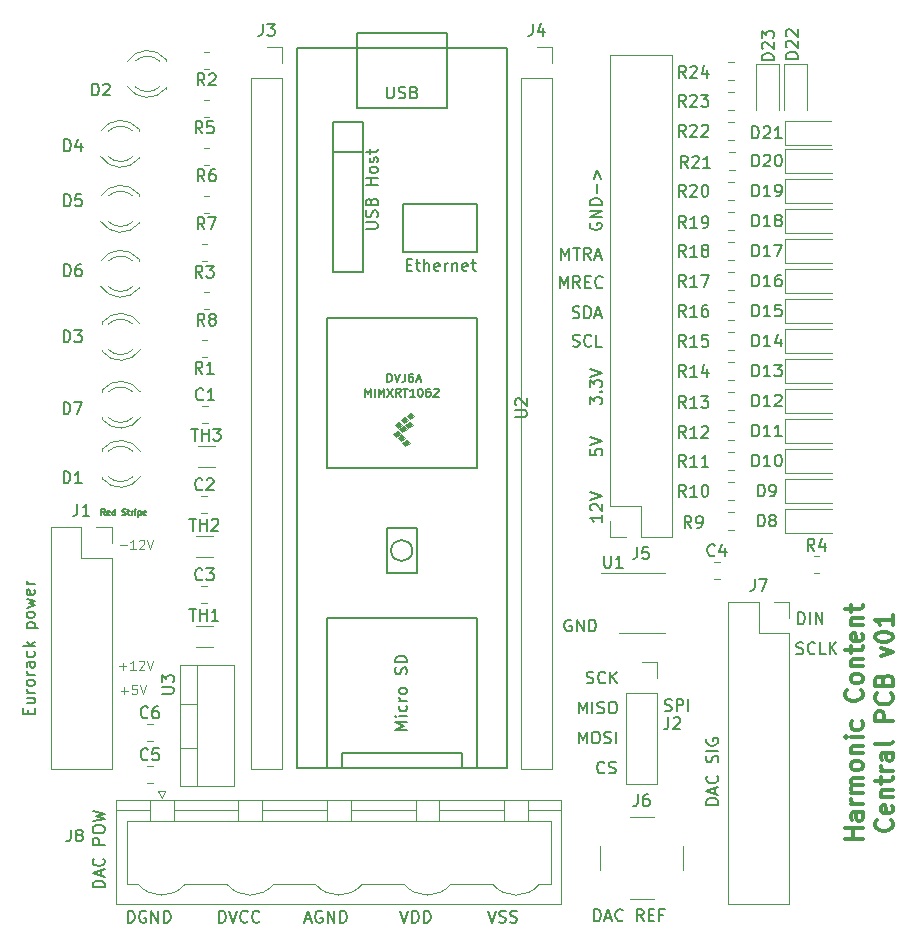
<source format=gto>
%TF.GenerationSoftware,KiCad,Pcbnew,(5.1.4)-1*%
%TF.CreationDate,2021-11-01T00:35:55-04:00*%
%TF.ProjectId,CentralPCB,43656e74-7261-46c5-9043-422e6b696361,v01*%
%TF.SameCoordinates,Original*%
%TF.FileFunction,Legend,Top*%
%TF.FilePolarity,Positive*%
%FSLAX46Y46*%
G04 Gerber Fmt 4.6, Leading zero omitted, Abs format (unit mm)*
G04 Created by KiCad (PCBNEW (5.1.4)-1) date 2021-11-01 00:35:55*
%MOMM*%
%LPD*%
G04 APERTURE LIST*
%ADD10C,0.150000*%
%ADD11C,0.127000*%
%ADD12C,0.300000*%
%ADD13C,0.124600*%
%ADD14C,0.120000*%
%ADD15C,0.100000*%
%ADD16C,6.000000*%
%ADD17O,1.700000X1.700000*%
%ADD18R,1.700000X1.700000*%
%ADD19R,0.900000X1.200000*%
%ADD20R,2.000000X1.905000*%
%ADD21O,2.000000X1.905000*%
%ADD22C,1.025000*%
%ADD23C,1.000000*%
%ADD24R,1.800000X1.800000*%
%ADD25C,1.800000*%
%ADD26R,2.000000X3.600000*%
%ADD27O,2.000000X3.600000*%
%ADD28C,2.740000*%
%ADD29C,2.240000*%
%ADD30C,1.300000*%
%ADD31C,1.600000*%
%ADD32R,1.300000X1.300000*%
%ADD33R,1.600000X1.600000*%
%ADD34C,0.600000*%
%ADD35C,1.125000*%
%ADD36R,1.200000X0.900000*%
G04 APERTURE END LIST*
D10*
X27828571Y-85971428D02*
X27828571Y-85638095D01*
X28352380Y-85495238D02*
X28352380Y-85971428D01*
X27352380Y-85971428D01*
X27352380Y-85495238D01*
X27685714Y-84638095D02*
X28352380Y-84638095D01*
X27685714Y-85066666D02*
X28209523Y-85066666D01*
X28304761Y-85019047D01*
X28352380Y-84923809D01*
X28352380Y-84780952D01*
X28304761Y-84685714D01*
X28257142Y-84638095D01*
X28352380Y-84161904D02*
X27685714Y-84161904D01*
X27876190Y-84161904D02*
X27780952Y-84114285D01*
X27733333Y-84066666D01*
X27685714Y-83971428D01*
X27685714Y-83876190D01*
X28352380Y-83400000D02*
X28304761Y-83495238D01*
X28257142Y-83542857D01*
X28161904Y-83590476D01*
X27876190Y-83590476D01*
X27780952Y-83542857D01*
X27733333Y-83495238D01*
X27685714Y-83400000D01*
X27685714Y-83257142D01*
X27733333Y-83161904D01*
X27780952Y-83114285D01*
X27876190Y-83066666D01*
X28161904Y-83066666D01*
X28257142Y-83114285D01*
X28304761Y-83161904D01*
X28352380Y-83257142D01*
X28352380Y-83400000D01*
X28352380Y-82638095D02*
X27685714Y-82638095D01*
X27876190Y-82638095D02*
X27780952Y-82590476D01*
X27733333Y-82542857D01*
X27685714Y-82447619D01*
X27685714Y-82352380D01*
X28352380Y-81590476D02*
X27828571Y-81590476D01*
X27733333Y-81638095D01*
X27685714Y-81733333D01*
X27685714Y-81923809D01*
X27733333Y-82019047D01*
X28304761Y-81590476D02*
X28352380Y-81685714D01*
X28352380Y-81923809D01*
X28304761Y-82019047D01*
X28209523Y-82066666D01*
X28114285Y-82066666D01*
X28019047Y-82019047D01*
X27971428Y-81923809D01*
X27971428Y-81685714D01*
X27923809Y-81590476D01*
X28304761Y-80685714D02*
X28352380Y-80780952D01*
X28352380Y-80971428D01*
X28304761Y-81066666D01*
X28257142Y-81114285D01*
X28161904Y-81161904D01*
X27876190Y-81161904D01*
X27780952Y-81114285D01*
X27733333Y-81066666D01*
X27685714Y-80971428D01*
X27685714Y-80780952D01*
X27733333Y-80685714D01*
X28352380Y-80257142D02*
X27352380Y-80257142D01*
X27971428Y-80161904D02*
X28352380Y-79876190D01*
X27685714Y-79876190D02*
X28066666Y-80257142D01*
X27685714Y-78685714D02*
X28685714Y-78685714D01*
X27733333Y-78685714D02*
X27685714Y-78590476D01*
X27685714Y-78400000D01*
X27733333Y-78304761D01*
X27780952Y-78257142D01*
X27876190Y-78209523D01*
X28161904Y-78209523D01*
X28257142Y-78257142D01*
X28304761Y-78304761D01*
X28352380Y-78400000D01*
X28352380Y-78590476D01*
X28304761Y-78685714D01*
X28352380Y-77638095D02*
X28304761Y-77733333D01*
X28257142Y-77780952D01*
X28161904Y-77828571D01*
X27876190Y-77828571D01*
X27780952Y-77780952D01*
X27733333Y-77733333D01*
X27685714Y-77638095D01*
X27685714Y-77495238D01*
X27733333Y-77400000D01*
X27780952Y-77352380D01*
X27876190Y-77304761D01*
X28161904Y-77304761D01*
X28257142Y-77352380D01*
X28304761Y-77400000D01*
X28352380Y-77495238D01*
X28352380Y-77638095D01*
X27685714Y-76971428D02*
X28352380Y-76780952D01*
X27876190Y-76590476D01*
X28352380Y-76400000D01*
X27685714Y-76209523D01*
X28304761Y-75447619D02*
X28352380Y-75542857D01*
X28352380Y-75733333D01*
X28304761Y-75828571D01*
X28209523Y-75876190D01*
X27828571Y-75876190D01*
X27733333Y-75828571D01*
X27685714Y-75733333D01*
X27685714Y-75542857D01*
X27733333Y-75447619D01*
X27828571Y-75400000D01*
X27923809Y-75400000D01*
X28019047Y-75876190D01*
X28352380Y-74971428D02*
X27685714Y-74971428D01*
X27876190Y-74971428D02*
X27780952Y-74923809D01*
X27733333Y-74876190D01*
X27685714Y-74780952D01*
X27685714Y-74685714D01*
D11*
X34303428Y-69129809D02*
X34134095Y-68887904D01*
X34013142Y-69129809D02*
X34013142Y-68621809D01*
X34206666Y-68621809D01*
X34255047Y-68646000D01*
X34279238Y-68670190D01*
X34303428Y-68718571D01*
X34303428Y-68791142D01*
X34279238Y-68839523D01*
X34255047Y-68863714D01*
X34206666Y-68887904D01*
X34013142Y-68887904D01*
X34714666Y-69105619D02*
X34666285Y-69129809D01*
X34569523Y-69129809D01*
X34521142Y-69105619D01*
X34496952Y-69057238D01*
X34496952Y-68863714D01*
X34521142Y-68815333D01*
X34569523Y-68791142D01*
X34666285Y-68791142D01*
X34714666Y-68815333D01*
X34738857Y-68863714D01*
X34738857Y-68912095D01*
X34496952Y-68960476D01*
X35174285Y-69129809D02*
X35174285Y-68621809D01*
X35174285Y-69105619D02*
X35125904Y-69129809D01*
X35029142Y-69129809D01*
X34980761Y-69105619D01*
X34956571Y-69081428D01*
X34932380Y-69033047D01*
X34932380Y-68887904D01*
X34956571Y-68839523D01*
X34980761Y-68815333D01*
X35029142Y-68791142D01*
X35125904Y-68791142D01*
X35174285Y-68815333D01*
X35779047Y-69105619D02*
X35851619Y-69129809D01*
X35972571Y-69129809D01*
X36020952Y-69105619D01*
X36045142Y-69081428D01*
X36069333Y-69033047D01*
X36069333Y-68984666D01*
X36045142Y-68936285D01*
X36020952Y-68912095D01*
X35972571Y-68887904D01*
X35875809Y-68863714D01*
X35827428Y-68839523D01*
X35803238Y-68815333D01*
X35779047Y-68766952D01*
X35779047Y-68718571D01*
X35803238Y-68670190D01*
X35827428Y-68646000D01*
X35875809Y-68621809D01*
X35996761Y-68621809D01*
X36069333Y-68646000D01*
X36214476Y-68791142D02*
X36408000Y-68791142D01*
X36287047Y-68621809D02*
X36287047Y-69057238D01*
X36311238Y-69105619D01*
X36359619Y-69129809D01*
X36408000Y-69129809D01*
X36577333Y-69129809D02*
X36577333Y-68791142D01*
X36577333Y-68887904D02*
X36601523Y-68839523D01*
X36625714Y-68815333D01*
X36674095Y-68791142D01*
X36722476Y-68791142D01*
X36891809Y-69129809D02*
X36891809Y-68791142D01*
X36891809Y-68621809D02*
X36867619Y-68646000D01*
X36891809Y-68670190D01*
X36916000Y-68646000D01*
X36891809Y-68621809D01*
X36891809Y-68670190D01*
X37133714Y-68791142D02*
X37133714Y-69299142D01*
X37133714Y-68815333D02*
X37182095Y-68791142D01*
X37278857Y-68791142D01*
X37327238Y-68815333D01*
X37351428Y-68839523D01*
X37375619Y-68887904D01*
X37375619Y-69033047D01*
X37351428Y-69081428D01*
X37327238Y-69105619D01*
X37278857Y-69129809D01*
X37182095Y-69129809D01*
X37133714Y-69105619D01*
X37786857Y-69105619D02*
X37738476Y-69129809D01*
X37641714Y-69129809D01*
X37593333Y-69105619D01*
X37569142Y-69057238D01*
X37569142Y-68863714D01*
X37593333Y-68815333D01*
X37641714Y-68791142D01*
X37738476Y-68791142D01*
X37786857Y-68815333D01*
X37811047Y-68863714D01*
X37811047Y-68912095D01*
X37569142Y-68960476D01*
D12*
X98463571Y-96526714D02*
X96963571Y-96526714D01*
X97677857Y-96526714D02*
X97677857Y-95669571D01*
X98463571Y-95669571D02*
X96963571Y-95669571D01*
X98463571Y-94312428D02*
X97677857Y-94312428D01*
X97535000Y-94383857D01*
X97463571Y-94526714D01*
X97463571Y-94812428D01*
X97535000Y-94955285D01*
X98392142Y-94312428D02*
X98463571Y-94455285D01*
X98463571Y-94812428D01*
X98392142Y-94955285D01*
X98249285Y-95026714D01*
X98106428Y-95026714D01*
X97963571Y-94955285D01*
X97892142Y-94812428D01*
X97892142Y-94455285D01*
X97820714Y-94312428D01*
X98463571Y-93598142D02*
X97463571Y-93598142D01*
X97749285Y-93598142D02*
X97606428Y-93526714D01*
X97535000Y-93455285D01*
X97463571Y-93312428D01*
X97463571Y-93169571D01*
X98463571Y-92669571D02*
X97463571Y-92669571D01*
X97606428Y-92669571D02*
X97535000Y-92598142D01*
X97463571Y-92455285D01*
X97463571Y-92241000D01*
X97535000Y-92098142D01*
X97677857Y-92026714D01*
X98463571Y-92026714D01*
X97677857Y-92026714D02*
X97535000Y-91955285D01*
X97463571Y-91812428D01*
X97463571Y-91598142D01*
X97535000Y-91455285D01*
X97677857Y-91383857D01*
X98463571Y-91383857D01*
X98463571Y-90455285D02*
X98392142Y-90598142D01*
X98320714Y-90669571D01*
X98177857Y-90741000D01*
X97749285Y-90741000D01*
X97606428Y-90669571D01*
X97535000Y-90598142D01*
X97463571Y-90455285D01*
X97463571Y-90241000D01*
X97535000Y-90098142D01*
X97606428Y-90026714D01*
X97749285Y-89955285D01*
X98177857Y-89955285D01*
X98320714Y-90026714D01*
X98392142Y-90098142D01*
X98463571Y-90241000D01*
X98463571Y-90455285D01*
X97463571Y-89312428D02*
X98463571Y-89312428D01*
X97606428Y-89312428D02*
X97535000Y-89241000D01*
X97463571Y-89098142D01*
X97463571Y-88883857D01*
X97535000Y-88741000D01*
X97677857Y-88669571D01*
X98463571Y-88669571D01*
X98463571Y-87955285D02*
X97463571Y-87955285D01*
X96963571Y-87955285D02*
X97035000Y-88026714D01*
X97106428Y-87955285D01*
X97035000Y-87883857D01*
X96963571Y-87955285D01*
X97106428Y-87955285D01*
X98392142Y-86598142D02*
X98463571Y-86741000D01*
X98463571Y-87026714D01*
X98392142Y-87169571D01*
X98320714Y-87241000D01*
X98177857Y-87312428D01*
X97749285Y-87312428D01*
X97606428Y-87241000D01*
X97535000Y-87169571D01*
X97463571Y-87026714D01*
X97463571Y-86741000D01*
X97535000Y-86598142D01*
X98320714Y-83955285D02*
X98392142Y-84026714D01*
X98463571Y-84241000D01*
X98463571Y-84383857D01*
X98392142Y-84598142D01*
X98249285Y-84741000D01*
X98106428Y-84812428D01*
X97820714Y-84883857D01*
X97606428Y-84883857D01*
X97320714Y-84812428D01*
X97177857Y-84741000D01*
X97035000Y-84598142D01*
X96963571Y-84383857D01*
X96963571Y-84241000D01*
X97035000Y-84026714D01*
X97106428Y-83955285D01*
X98463571Y-83098142D02*
X98392142Y-83241000D01*
X98320714Y-83312428D01*
X98177857Y-83383857D01*
X97749285Y-83383857D01*
X97606428Y-83312428D01*
X97535000Y-83241000D01*
X97463571Y-83098142D01*
X97463571Y-82883857D01*
X97535000Y-82741000D01*
X97606428Y-82669571D01*
X97749285Y-82598142D01*
X98177857Y-82598142D01*
X98320714Y-82669571D01*
X98392142Y-82741000D01*
X98463571Y-82883857D01*
X98463571Y-83098142D01*
X97463571Y-81955285D02*
X98463571Y-81955285D01*
X97606428Y-81955285D02*
X97535000Y-81883857D01*
X97463571Y-81741000D01*
X97463571Y-81526714D01*
X97535000Y-81383857D01*
X97677857Y-81312428D01*
X98463571Y-81312428D01*
X97463571Y-80812428D02*
X97463571Y-80241000D01*
X96963571Y-80598142D02*
X98249285Y-80598142D01*
X98392142Y-80526714D01*
X98463571Y-80383857D01*
X98463571Y-80241000D01*
X98392142Y-79169571D02*
X98463571Y-79312428D01*
X98463571Y-79598142D01*
X98392142Y-79741000D01*
X98249285Y-79812428D01*
X97677857Y-79812428D01*
X97535000Y-79741000D01*
X97463571Y-79598142D01*
X97463571Y-79312428D01*
X97535000Y-79169571D01*
X97677857Y-79098142D01*
X97820714Y-79098142D01*
X97963571Y-79812428D01*
X97463571Y-78455285D02*
X98463571Y-78455285D01*
X97606428Y-78455285D02*
X97535000Y-78383857D01*
X97463571Y-78241000D01*
X97463571Y-78026714D01*
X97535000Y-77883857D01*
X97677857Y-77812428D01*
X98463571Y-77812428D01*
X97463571Y-77312428D02*
X97463571Y-76741000D01*
X96963571Y-77098142D02*
X98249285Y-77098142D01*
X98392142Y-77026714D01*
X98463571Y-76883857D01*
X98463571Y-76741000D01*
X100870714Y-94955285D02*
X100942142Y-95026714D01*
X101013571Y-95241000D01*
X101013571Y-95383857D01*
X100942142Y-95598142D01*
X100799285Y-95741000D01*
X100656428Y-95812428D01*
X100370714Y-95883857D01*
X100156428Y-95883857D01*
X99870714Y-95812428D01*
X99727857Y-95741000D01*
X99585000Y-95598142D01*
X99513571Y-95383857D01*
X99513571Y-95241000D01*
X99585000Y-95026714D01*
X99656428Y-94955285D01*
X100942142Y-93741000D02*
X101013571Y-93883857D01*
X101013571Y-94169571D01*
X100942142Y-94312428D01*
X100799285Y-94383857D01*
X100227857Y-94383857D01*
X100085000Y-94312428D01*
X100013571Y-94169571D01*
X100013571Y-93883857D01*
X100085000Y-93741000D01*
X100227857Y-93669571D01*
X100370714Y-93669571D01*
X100513571Y-94383857D01*
X100013571Y-93026714D02*
X101013571Y-93026714D01*
X100156428Y-93026714D02*
X100085000Y-92955285D01*
X100013571Y-92812428D01*
X100013571Y-92598142D01*
X100085000Y-92455285D01*
X100227857Y-92383857D01*
X101013571Y-92383857D01*
X100013571Y-91883857D02*
X100013571Y-91312428D01*
X99513571Y-91669571D02*
X100799285Y-91669571D01*
X100942142Y-91598142D01*
X101013571Y-91455285D01*
X101013571Y-91312428D01*
X101013571Y-90812428D02*
X100013571Y-90812428D01*
X100299285Y-90812428D02*
X100156428Y-90741000D01*
X100085000Y-90669571D01*
X100013571Y-90526714D01*
X100013571Y-90383857D01*
X101013571Y-89241000D02*
X100227857Y-89241000D01*
X100085000Y-89312428D01*
X100013571Y-89455285D01*
X100013571Y-89741000D01*
X100085000Y-89883857D01*
X100942142Y-89241000D02*
X101013571Y-89383857D01*
X101013571Y-89741000D01*
X100942142Y-89883857D01*
X100799285Y-89955285D01*
X100656428Y-89955285D01*
X100513571Y-89883857D01*
X100442142Y-89741000D01*
X100442142Y-89383857D01*
X100370714Y-89241000D01*
X101013571Y-88312428D02*
X100942142Y-88455285D01*
X100799285Y-88526714D01*
X99513571Y-88526714D01*
X101013571Y-86598142D02*
X99513571Y-86598142D01*
X99513571Y-86026714D01*
X99585000Y-85883857D01*
X99656428Y-85812428D01*
X99799285Y-85741000D01*
X100013571Y-85741000D01*
X100156428Y-85812428D01*
X100227857Y-85883857D01*
X100299285Y-86026714D01*
X100299285Y-86598142D01*
X100870714Y-84241000D02*
X100942142Y-84312428D01*
X101013571Y-84526714D01*
X101013571Y-84669571D01*
X100942142Y-84883857D01*
X100799285Y-85026714D01*
X100656428Y-85098142D01*
X100370714Y-85169571D01*
X100156428Y-85169571D01*
X99870714Y-85098142D01*
X99727857Y-85026714D01*
X99585000Y-84883857D01*
X99513571Y-84669571D01*
X99513571Y-84526714D01*
X99585000Y-84312428D01*
X99656428Y-84241000D01*
X100227857Y-83098142D02*
X100299285Y-82883857D01*
X100370714Y-82812428D01*
X100513571Y-82741000D01*
X100727857Y-82741000D01*
X100870714Y-82812428D01*
X100942142Y-82883857D01*
X101013571Y-83026714D01*
X101013571Y-83598142D01*
X99513571Y-83598142D01*
X99513571Y-83098142D01*
X99585000Y-82955285D01*
X99656428Y-82883857D01*
X99799285Y-82812428D01*
X99942142Y-82812428D01*
X100085000Y-82883857D01*
X100156428Y-82955285D01*
X100227857Y-83098142D01*
X100227857Y-83598142D01*
X100013571Y-81098142D02*
X101013571Y-80741000D01*
X100013571Y-80383857D01*
X99513571Y-79526714D02*
X99513571Y-79383857D01*
X99585000Y-79241000D01*
X99656428Y-79169571D01*
X99799285Y-79098142D01*
X100085000Y-79026714D01*
X100442142Y-79026714D01*
X100727857Y-79098142D01*
X100870714Y-79169571D01*
X100942142Y-79241000D01*
X101013571Y-79383857D01*
X101013571Y-79526714D01*
X100942142Y-79669571D01*
X100870714Y-79741000D01*
X100727857Y-79812428D01*
X100442142Y-79883857D01*
X100085000Y-79883857D01*
X99799285Y-79812428D01*
X99656428Y-79741000D01*
X99585000Y-79669571D01*
X99513571Y-79526714D01*
X101013571Y-77598142D02*
X101013571Y-78455285D01*
X101013571Y-78026714D02*
X99513571Y-78026714D01*
X99727857Y-78169571D01*
X99870714Y-78312428D01*
X99942142Y-78455285D01*
D13*
X35673100Y-84014800D02*
X36260833Y-84014800D01*
X35966966Y-84308666D02*
X35966966Y-83720933D01*
X36995500Y-83537266D02*
X36628166Y-83537266D01*
X36591433Y-83904600D01*
X36628166Y-83867866D01*
X36701633Y-83831133D01*
X36885300Y-83831133D01*
X36958766Y-83867866D01*
X36995500Y-83904600D01*
X37032233Y-83978066D01*
X37032233Y-84161733D01*
X36995500Y-84235200D01*
X36958766Y-84271933D01*
X36885300Y-84308666D01*
X36701633Y-84308666D01*
X36628166Y-84271933D01*
X36591433Y-84235200D01*
X37252633Y-83537266D02*
X37509766Y-84308666D01*
X37766900Y-83537266D01*
X35547066Y-81932000D02*
X36134800Y-81932000D01*
X35840933Y-82225866D02*
X35840933Y-81638133D01*
X36906200Y-82225866D02*
X36465400Y-82225866D01*
X36685800Y-82225866D02*
X36685800Y-81454466D01*
X36612333Y-81564666D01*
X36538866Y-81638133D01*
X36465400Y-81674866D01*
X37200066Y-81527933D02*
X37236800Y-81491200D01*
X37310266Y-81454466D01*
X37493933Y-81454466D01*
X37567400Y-81491200D01*
X37604133Y-81527933D01*
X37640866Y-81601400D01*
X37640866Y-81674866D01*
X37604133Y-81785066D01*
X37163333Y-82225866D01*
X37640866Y-82225866D01*
X37861266Y-81454466D02*
X38118400Y-82225866D01*
X38375533Y-81454466D01*
X35559766Y-71695800D02*
X36147500Y-71695800D01*
X36918900Y-71989666D02*
X36478100Y-71989666D01*
X36698500Y-71989666D02*
X36698500Y-71218266D01*
X36625033Y-71328466D01*
X36551566Y-71401933D01*
X36478100Y-71438666D01*
X37212766Y-71291733D02*
X37249500Y-71255000D01*
X37322966Y-71218266D01*
X37506633Y-71218266D01*
X37580100Y-71255000D01*
X37616833Y-71291733D01*
X37653566Y-71365200D01*
X37653566Y-71438666D01*
X37616833Y-71548866D01*
X37176033Y-71989666D01*
X37653566Y-71989666D01*
X37873966Y-71218266D02*
X38131100Y-71989666D01*
X38388233Y-71218266D01*
D10*
X75420600Y-44418000D02*
X75372980Y-44513238D01*
X75372980Y-44656095D01*
X75420600Y-44798952D01*
X75515838Y-44894190D01*
X75611076Y-44941809D01*
X75801552Y-44989428D01*
X75944409Y-44989428D01*
X76134885Y-44941809D01*
X76230123Y-44894190D01*
X76325361Y-44798952D01*
X76372980Y-44656095D01*
X76372980Y-44560857D01*
X76325361Y-44418000D01*
X76277742Y-44370380D01*
X75944409Y-44370380D01*
X75944409Y-44560857D01*
X76372980Y-43941809D02*
X75372980Y-43941809D01*
X76372980Y-43370380D01*
X75372980Y-43370380D01*
X76372980Y-42894190D02*
X75372980Y-42894190D01*
X75372980Y-42656095D01*
X75420600Y-42513238D01*
X75515838Y-42418000D01*
X75611076Y-42370380D01*
X75801552Y-42322761D01*
X75944409Y-42322761D01*
X76134885Y-42370380D01*
X76230123Y-42418000D01*
X76325361Y-42513238D01*
X76372980Y-42656095D01*
X76372980Y-42894190D01*
X75992028Y-41894190D02*
X75992028Y-41132285D01*
X75706314Y-40656095D02*
X75992028Y-39894190D01*
X76277742Y-40656095D01*
X72969642Y-47505880D02*
X72969642Y-46505880D01*
X73302976Y-47220166D01*
X73636309Y-46505880D01*
X73636309Y-47505880D01*
X73969642Y-46505880D02*
X74541071Y-46505880D01*
X74255357Y-47505880D02*
X74255357Y-46505880D01*
X75445833Y-47505880D02*
X75112500Y-47029690D01*
X74874404Y-47505880D02*
X74874404Y-46505880D01*
X75255357Y-46505880D01*
X75350595Y-46553500D01*
X75398214Y-46601119D01*
X75445833Y-46696357D01*
X75445833Y-46839214D01*
X75398214Y-46934452D01*
X75350595Y-46982071D01*
X75255357Y-47029690D01*
X74874404Y-47029690D01*
X75826785Y-47220166D02*
X76302976Y-47220166D01*
X75731547Y-47505880D02*
X76064880Y-46505880D01*
X76398214Y-47505880D01*
X72826785Y-49918880D02*
X72826785Y-48918880D01*
X73160119Y-49633166D01*
X73493452Y-48918880D01*
X73493452Y-49918880D01*
X74541071Y-49918880D02*
X74207738Y-49442690D01*
X73969642Y-49918880D02*
X73969642Y-48918880D01*
X74350595Y-48918880D01*
X74445833Y-48966500D01*
X74493452Y-49014119D01*
X74541071Y-49109357D01*
X74541071Y-49252214D01*
X74493452Y-49347452D01*
X74445833Y-49395071D01*
X74350595Y-49442690D01*
X73969642Y-49442690D01*
X74969642Y-49395071D02*
X75302976Y-49395071D01*
X75445833Y-49918880D02*
X74969642Y-49918880D01*
X74969642Y-48918880D01*
X75445833Y-48918880D01*
X76445833Y-49823642D02*
X76398214Y-49871261D01*
X76255357Y-49918880D01*
X76160119Y-49918880D01*
X76017261Y-49871261D01*
X75922023Y-49776023D01*
X75874404Y-49680785D01*
X75826785Y-49490309D01*
X75826785Y-49347452D01*
X75874404Y-49156976D01*
X75922023Y-49061738D01*
X76017261Y-48966500D01*
X76160119Y-48918880D01*
X76255357Y-48918880D01*
X76398214Y-48966500D01*
X76445833Y-49014119D01*
X73906214Y-52411261D02*
X74049071Y-52458880D01*
X74287166Y-52458880D01*
X74382404Y-52411261D01*
X74430023Y-52363642D01*
X74477642Y-52268404D01*
X74477642Y-52173166D01*
X74430023Y-52077928D01*
X74382404Y-52030309D01*
X74287166Y-51982690D01*
X74096690Y-51935071D01*
X74001452Y-51887452D01*
X73953833Y-51839833D01*
X73906214Y-51744595D01*
X73906214Y-51649357D01*
X73953833Y-51554119D01*
X74001452Y-51506500D01*
X74096690Y-51458880D01*
X74334785Y-51458880D01*
X74477642Y-51506500D01*
X74906214Y-52458880D02*
X74906214Y-51458880D01*
X75144309Y-51458880D01*
X75287166Y-51506500D01*
X75382404Y-51601738D01*
X75430023Y-51696976D01*
X75477642Y-51887452D01*
X75477642Y-52030309D01*
X75430023Y-52220785D01*
X75382404Y-52316023D01*
X75287166Y-52411261D01*
X75144309Y-52458880D01*
X74906214Y-52458880D01*
X75858595Y-52173166D02*
X76334785Y-52173166D01*
X75763357Y-52458880D02*
X76096690Y-51458880D01*
X76430023Y-52458880D01*
X73930023Y-54824261D02*
X74072880Y-54871880D01*
X74310976Y-54871880D01*
X74406214Y-54824261D01*
X74453833Y-54776642D01*
X74501452Y-54681404D01*
X74501452Y-54586166D01*
X74453833Y-54490928D01*
X74406214Y-54443309D01*
X74310976Y-54395690D01*
X74120500Y-54348071D01*
X74025261Y-54300452D01*
X73977642Y-54252833D01*
X73930023Y-54157595D01*
X73930023Y-54062357D01*
X73977642Y-53967119D01*
X74025261Y-53919500D01*
X74120500Y-53871880D01*
X74358595Y-53871880D01*
X74501452Y-53919500D01*
X75501452Y-54776642D02*
X75453833Y-54824261D01*
X75310976Y-54871880D01*
X75215738Y-54871880D01*
X75072880Y-54824261D01*
X74977642Y-54729023D01*
X74930023Y-54633785D01*
X74882404Y-54443309D01*
X74882404Y-54300452D01*
X74930023Y-54109976D01*
X74977642Y-54014738D01*
X75072880Y-53919500D01*
X75215738Y-53871880D01*
X75310976Y-53871880D01*
X75453833Y-53919500D01*
X75501452Y-53967119D01*
X76406214Y-54871880D02*
X75930023Y-54871880D01*
X75930023Y-53871880D01*
X75360280Y-59756490D02*
X75360280Y-59137442D01*
X75741233Y-59470776D01*
X75741233Y-59327919D01*
X75788852Y-59232680D01*
X75836471Y-59185061D01*
X75931709Y-59137442D01*
X76169804Y-59137442D01*
X76265042Y-59185061D01*
X76312661Y-59232680D01*
X76360280Y-59327919D01*
X76360280Y-59613633D01*
X76312661Y-59708871D01*
X76265042Y-59756490D01*
X76265042Y-58708871D02*
X76312661Y-58661252D01*
X76360280Y-58708871D01*
X76312661Y-58756490D01*
X76265042Y-58708871D01*
X76360280Y-58708871D01*
X75360280Y-58327919D02*
X75360280Y-57708871D01*
X75741233Y-58042204D01*
X75741233Y-57899347D01*
X75788852Y-57804109D01*
X75836471Y-57756490D01*
X75931709Y-57708871D01*
X76169804Y-57708871D01*
X76265042Y-57756490D01*
X76312661Y-57804109D01*
X76360280Y-57899347D01*
X76360280Y-58185061D01*
X76312661Y-58280300D01*
X76265042Y-58327919D01*
X75360280Y-57423157D02*
X76360280Y-57089823D01*
X75360280Y-56756490D01*
X75423780Y-63563476D02*
X75423780Y-64039666D01*
X75899971Y-64087285D01*
X75852352Y-64039666D01*
X75804733Y-63944428D01*
X75804733Y-63706333D01*
X75852352Y-63611095D01*
X75899971Y-63563476D01*
X75995209Y-63515857D01*
X76233304Y-63515857D01*
X76328542Y-63563476D01*
X76376161Y-63611095D01*
X76423780Y-63706333D01*
X76423780Y-63944428D01*
X76376161Y-64039666D01*
X76328542Y-64087285D01*
X75423780Y-63230142D02*
X76423780Y-62896809D01*
X75423780Y-62563476D01*
X76423780Y-69122847D02*
X76423780Y-69694276D01*
X76423780Y-69408561D02*
X75423780Y-69408561D01*
X75566638Y-69503800D01*
X75661876Y-69599038D01*
X75709495Y-69694276D01*
X75519019Y-68741895D02*
X75471400Y-68694276D01*
X75423780Y-68599038D01*
X75423780Y-68360942D01*
X75471400Y-68265704D01*
X75519019Y-68218085D01*
X75614257Y-68170466D01*
X75709495Y-68170466D01*
X75852352Y-68218085D01*
X76423780Y-68789514D01*
X76423780Y-68170466D01*
X75423780Y-67884752D02*
X76423780Y-67551419D01*
X75423780Y-67218085D01*
X73787095Y-78036800D02*
X73691857Y-77989180D01*
X73549000Y-77989180D01*
X73406142Y-78036800D01*
X73310904Y-78132038D01*
X73263285Y-78227276D01*
X73215666Y-78417752D01*
X73215666Y-78560609D01*
X73263285Y-78751085D01*
X73310904Y-78846323D01*
X73406142Y-78941561D01*
X73549000Y-78989180D01*
X73644238Y-78989180D01*
X73787095Y-78941561D01*
X73834714Y-78893942D01*
X73834714Y-78560609D01*
X73644238Y-78560609D01*
X74263285Y-78989180D02*
X74263285Y-77989180D01*
X74834714Y-78989180D01*
X74834714Y-77989180D01*
X75310904Y-78989180D02*
X75310904Y-77989180D01*
X75549000Y-77989180D01*
X75691857Y-78036800D01*
X75787095Y-78132038D01*
X75834714Y-78227276D01*
X75882333Y-78417752D01*
X75882333Y-78560609D01*
X75834714Y-78751085D01*
X75787095Y-78846323D01*
X75691857Y-78941561D01*
X75549000Y-78989180D01*
X75310904Y-78989180D01*
X76604833Y-90920842D02*
X76557214Y-90968461D01*
X76414357Y-91016080D01*
X76319119Y-91016080D01*
X76176261Y-90968461D01*
X76081023Y-90873223D01*
X76033404Y-90777985D01*
X75985785Y-90587509D01*
X75985785Y-90444652D01*
X76033404Y-90254176D01*
X76081023Y-90158938D01*
X76176261Y-90063700D01*
X76319119Y-90016080D01*
X76414357Y-90016080D01*
X76557214Y-90063700D01*
X76604833Y-90111319D01*
X76985785Y-90968461D02*
X77128642Y-91016080D01*
X77366738Y-91016080D01*
X77461976Y-90968461D01*
X77509595Y-90920842D01*
X77557214Y-90825604D01*
X77557214Y-90730366D01*
X77509595Y-90635128D01*
X77461976Y-90587509D01*
X77366738Y-90539890D01*
X77176261Y-90492271D01*
X77081023Y-90444652D01*
X77033404Y-90397033D01*
X76985785Y-90301795D01*
X76985785Y-90206557D01*
X77033404Y-90111319D01*
X77081023Y-90063700D01*
X77176261Y-90016080D01*
X77414357Y-90016080D01*
X77557214Y-90063700D01*
X74438071Y-88476080D02*
X74438071Y-87476080D01*
X74771404Y-88190366D01*
X75104738Y-87476080D01*
X75104738Y-88476080D01*
X75771404Y-87476080D02*
X75961880Y-87476080D01*
X76057119Y-87523700D01*
X76152357Y-87618938D01*
X76199976Y-87809414D01*
X76199976Y-88142747D01*
X76152357Y-88333223D01*
X76057119Y-88428461D01*
X75961880Y-88476080D01*
X75771404Y-88476080D01*
X75676166Y-88428461D01*
X75580928Y-88333223D01*
X75533309Y-88142747D01*
X75533309Y-87809414D01*
X75580928Y-87618938D01*
X75676166Y-87523700D01*
X75771404Y-87476080D01*
X76580928Y-88428461D02*
X76723785Y-88476080D01*
X76961880Y-88476080D01*
X77057119Y-88428461D01*
X77104738Y-88380842D01*
X77152357Y-88285604D01*
X77152357Y-88190366D01*
X77104738Y-88095128D01*
X77057119Y-88047509D01*
X76961880Y-87999890D01*
X76771404Y-87952271D01*
X76676166Y-87904652D01*
X76628547Y-87857033D01*
X76580928Y-87761795D01*
X76580928Y-87666557D01*
X76628547Y-87571319D01*
X76676166Y-87523700D01*
X76771404Y-87476080D01*
X77009500Y-87476080D01*
X77152357Y-87523700D01*
X77580928Y-88476080D02*
X77580928Y-87476080D01*
X74438071Y-85936080D02*
X74438071Y-84936080D01*
X74771404Y-85650366D01*
X75104738Y-84936080D01*
X75104738Y-85936080D01*
X75580928Y-85936080D02*
X75580928Y-84936080D01*
X76009500Y-85888461D02*
X76152357Y-85936080D01*
X76390452Y-85936080D01*
X76485690Y-85888461D01*
X76533309Y-85840842D01*
X76580928Y-85745604D01*
X76580928Y-85650366D01*
X76533309Y-85555128D01*
X76485690Y-85507509D01*
X76390452Y-85459890D01*
X76199976Y-85412271D01*
X76104738Y-85364652D01*
X76057119Y-85317033D01*
X76009500Y-85221795D01*
X76009500Y-85126557D01*
X76057119Y-85031319D01*
X76104738Y-84983700D01*
X76199976Y-84936080D01*
X76438071Y-84936080D01*
X76580928Y-84983700D01*
X77199976Y-84936080D02*
X77390452Y-84936080D01*
X77485690Y-84983700D01*
X77580928Y-85078938D01*
X77628547Y-85269414D01*
X77628547Y-85602747D01*
X77580928Y-85793223D01*
X77485690Y-85888461D01*
X77390452Y-85936080D01*
X77199976Y-85936080D01*
X77104738Y-85888461D01*
X77009500Y-85793223D01*
X76961880Y-85602747D01*
X76961880Y-85269414D01*
X77009500Y-85078938D01*
X77104738Y-84983700D01*
X77199976Y-84936080D01*
X75104785Y-83348461D02*
X75247642Y-83396080D01*
X75485738Y-83396080D01*
X75580976Y-83348461D01*
X75628595Y-83300842D01*
X75676214Y-83205604D01*
X75676214Y-83110366D01*
X75628595Y-83015128D01*
X75580976Y-82967509D01*
X75485738Y-82919890D01*
X75295261Y-82872271D01*
X75200023Y-82824652D01*
X75152404Y-82777033D01*
X75104785Y-82681795D01*
X75104785Y-82586557D01*
X75152404Y-82491319D01*
X75200023Y-82443700D01*
X75295261Y-82396080D01*
X75533357Y-82396080D01*
X75676214Y-82443700D01*
X76676214Y-83300842D02*
X76628595Y-83348461D01*
X76485738Y-83396080D01*
X76390500Y-83396080D01*
X76247642Y-83348461D01*
X76152404Y-83253223D01*
X76104785Y-83157985D01*
X76057166Y-82967509D01*
X76057166Y-82824652D01*
X76104785Y-82634176D01*
X76152404Y-82538938D01*
X76247642Y-82443700D01*
X76390500Y-82396080D01*
X76485738Y-82396080D01*
X76628595Y-82443700D01*
X76676214Y-82491319D01*
X77104785Y-83396080D02*
X77104785Y-82396080D01*
X77676214Y-83396080D02*
X77247642Y-82824652D01*
X77676214Y-82396080D02*
X77104785Y-82967509D01*
X81716690Y-85685261D02*
X81859547Y-85732880D01*
X82097642Y-85732880D01*
X82192880Y-85685261D01*
X82240500Y-85637642D01*
X82288119Y-85542404D01*
X82288119Y-85447166D01*
X82240500Y-85351928D01*
X82192880Y-85304309D01*
X82097642Y-85256690D01*
X81907166Y-85209071D01*
X81811928Y-85161452D01*
X81764309Y-85113833D01*
X81716690Y-85018595D01*
X81716690Y-84923357D01*
X81764309Y-84828119D01*
X81811928Y-84780500D01*
X81907166Y-84732880D01*
X82145261Y-84732880D01*
X82288119Y-84780500D01*
X82716690Y-85732880D02*
X82716690Y-84732880D01*
X83097642Y-84732880D01*
X83192880Y-84780500D01*
X83240500Y-84828119D01*
X83288119Y-84923357D01*
X83288119Y-85066214D01*
X83240500Y-85161452D01*
X83192880Y-85209071D01*
X83097642Y-85256690D01*
X82716690Y-85256690D01*
X83716690Y-85732880D02*
X83716690Y-84732880D01*
X92861023Y-80859261D02*
X93003880Y-80906880D01*
X93241976Y-80906880D01*
X93337214Y-80859261D01*
X93384833Y-80811642D01*
X93432452Y-80716404D01*
X93432452Y-80621166D01*
X93384833Y-80525928D01*
X93337214Y-80478309D01*
X93241976Y-80430690D01*
X93051500Y-80383071D01*
X92956261Y-80335452D01*
X92908642Y-80287833D01*
X92861023Y-80192595D01*
X92861023Y-80097357D01*
X92908642Y-80002119D01*
X92956261Y-79954500D01*
X93051500Y-79906880D01*
X93289595Y-79906880D01*
X93432452Y-79954500D01*
X94432452Y-80811642D02*
X94384833Y-80859261D01*
X94241976Y-80906880D01*
X94146738Y-80906880D01*
X94003880Y-80859261D01*
X93908642Y-80764023D01*
X93861023Y-80668785D01*
X93813404Y-80478309D01*
X93813404Y-80335452D01*
X93861023Y-80144976D01*
X93908642Y-80049738D01*
X94003880Y-79954500D01*
X94146738Y-79906880D01*
X94241976Y-79906880D01*
X94384833Y-79954500D01*
X94432452Y-80002119D01*
X95337214Y-80906880D02*
X94861023Y-80906880D01*
X94861023Y-79906880D01*
X95670547Y-80906880D02*
X95670547Y-79906880D01*
X96241976Y-80906880D02*
X95813404Y-80335452D01*
X96241976Y-79906880D02*
X95670547Y-80478309D01*
X93019690Y-78366880D02*
X93019690Y-77366880D01*
X93257785Y-77366880D01*
X93400642Y-77414500D01*
X93495880Y-77509738D01*
X93543500Y-77604976D01*
X93591119Y-77795452D01*
X93591119Y-77938309D01*
X93543500Y-78128785D01*
X93495880Y-78224023D01*
X93400642Y-78319261D01*
X93257785Y-78366880D01*
X93019690Y-78366880D01*
X94019690Y-78366880D02*
X94019690Y-77366880D01*
X94495880Y-78366880D02*
X94495880Y-77366880D01*
X95067309Y-78366880D01*
X95067309Y-77366880D01*
X86228180Y-93654214D02*
X85228180Y-93654214D01*
X85228180Y-93416119D01*
X85275800Y-93273261D01*
X85371038Y-93178023D01*
X85466276Y-93130404D01*
X85656752Y-93082785D01*
X85799609Y-93082785D01*
X85990085Y-93130404D01*
X86085323Y-93178023D01*
X86180561Y-93273261D01*
X86228180Y-93416119D01*
X86228180Y-93654214D01*
X85942466Y-92701833D02*
X85942466Y-92225642D01*
X86228180Y-92797071D02*
X85228180Y-92463738D01*
X86228180Y-92130404D01*
X86132942Y-91225642D02*
X86180561Y-91273261D01*
X86228180Y-91416119D01*
X86228180Y-91511357D01*
X86180561Y-91654214D01*
X86085323Y-91749452D01*
X85990085Y-91797071D01*
X85799609Y-91844690D01*
X85656752Y-91844690D01*
X85466276Y-91797071D01*
X85371038Y-91749452D01*
X85275800Y-91654214D01*
X85228180Y-91511357D01*
X85228180Y-91416119D01*
X85275800Y-91273261D01*
X85323419Y-91225642D01*
X86180561Y-90082785D02*
X86228180Y-89939928D01*
X86228180Y-89701833D01*
X86180561Y-89606595D01*
X86132942Y-89558976D01*
X86037704Y-89511357D01*
X85942466Y-89511357D01*
X85847228Y-89558976D01*
X85799609Y-89606595D01*
X85751990Y-89701833D01*
X85704371Y-89892309D01*
X85656752Y-89987547D01*
X85609133Y-90035166D01*
X85513895Y-90082785D01*
X85418657Y-90082785D01*
X85323419Y-90035166D01*
X85275800Y-89987547D01*
X85228180Y-89892309D01*
X85228180Y-89654214D01*
X85275800Y-89511357D01*
X86228180Y-89082785D02*
X85228180Y-89082785D01*
X85275800Y-88082785D02*
X85228180Y-88178023D01*
X85228180Y-88320880D01*
X85275800Y-88463738D01*
X85371038Y-88558976D01*
X85466276Y-88606595D01*
X85656752Y-88654214D01*
X85799609Y-88654214D01*
X85990085Y-88606595D01*
X86085323Y-88558976D01*
X86180561Y-88463738D01*
X86228180Y-88320880D01*
X86228180Y-88225642D01*
X86180561Y-88082785D01*
X86132942Y-88035166D01*
X85799609Y-88035166D01*
X85799609Y-88225642D01*
X75724119Y-103512880D02*
X75724119Y-102512880D01*
X75962214Y-102512880D01*
X76105071Y-102560500D01*
X76200309Y-102655738D01*
X76247928Y-102750976D01*
X76295547Y-102941452D01*
X76295547Y-103084309D01*
X76247928Y-103274785D01*
X76200309Y-103370023D01*
X76105071Y-103465261D01*
X75962214Y-103512880D01*
X75724119Y-103512880D01*
X76676500Y-103227166D02*
X77152690Y-103227166D01*
X76581261Y-103512880D02*
X76914595Y-102512880D01*
X77247928Y-103512880D01*
X78152690Y-103417642D02*
X78105071Y-103465261D01*
X77962214Y-103512880D01*
X77866976Y-103512880D01*
X77724119Y-103465261D01*
X77628880Y-103370023D01*
X77581261Y-103274785D01*
X77533642Y-103084309D01*
X77533642Y-102941452D01*
X77581261Y-102750976D01*
X77628880Y-102655738D01*
X77724119Y-102560500D01*
X77866976Y-102512880D01*
X77962214Y-102512880D01*
X78105071Y-102560500D01*
X78152690Y-102608119D01*
X79914595Y-103512880D02*
X79581261Y-103036690D01*
X79343166Y-103512880D02*
X79343166Y-102512880D01*
X79724119Y-102512880D01*
X79819357Y-102560500D01*
X79866976Y-102608119D01*
X79914595Y-102703357D01*
X79914595Y-102846214D01*
X79866976Y-102941452D01*
X79819357Y-102989071D01*
X79724119Y-103036690D01*
X79343166Y-103036690D01*
X80343166Y-102989071D02*
X80676500Y-102989071D01*
X80819357Y-103512880D02*
X80343166Y-103512880D01*
X80343166Y-102512880D01*
X80819357Y-102512880D01*
X81581261Y-102989071D02*
X81247928Y-102989071D01*
X81247928Y-103512880D02*
X81247928Y-102512880D01*
X81724119Y-102512880D01*
X34285180Y-100651866D02*
X33285180Y-100651866D01*
X33285180Y-100413771D01*
X33332800Y-100270914D01*
X33428038Y-100175676D01*
X33523276Y-100128057D01*
X33713752Y-100080438D01*
X33856609Y-100080438D01*
X34047085Y-100128057D01*
X34142323Y-100175676D01*
X34237561Y-100270914D01*
X34285180Y-100413771D01*
X34285180Y-100651866D01*
X33999466Y-99699485D02*
X33999466Y-99223295D01*
X34285180Y-99794723D02*
X33285180Y-99461390D01*
X34285180Y-99128057D01*
X34189942Y-98223295D02*
X34237561Y-98270914D01*
X34285180Y-98413771D01*
X34285180Y-98509009D01*
X34237561Y-98651866D01*
X34142323Y-98747104D01*
X34047085Y-98794723D01*
X33856609Y-98842342D01*
X33713752Y-98842342D01*
X33523276Y-98794723D01*
X33428038Y-98747104D01*
X33332800Y-98651866D01*
X33285180Y-98509009D01*
X33285180Y-98413771D01*
X33332800Y-98270914D01*
X33380419Y-98223295D01*
X34285180Y-97032819D02*
X33285180Y-97032819D01*
X33285180Y-96651866D01*
X33332800Y-96556628D01*
X33380419Y-96509009D01*
X33475657Y-96461390D01*
X33618514Y-96461390D01*
X33713752Y-96509009D01*
X33761371Y-96556628D01*
X33808990Y-96651866D01*
X33808990Y-97032819D01*
X33285180Y-95842342D02*
X33285180Y-95651866D01*
X33332800Y-95556628D01*
X33428038Y-95461390D01*
X33618514Y-95413771D01*
X33951847Y-95413771D01*
X34142323Y-95461390D01*
X34237561Y-95556628D01*
X34285180Y-95651866D01*
X34285180Y-95842342D01*
X34237561Y-95937580D01*
X34142323Y-96032819D01*
X33951847Y-96080438D01*
X33618514Y-96080438D01*
X33428038Y-96032819D01*
X33332800Y-95937580D01*
X33285180Y-95842342D01*
X33285180Y-95080438D02*
X34285180Y-94842342D01*
X33570895Y-94651866D01*
X34285180Y-94461390D01*
X33285180Y-94223295D01*
X66722785Y-102639880D02*
X67056119Y-103639880D01*
X67389452Y-102639880D01*
X67675166Y-103592261D02*
X67818023Y-103639880D01*
X68056119Y-103639880D01*
X68151357Y-103592261D01*
X68198976Y-103544642D01*
X68246595Y-103449404D01*
X68246595Y-103354166D01*
X68198976Y-103258928D01*
X68151357Y-103211309D01*
X68056119Y-103163690D01*
X67865642Y-103116071D01*
X67770404Y-103068452D01*
X67722785Y-103020833D01*
X67675166Y-102925595D01*
X67675166Y-102830357D01*
X67722785Y-102735119D01*
X67770404Y-102687500D01*
X67865642Y-102639880D01*
X68103738Y-102639880D01*
X68246595Y-102687500D01*
X68627547Y-103592261D02*
X68770404Y-103639880D01*
X69008500Y-103639880D01*
X69103738Y-103592261D01*
X69151357Y-103544642D01*
X69198976Y-103449404D01*
X69198976Y-103354166D01*
X69151357Y-103258928D01*
X69103738Y-103211309D01*
X69008500Y-103163690D01*
X68818023Y-103116071D01*
X68722785Y-103068452D01*
X68675166Y-103020833D01*
X68627547Y-102925595D01*
X68627547Y-102830357D01*
X68675166Y-102735119D01*
X68722785Y-102687500D01*
X68818023Y-102639880D01*
X69056119Y-102639880D01*
X69198976Y-102687500D01*
X59309166Y-102639880D02*
X59642500Y-103639880D01*
X59975833Y-102639880D01*
X60309166Y-103639880D02*
X60309166Y-102639880D01*
X60547261Y-102639880D01*
X60690119Y-102687500D01*
X60785357Y-102782738D01*
X60832976Y-102877976D01*
X60880595Y-103068452D01*
X60880595Y-103211309D01*
X60832976Y-103401785D01*
X60785357Y-103497023D01*
X60690119Y-103592261D01*
X60547261Y-103639880D01*
X60309166Y-103639880D01*
X61309166Y-103639880D02*
X61309166Y-102639880D01*
X61547261Y-102639880D01*
X61690119Y-102687500D01*
X61785357Y-102782738D01*
X61832976Y-102877976D01*
X61880595Y-103068452D01*
X61880595Y-103211309D01*
X61832976Y-103401785D01*
X61785357Y-103497023D01*
X61690119Y-103592261D01*
X61547261Y-103639880D01*
X61309166Y-103639880D01*
X51260595Y-103354166D02*
X51736785Y-103354166D01*
X51165357Y-103639880D02*
X51498690Y-102639880D01*
X51832023Y-103639880D01*
X52689166Y-102687500D02*
X52593928Y-102639880D01*
X52451071Y-102639880D01*
X52308214Y-102687500D01*
X52212976Y-102782738D01*
X52165357Y-102877976D01*
X52117738Y-103068452D01*
X52117738Y-103211309D01*
X52165357Y-103401785D01*
X52212976Y-103497023D01*
X52308214Y-103592261D01*
X52451071Y-103639880D01*
X52546309Y-103639880D01*
X52689166Y-103592261D01*
X52736785Y-103544642D01*
X52736785Y-103211309D01*
X52546309Y-103211309D01*
X53165357Y-103639880D02*
X53165357Y-102639880D01*
X53736785Y-103639880D01*
X53736785Y-102639880D01*
X54212976Y-103639880D02*
X54212976Y-102639880D01*
X54451071Y-102639880D01*
X54593928Y-102687500D01*
X54689166Y-102782738D01*
X54736785Y-102877976D01*
X54784404Y-103068452D01*
X54784404Y-103211309D01*
X54736785Y-103401785D01*
X54689166Y-103497023D01*
X54593928Y-103592261D01*
X54451071Y-103639880D01*
X54212976Y-103639880D01*
X43966023Y-103639880D02*
X43966023Y-102639880D01*
X44204119Y-102639880D01*
X44346976Y-102687500D01*
X44442214Y-102782738D01*
X44489833Y-102877976D01*
X44537452Y-103068452D01*
X44537452Y-103211309D01*
X44489833Y-103401785D01*
X44442214Y-103497023D01*
X44346976Y-103592261D01*
X44204119Y-103639880D01*
X43966023Y-103639880D01*
X44823166Y-102639880D02*
X45156500Y-103639880D01*
X45489833Y-102639880D01*
X46394595Y-103544642D02*
X46346976Y-103592261D01*
X46204119Y-103639880D01*
X46108880Y-103639880D01*
X45966023Y-103592261D01*
X45870785Y-103497023D01*
X45823166Y-103401785D01*
X45775547Y-103211309D01*
X45775547Y-103068452D01*
X45823166Y-102877976D01*
X45870785Y-102782738D01*
X45966023Y-102687500D01*
X46108880Y-102639880D01*
X46204119Y-102639880D01*
X46346976Y-102687500D01*
X46394595Y-102735119D01*
X47394595Y-103544642D02*
X47346976Y-103592261D01*
X47204119Y-103639880D01*
X47108880Y-103639880D01*
X46966023Y-103592261D01*
X46870785Y-103497023D01*
X46823166Y-103401785D01*
X46775547Y-103211309D01*
X46775547Y-103068452D01*
X46823166Y-102877976D01*
X46870785Y-102782738D01*
X46966023Y-102687500D01*
X47108880Y-102639880D01*
X47204119Y-102639880D01*
X47346976Y-102687500D01*
X47394595Y-102735119D01*
X36250785Y-103639880D02*
X36250785Y-102639880D01*
X36488880Y-102639880D01*
X36631738Y-102687500D01*
X36726976Y-102782738D01*
X36774595Y-102877976D01*
X36822214Y-103068452D01*
X36822214Y-103211309D01*
X36774595Y-103401785D01*
X36726976Y-103497023D01*
X36631738Y-103592261D01*
X36488880Y-103639880D01*
X36250785Y-103639880D01*
X37774595Y-102687500D02*
X37679357Y-102639880D01*
X37536500Y-102639880D01*
X37393642Y-102687500D01*
X37298404Y-102782738D01*
X37250785Y-102877976D01*
X37203166Y-103068452D01*
X37203166Y-103211309D01*
X37250785Y-103401785D01*
X37298404Y-103497023D01*
X37393642Y-103592261D01*
X37536500Y-103639880D01*
X37631738Y-103639880D01*
X37774595Y-103592261D01*
X37822214Y-103544642D01*
X37822214Y-103211309D01*
X37631738Y-103211309D01*
X38250785Y-103639880D02*
X38250785Y-102639880D01*
X38822214Y-103639880D01*
X38822214Y-102639880D01*
X39298404Y-103639880D02*
X39298404Y-102639880D01*
X39536500Y-102639880D01*
X39679357Y-102687500D01*
X39774595Y-102782738D01*
X39822214Y-102877976D01*
X39869833Y-103068452D01*
X39869833Y-103211309D01*
X39822214Y-103401785D01*
X39774595Y-103497023D01*
X39679357Y-103592261D01*
X39536500Y-103639880D01*
X39298404Y-103639880D01*
D14*
%TO.C,J2*%
X79759500Y-81604500D02*
X81089500Y-81604500D01*
X81089500Y-81604500D02*
X81089500Y-82934500D01*
X81089500Y-84204500D02*
X81089500Y-91884500D01*
X78429500Y-91884500D02*
X81089500Y-91884500D01*
X78429500Y-84204500D02*
X78429500Y-91884500D01*
X78429500Y-84204500D02*
X81089500Y-84204500D01*
%TO.C,D12*%
X91931500Y-58476500D02*
X95831500Y-58476500D01*
X91931500Y-60476500D02*
X95831500Y-60476500D01*
X91931500Y-58476500D02*
X91931500Y-60476500D01*
%TO.C,U3*%
X40639500Y-92104500D02*
X40639500Y-81864500D01*
X45280500Y-92104500D02*
X45280500Y-81864500D01*
X40639500Y-92104500D02*
X45280500Y-92104500D01*
X40639500Y-81864500D02*
X45280500Y-81864500D01*
X42149500Y-92104500D02*
X42149500Y-81864500D01*
X40639500Y-88834500D02*
X42149500Y-88834500D01*
X40639500Y-85133500D02*
X42149500Y-85133500D01*
%TO.C,R4*%
X94324436Y-72607500D02*
X94778564Y-72607500D01*
X94324436Y-74077500D02*
X94778564Y-74077500D01*
%TO.C,C6*%
X38424752Y-88301500D02*
X37902248Y-88301500D01*
X38424752Y-86831500D02*
X37902248Y-86831500D01*
%TO.C,C5*%
X38424752Y-91857500D02*
X37902248Y-91857500D01*
X38424752Y-90387500D02*
X37902248Y-90387500D01*
%TO.C,C4*%
X85855249Y-73115500D02*
X86377753Y-73115500D01*
X85855249Y-74585500D02*
X86377753Y-74585500D01*
%TO.C,C3*%
X42474248Y-75147500D02*
X42996752Y-75147500D01*
X42474248Y-76617500D02*
X42996752Y-76617500D01*
%TO.C,C2*%
X42474248Y-67527500D02*
X42996752Y-67527500D01*
X42474248Y-68997500D02*
X42996752Y-68997500D01*
%TO.C,C1*%
X42540248Y-59907500D02*
X43062752Y-59907500D01*
X42540248Y-61377500D02*
X43062752Y-61377500D01*
%TO.C,R24*%
X87096436Y-32271500D02*
X87550564Y-32271500D01*
X87096436Y-30801500D02*
X87550564Y-30801500D01*
%TO.C,R1*%
X42962564Y-54319500D02*
X42508436Y-54319500D01*
X42962564Y-55789500D02*
X42508436Y-55789500D01*
%TO.C,D1*%
X37311835Y-63727892D02*
G75*
G03X34079500Y-63570984I-1672335J-1078608D01*
G01*
X37311835Y-65885108D02*
G75*
G02X34079500Y-66042016I-1672335J1078608D01*
G01*
X36680630Y-63726663D02*
G75*
G03X34598539Y-63726500I-1041130J-1079837D01*
G01*
X36680630Y-65886337D02*
G75*
G02X34598539Y-65886500I-1041130J1079837D01*
G01*
X34079500Y-65886500D02*
X34079500Y-66042500D01*
X34079500Y-63570500D02*
X34079500Y-63726500D01*
%TO.C,J4*%
X69539500Y-32134500D02*
X72199500Y-32134500D01*
X69539500Y-32134500D02*
X69539500Y-90614500D01*
X69539500Y-90614500D02*
X72199500Y-90614500D01*
X72199500Y-32134500D02*
X72199500Y-90614500D01*
X72199500Y-29534500D02*
X72199500Y-30864500D01*
X70869500Y-29534500D02*
X72199500Y-29534500D01*
%TO.C,J3*%
X46679500Y-32134500D02*
X49339500Y-32134500D01*
X46679500Y-32134500D02*
X46679500Y-90614500D01*
X46679500Y-90614500D02*
X49339500Y-90614500D01*
X49339500Y-32134500D02*
X49339500Y-90614500D01*
X49339500Y-29534500D02*
X49339500Y-30864500D01*
X48009500Y-29534500D02*
X49339500Y-29534500D01*
%TO.C,J8*%
X41106341Y-100390321D02*
G75*
G02X37119500Y-100374500I-1986841J1665821D01*
G01*
X48606341Y-100390321D02*
G75*
G02X44619500Y-100374500I-1986841J1665821D01*
G01*
X56106341Y-100390321D02*
G75*
G02X52119500Y-100374500I-1986841J1665821D01*
G01*
X63606341Y-100390321D02*
G75*
G02X59619500Y-100374500I-1986841J1665821D01*
G01*
X71106341Y-100390321D02*
G75*
G02X67119500Y-100374500I-1986841J1665821D01*
G01*
X35289500Y-93294500D02*
X35289500Y-102054500D01*
X35289500Y-102054500D02*
X72949500Y-102054500D01*
X72949500Y-102054500D02*
X72949500Y-93294500D01*
X72949500Y-93294500D02*
X35289500Y-93294500D01*
X35289500Y-94074500D02*
X38039500Y-94074500D01*
X72949500Y-94074500D02*
X70199500Y-94074500D01*
X40119500Y-94074500D02*
X45619500Y-94074500D01*
X47619500Y-94074500D02*
X53119500Y-94074500D01*
X55119500Y-94074500D02*
X60619500Y-94074500D01*
X62619500Y-94074500D02*
X68119500Y-94074500D01*
X38119500Y-95074500D02*
X38119500Y-93294500D01*
X38119500Y-93294500D02*
X40119500Y-93294500D01*
X40119500Y-93294500D02*
X40119500Y-95074500D01*
X40119500Y-95074500D02*
X38119500Y-95074500D01*
X45619500Y-95074500D02*
X45619500Y-93294500D01*
X45619500Y-93294500D02*
X47619500Y-93294500D01*
X47619500Y-93294500D02*
X47619500Y-95074500D01*
X47619500Y-95074500D02*
X45619500Y-95074500D01*
X53119500Y-95074500D02*
X53119500Y-93294500D01*
X53119500Y-93294500D02*
X55119500Y-93294500D01*
X55119500Y-93294500D02*
X55119500Y-95074500D01*
X55119500Y-95074500D02*
X53119500Y-95074500D01*
X60619500Y-95074500D02*
X60619500Y-93294500D01*
X60619500Y-93294500D02*
X62619500Y-93294500D01*
X62619500Y-93294500D02*
X62619500Y-95074500D01*
X62619500Y-95074500D02*
X60619500Y-95074500D01*
X68119500Y-95074500D02*
X68119500Y-93294500D01*
X68119500Y-93294500D02*
X70119500Y-93294500D01*
X70119500Y-93294500D02*
X70119500Y-95074500D01*
X70119500Y-95074500D02*
X68119500Y-95074500D01*
X41119500Y-100374500D02*
X44619500Y-100374500D01*
X48619500Y-100374500D02*
X52119500Y-100374500D01*
X56119500Y-100374500D02*
X59619500Y-100374500D01*
X63619500Y-100374500D02*
X67119500Y-100374500D01*
X37119500Y-100374500D02*
X36169500Y-100374500D01*
X36169500Y-100374500D02*
X36169500Y-95074500D01*
X36169500Y-95074500D02*
X72069500Y-95074500D01*
X72069500Y-95074500D02*
X72069500Y-100374500D01*
X72069500Y-100374500D02*
X71119500Y-100374500D01*
X39419500Y-92494500D02*
X39119500Y-93094500D01*
X39119500Y-93094500D02*
X38819500Y-92494500D01*
X38819500Y-92494500D02*
X39419500Y-92494500D01*
%TO.C,J7*%
X90935500Y-76524500D02*
X92265500Y-76524500D01*
X92265500Y-76524500D02*
X92265500Y-77854500D01*
X89665500Y-76524500D02*
X89665500Y-79124500D01*
X89665500Y-79124500D02*
X92265500Y-79124500D01*
X92265500Y-79124500D02*
X92265500Y-102044500D01*
X87065500Y-102044500D02*
X92265500Y-102044500D01*
X87065500Y-76524500D02*
X87065500Y-102044500D01*
X87065500Y-76524500D02*
X89665500Y-76524500D01*
%TO.C,J6*%
X78759500Y-94669300D02*
X80759500Y-94669300D01*
X83264700Y-97174500D02*
X83264700Y-99174500D01*
X80759500Y-101679700D02*
X78759500Y-101679700D01*
X76254300Y-99174500D02*
X76254300Y-97174500D01*
D15*
%TO.C,U2*%
G36*
X59746500Y-63271500D02*
G01*
X59492500Y-63017500D01*
X59873500Y-62763500D01*
X60127500Y-63017500D01*
X59746500Y-63271500D01*
G37*
X59746500Y-63271500D02*
X59492500Y-63017500D01*
X59873500Y-62763500D01*
X60127500Y-63017500D01*
X59746500Y-63271500D01*
G36*
X59365500Y-62890500D02*
G01*
X59111500Y-62636500D01*
X59492500Y-62382500D01*
X59746500Y-62636500D01*
X59365500Y-62890500D01*
G37*
X59365500Y-62890500D02*
X59111500Y-62636500D01*
X59492500Y-62382500D01*
X59746500Y-62636500D01*
X59365500Y-62890500D01*
G36*
X60127500Y-60985500D02*
G01*
X59873500Y-60731500D01*
X60254500Y-60477500D01*
X60508500Y-60731500D01*
X60127500Y-60985500D01*
G37*
X60127500Y-60985500D02*
X59873500Y-60731500D01*
X60254500Y-60477500D01*
X60508500Y-60731500D01*
X60127500Y-60985500D01*
G36*
X59619500Y-61366500D02*
G01*
X59365500Y-61112500D01*
X59746500Y-60858500D01*
X60000500Y-61112500D01*
X59619500Y-61366500D01*
G37*
X59619500Y-61366500D02*
X59365500Y-61112500D01*
X59746500Y-60858500D01*
X60000500Y-61112500D01*
X59619500Y-61366500D01*
G36*
X59111500Y-61747500D02*
G01*
X58857500Y-61493500D01*
X59238500Y-61239500D01*
X59492500Y-61493500D01*
X59111500Y-61747500D01*
G37*
X59111500Y-61747500D02*
X58857500Y-61493500D01*
X59238500Y-61239500D01*
X59492500Y-61493500D01*
X59111500Y-61747500D01*
G36*
X60000500Y-61747500D02*
G01*
X59746500Y-61493500D01*
X60127500Y-61239500D01*
X60381500Y-61493500D01*
X60000500Y-61747500D01*
G37*
X60000500Y-61747500D02*
X59746500Y-61493500D01*
X60127500Y-61239500D01*
X60381500Y-61493500D01*
X60000500Y-61747500D01*
G36*
X59492500Y-62128500D02*
G01*
X59238500Y-61874500D01*
X59619500Y-61620500D01*
X59873500Y-61874500D01*
X59492500Y-62128500D01*
G37*
X59492500Y-62128500D02*
X59238500Y-61874500D01*
X59619500Y-61620500D01*
X59873500Y-61874500D01*
X59492500Y-62128500D01*
G36*
X58984500Y-62509500D02*
G01*
X58730500Y-62255500D01*
X59111500Y-62001500D01*
X59365500Y-62255500D01*
X58984500Y-62509500D01*
G37*
X58984500Y-62509500D02*
X58730500Y-62255500D01*
X59111500Y-62001500D01*
X59365500Y-62255500D01*
X58984500Y-62509500D01*
D10*
X50549500Y-29594500D02*
X68329500Y-29594500D01*
X50549500Y-90554500D02*
X50549500Y-29594500D01*
X68329500Y-90554500D02*
X50549500Y-90554500D01*
X68329500Y-29594500D02*
X68329500Y-90554500D01*
X55629500Y-34674500D02*
X55629500Y-29594500D01*
X63249500Y-34674500D02*
X63249500Y-29594500D01*
X55629500Y-34674500D02*
X63249500Y-34674500D01*
X63249500Y-28324500D02*
X63249500Y-29594500D01*
X55629500Y-28324500D02*
X63249500Y-28324500D01*
X55629500Y-29594500D02*
X55629500Y-28324500D01*
X65789500Y-90554500D02*
X65789500Y-77854500D01*
X65789500Y-77854500D02*
X53089500Y-77854500D01*
X53089500Y-77854500D02*
X53089500Y-90554500D01*
X64519500Y-90554500D02*
X64519500Y-89284500D01*
X64519500Y-89284500D02*
X54359500Y-89284500D01*
X54359500Y-89284500D02*
X54359500Y-90554500D01*
X60709500Y-74044500D02*
X58169500Y-74044500D01*
X58169500Y-74044500D02*
X58169500Y-70234500D01*
X58169500Y-70234500D02*
X60709500Y-70234500D01*
X60709500Y-70234500D02*
X60709500Y-74044500D01*
X56140300Y-35893700D02*
X56140300Y-48593700D01*
X56140300Y-48593700D02*
X53600300Y-48593700D01*
X53600300Y-48593700D02*
X53600300Y-35893700D01*
X53600300Y-35893700D02*
X56140300Y-35893700D01*
X56140300Y-35893700D02*
X56140300Y-38433700D01*
X56140300Y-38433700D02*
X53600300Y-38433700D01*
X65541100Y-42824500D02*
X59541100Y-42824500D01*
X59541100Y-42824500D02*
X59541100Y-46824500D01*
X59541100Y-46824500D02*
X65791100Y-46824500D01*
X65791100Y-46824500D02*
X65791100Y-42824500D01*
X65791100Y-42824500D02*
X65541100Y-42824500D01*
X53089500Y-52454500D02*
X53089500Y-65154500D01*
X53089500Y-65154500D02*
X65789500Y-65154500D01*
X65789500Y-65154500D02*
X65789500Y-52454500D01*
X65789500Y-52454500D02*
X53089500Y-52454500D01*
X60337526Y-72139500D02*
G75*
G03X60337526Y-72139500I-898026J0D01*
G01*
D14*
%TO.C,J5*%
X82303500Y-70966500D02*
X79703500Y-70966500D01*
X82303500Y-70966500D02*
X82303500Y-30206500D01*
X82303500Y-30206500D02*
X77103500Y-30206500D01*
X77103500Y-68366500D02*
X77103500Y-30206500D01*
X79703500Y-68366500D02*
X77103500Y-68366500D01*
X79703500Y-70966500D02*
X79703500Y-68366500D01*
X77103500Y-70966500D02*
X77103500Y-69636500D01*
X78433500Y-70966500D02*
X77103500Y-70966500D01*
%TO.C,U1*%
X79759500Y-79144500D02*
X81709500Y-79144500D01*
X79759500Y-79144500D02*
X77809500Y-79144500D01*
X79759500Y-74024500D02*
X81709500Y-74024500D01*
X79759500Y-74024500D02*
X76309500Y-74024500D01*
%TO.C,TH3*%
X42182436Y-63288500D02*
X43636564Y-63288500D01*
X42182436Y-65108500D02*
X43636564Y-65108500D01*
%TO.C,TH2*%
X42008436Y-70908500D02*
X43462564Y-70908500D01*
X42008436Y-72728500D02*
X43462564Y-72728500D01*
%TO.C,TH1*%
X42008436Y-78528500D02*
X43462564Y-78528500D01*
X42008436Y-80348500D02*
X43462564Y-80348500D01*
%TO.C,R8*%
X43136564Y-51725500D02*
X42682436Y-51725500D01*
X43136564Y-50255500D02*
X42682436Y-50255500D01*
%TO.C,R7*%
X43136564Y-43597500D02*
X42682436Y-43597500D01*
X43136564Y-42127500D02*
X42682436Y-42127500D01*
%TO.C,R6*%
X43136564Y-39533500D02*
X42682436Y-39533500D01*
X43136564Y-38063500D02*
X42682436Y-38063500D01*
%TO.C,R5*%
X43136564Y-35469500D02*
X42682436Y-35469500D01*
X43136564Y-33999500D02*
X42682436Y-33999500D01*
%TO.C,R3*%
X42962564Y-47661500D02*
X42508436Y-47661500D01*
X42962564Y-46191500D02*
X42508436Y-46191500D01*
%TO.C,R2*%
X43136564Y-31405500D02*
X42682436Y-31405500D01*
X43136564Y-29935500D02*
X42682436Y-29935500D01*
%TO.C,R23*%
X87096436Y-34811500D02*
X87550564Y-34811500D01*
X87096436Y-33341500D02*
X87550564Y-33341500D01*
%TO.C,R22*%
X87096436Y-37351500D02*
X87550564Y-37351500D01*
X87096436Y-35881500D02*
X87550564Y-35881500D01*
%TO.C,R21*%
X87176436Y-39891500D02*
X87630564Y-39891500D01*
X87176436Y-38421500D02*
X87630564Y-38421500D01*
%TO.C,R20*%
X87096436Y-42431500D02*
X87550564Y-42431500D01*
X87096436Y-40961500D02*
X87550564Y-40961500D01*
%TO.C,R19*%
X87096436Y-44971500D02*
X87550564Y-44971500D01*
X87096436Y-43501500D02*
X87550564Y-43501500D01*
%TO.C,R18*%
X87096436Y-47511500D02*
X87550564Y-47511500D01*
X87096436Y-46041500D02*
X87550564Y-46041500D01*
%TO.C,R17*%
X87096436Y-50051500D02*
X87550564Y-50051500D01*
X87096436Y-48581500D02*
X87550564Y-48581500D01*
%TO.C,R16*%
X87096436Y-52591500D02*
X87550564Y-52591500D01*
X87096436Y-51121500D02*
X87550564Y-51121500D01*
%TO.C,R15*%
X87096436Y-55131500D02*
X87550564Y-55131500D01*
X87096436Y-53661500D02*
X87550564Y-53661500D01*
%TO.C,R14*%
X87096436Y-57671500D02*
X87550564Y-57671500D01*
X87096436Y-56201500D02*
X87550564Y-56201500D01*
%TO.C,R13*%
X87096436Y-60211500D02*
X87550564Y-60211500D01*
X87096436Y-58741500D02*
X87550564Y-58741500D01*
%TO.C,R12*%
X87096436Y-62751500D02*
X87550564Y-62751500D01*
X87096436Y-61281500D02*
X87550564Y-61281500D01*
%TO.C,R11*%
X87096436Y-65291500D02*
X87550564Y-65291500D01*
X87096436Y-63821500D02*
X87550564Y-63821500D01*
%TO.C,R10*%
X87096436Y-67831500D02*
X87550564Y-67831500D01*
X87096436Y-66361500D02*
X87550564Y-66361500D01*
%TO.C,R9*%
X87096436Y-70371500D02*
X87550564Y-70371500D01*
X87096436Y-68901500D02*
X87550564Y-68901500D01*
%TO.C,J1*%
X29721500Y-70174500D02*
X32321500Y-70174500D01*
X29721500Y-70174500D02*
X29721500Y-90614500D01*
X29721500Y-90614500D02*
X34921500Y-90614500D01*
X34921500Y-72774500D02*
X34921500Y-90614500D01*
X32321500Y-72774500D02*
X34921500Y-72774500D01*
X32321500Y-70174500D02*
X32321500Y-72774500D01*
X34921500Y-70174500D02*
X34921500Y-71504500D01*
X33591500Y-70174500D02*
X34921500Y-70174500D01*
%TO.C,D7*%
X37311835Y-58715892D02*
G75*
G03X34079500Y-58558984I-1672335J-1078608D01*
G01*
X37311835Y-60873108D02*
G75*
G02X34079500Y-61030016I-1672335J1078608D01*
G01*
X36680630Y-58714663D02*
G75*
G03X34598539Y-58714500I-1041130J-1079837D01*
G01*
X36680630Y-60874337D02*
G75*
G02X34598539Y-60874500I-1041130J1079837D01*
G01*
X34079500Y-58558500D02*
X34079500Y-58714500D01*
X34079500Y-60874500D02*
X34079500Y-61030500D01*
%TO.C,D6*%
X33967165Y-49785108D02*
G75*
G03X37199500Y-49942016I1672335J1078608D01*
G01*
X33967165Y-47627892D02*
G75*
G02X37199500Y-47470984I1672335J-1078608D01*
G01*
X34598370Y-49786337D02*
G75*
G03X36680461Y-49786500I1041130J1079837D01*
G01*
X34598370Y-47626663D02*
G75*
G02X36680461Y-47626500I1041130J-1079837D01*
G01*
X37199500Y-49942500D02*
X37199500Y-49786500D01*
X37199500Y-47626500D02*
X37199500Y-47470500D01*
%TO.C,D3*%
X37311835Y-52971892D02*
G75*
G03X34079500Y-52814984I-1672335J-1078608D01*
G01*
X37311835Y-55129108D02*
G75*
G02X34079500Y-55286016I-1672335J1078608D01*
G01*
X36680630Y-52970663D02*
G75*
G03X34598539Y-52970500I-1041130J-1079837D01*
G01*
X36680630Y-55130337D02*
G75*
G02X34598539Y-55130500I-1041130J1079837D01*
G01*
X34079500Y-52814500D02*
X34079500Y-52970500D01*
X34079500Y-55130500D02*
X34079500Y-55286500D01*
%TO.C,D5*%
X33967165Y-44285108D02*
G75*
G03X37199500Y-44442016I1672335J1078608D01*
G01*
X33967165Y-42127892D02*
G75*
G02X37199500Y-41970984I1672335J-1078608D01*
G01*
X34598370Y-44286337D02*
G75*
G03X36680461Y-44286500I1041130J1079837D01*
G01*
X34598370Y-42126663D02*
G75*
G02X36680461Y-42126500I1041130J-1079837D01*
G01*
X37199500Y-44442500D02*
X37199500Y-44286500D01*
X37199500Y-42126500D02*
X37199500Y-41970500D01*
%TO.C,D23*%
X91424000Y-30960500D02*
X89424000Y-30960500D01*
X89424000Y-30960500D02*
X89424000Y-34860500D01*
X91424000Y-30960500D02*
X91424000Y-34860500D01*
%TO.C,D22*%
X93773500Y-30960500D02*
X91773500Y-30960500D01*
X91773500Y-30960500D02*
X91773500Y-34860500D01*
X93773500Y-30960500D02*
X93773500Y-34860500D01*
%TO.C,D21*%
X91920500Y-35766500D02*
X91920500Y-37766500D01*
X91920500Y-37766500D02*
X95820500Y-37766500D01*
X91920500Y-35766500D02*
X95820500Y-35766500D01*
%TO.C,D20*%
X91931500Y-38156500D02*
X95831500Y-38156500D01*
X91931500Y-40156500D02*
X95831500Y-40156500D01*
X91931500Y-38156500D02*
X91931500Y-40156500D01*
%TO.C,D19*%
X91931500Y-40696500D02*
X95831500Y-40696500D01*
X91931500Y-42696500D02*
X95831500Y-42696500D01*
X91931500Y-40696500D02*
X91931500Y-42696500D01*
%TO.C,D18*%
X91931500Y-43236500D02*
X95831500Y-43236500D01*
X91931500Y-45236500D02*
X95831500Y-45236500D01*
X91931500Y-43236500D02*
X91931500Y-45236500D01*
%TO.C,D17*%
X91931500Y-45776500D02*
X95831500Y-45776500D01*
X91931500Y-47776500D02*
X95831500Y-47776500D01*
X91931500Y-45776500D02*
X91931500Y-47776500D01*
%TO.C,D16*%
X91931500Y-48316500D02*
X95831500Y-48316500D01*
X91931500Y-50316500D02*
X95831500Y-50316500D01*
X91931500Y-48316500D02*
X91931500Y-50316500D01*
%TO.C,D15*%
X91931500Y-50856500D02*
X95831500Y-50856500D01*
X91931500Y-52856500D02*
X95831500Y-52856500D01*
X91931500Y-50856500D02*
X91931500Y-52856500D01*
%TO.C,D14*%
X91931500Y-53396500D02*
X95831500Y-53396500D01*
X91931500Y-55396500D02*
X95831500Y-55396500D01*
X91931500Y-53396500D02*
X91931500Y-55396500D01*
%TO.C,D13*%
X91931500Y-55936500D02*
X95831500Y-55936500D01*
X91931500Y-57936500D02*
X95831500Y-57936500D01*
X91931500Y-55936500D02*
X91931500Y-57936500D01*
%TO.C,D11*%
X91931500Y-61016500D02*
X95831500Y-61016500D01*
X91931500Y-63016500D02*
X95831500Y-63016500D01*
X91931500Y-61016500D02*
X91931500Y-63016500D01*
%TO.C,D2*%
X36868370Y-30706663D02*
G75*
G02X38950461Y-30706500I1041130J-1079837D01*
G01*
X36868370Y-32866337D02*
G75*
G03X38950461Y-32866500I1041130J1079837D01*
G01*
X36237165Y-30707892D02*
G75*
G02X39469500Y-30550984I1672335J-1078608D01*
G01*
X36237165Y-32865108D02*
G75*
G03X39469500Y-33022016I1672335J1078608D01*
G01*
X39469500Y-30706500D02*
X39469500Y-30550500D01*
X39469500Y-33022500D02*
X39469500Y-32866500D01*
%TO.C,D10*%
X91931500Y-63556500D02*
X95831500Y-63556500D01*
X91931500Y-65556500D02*
X95831500Y-65556500D01*
X91931500Y-63556500D02*
X91931500Y-65556500D01*
%TO.C,D9*%
X91931500Y-66096500D02*
X95831500Y-66096500D01*
X91931500Y-68096500D02*
X95831500Y-68096500D01*
X91931500Y-66096500D02*
X91931500Y-68096500D01*
%TO.C,D8*%
X91931500Y-68636500D02*
X95831500Y-68636500D01*
X91931500Y-70636500D02*
X95831500Y-70636500D01*
X91931500Y-68636500D02*
X91931500Y-70636500D01*
%TO.C,D4*%
X33967165Y-38785108D02*
G75*
G03X37199500Y-38942016I1672335J1078608D01*
G01*
X33967165Y-36627892D02*
G75*
G02X37199500Y-36470984I1672335J-1078608D01*
G01*
X34598370Y-38786337D02*
G75*
G03X36680461Y-38786500I1041130J1079837D01*
G01*
X34598370Y-36626663D02*
G75*
G02X36680461Y-36626500I1041130J-1079837D01*
G01*
X37199500Y-38942500D02*
X37199500Y-38786500D01*
X37199500Y-36626500D02*
X37199500Y-36470500D01*
%TO.C, *%
D10*
%TO.C,J2*%
X82026166Y-86256880D02*
X82026166Y-86971166D01*
X81978547Y-87114023D01*
X81883309Y-87209261D01*
X81740452Y-87256880D01*
X81645214Y-87256880D01*
X82454738Y-86352119D02*
X82502357Y-86304500D01*
X82597595Y-86256880D01*
X82835690Y-86256880D01*
X82930928Y-86304500D01*
X82978547Y-86352119D01*
X83026166Y-86447357D01*
X83026166Y-86542595D01*
X82978547Y-86685452D01*
X82407119Y-87256880D01*
X83026166Y-87256880D01*
%TO.C,D12*%
X89131814Y-59944880D02*
X89131814Y-58944880D01*
X89369909Y-58944880D01*
X89512766Y-58992500D01*
X89608004Y-59087738D01*
X89655623Y-59182976D01*
X89703242Y-59373452D01*
X89703242Y-59516309D01*
X89655623Y-59706785D01*
X89608004Y-59802023D01*
X89512766Y-59897261D01*
X89369909Y-59944880D01*
X89131814Y-59944880D01*
X90655623Y-59944880D02*
X90084195Y-59944880D01*
X90369909Y-59944880D02*
X90369909Y-58944880D01*
X90274671Y-59087738D01*
X90179433Y-59182976D01*
X90084195Y-59230595D01*
X91036576Y-59040119D02*
X91084195Y-58992500D01*
X91179433Y-58944880D01*
X91417528Y-58944880D01*
X91512766Y-58992500D01*
X91560385Y-59040119D01*
X91608004Y-59135357D01*
X91608004Y-59230595D01*
X91560385Y-59373452D01*
X90988957Y-59944880D01*
X91608004Y-59944880D01*
%TO.C,U3*%
X39139880Y-84264404D02*
X39949404Y-84264404D01*
X40044642Y-84216785D01*
X40092261Y-84169166D01*
X40139880Y-84073928D01*
X40139880Y-83883452D01*
X40092261Y-83788214D01*
X40044642Y-83740595D01*
X39949404Y-83692976D01*
X39139880Y-83692976D01*
X39139880Y-83312023D02*
X39139880Y-82692976D01*
X39520833Y-83026309D01*
X39520833Y-82883452D01*
X39568452Y-82788214D01*
X39616071Y-82740595D01*
X39711309Y-82692976D01*
X39949404Y-82692976D01*
X40044642Y-82740595D01*
X40092261Y-82788214D01*
X40139880Y-82883452D01*
X40139880Y-83169166D01*
X40092261Y-83264404D01*
X40044642Y-83312023D01*
%TO.C,R4*%
X94384833Y-72144880D02*
X94051500Y-71668690D01*
X93813404Y-72144880D02*
X93813404Y-71144880D01*
X94194357Y-71144880D01*
X94289595Y-71192500D01*
X94337214Y-71240119D01*
X94384833Y-71335357D01*
X94384833Y-71478214D01*
X94337214Y-71573452D01*
X94289595Y-71621071D01*
X94194357Y-71668690D01*
X93813404Y-71668690D01*
X95241976Y-71478214D02*
X95241976Y-72144880D01*
X95003880Y-71097261D02*
X94765785Y-71811547D01*
X95384833Y-71811547D01*
%TO.C,C6*%
X37946033Y-86247242D02*
X37898414Y-86294861D01*
X37755557Y-86342480D01*
X37660319Y-86342480D01*
X37517461Y-86294861D01*
X37422223Y-86199623D01*
X37374604Y-86104385D01*
X37326985Y-85913909D01*
X37326985Y-85771052D01*
X37374604Y-85580576D01*
X37422223Y-85485338D01*
X37517461Y-85390100D01*
X37660319Y-85342480D01*
X37755557Y-85342480D01*
X37898414Y-85390100D01*
X37946033Y-85437719D01*
X38803176Y-85342480D02*
X38612700Y-85342480D01*
X38517461Y-85390100D01*
X38469842Y-85437719D01*
X38374604Y-85580576D01*
X38326985Y-85771052D01*
X38326985Y-86152004D01*
X38374604Y-86247242D01*
X38422223Y-86294861D01*
X38517461Y-86342480D01*
X38707938Y-86342480D01*
X38803176Y-86294861D01*
X38850795Y-86247242D01*
X38898414Y-86152004D01*
X38898414Y-85913909D01*
X38850795Y-85818671D01*
X38803176Y-85771052D01*
X38707938Y-85723433D01*
X38517461Y-85723433D01*
X38422223Y-85771052D01*
X38374604Y-85818671D01*
X38326985Y-85913909D01*
%TO.C,C5*%
X37946033Y-89803242D02*
X37898414Y-89850861D01*
X37755557Y-89898480D01*
X37660319Y-89898480D01*
X37517461Y-89850861D01*
X37422223Y-89755623D01*
X37374604Y-89660385D01*
X37326985Y-89469909D01*
X37326985Y-89327052D01*
X37374604Y-89136576D01*
X37422223Y-89041338D01*
X37517461Y-88946100D01*
X37660319Y-88898480D01*
X37755557Y-88898480D01*
X37898414Y-88946100D01*
X37946033Y-88993719D01*
X38850795Y-88898480D02*
X38374604Y-88898480D01*
X38326985Y-89374671D01*
X38374604Y-89327052D01*
X38469842Y-89279433D01*
X38707938Y-89279433D01*
X38803176Y-89327052D01*
X38850795Y-89374671D01*
X38898414Y-89469909D01*
X38898414Y-89708004D01*
X38850795Y-89803242D01*
X38803176Y-89850861D01*
X38707938Y-89898480D01*
X38469842Y-89898480D01*
X38374604Y-89850861D01*
X38326985Y-89803242D01*
%TO.C,C4*%
X85949834Y-72527642D02*
X85902215Y-72575261D01*
X85759358Y-72622880D01*
X85664120Y-72622880D01*
X85521262Y-72575261D01*
X85426024Y-72480023D01*
X85378405Y-72384785D01*
X85330786Y-72194309D01*
X85330786Y-72051452D01*
X85378405Y-71860976D01*
X85426024Y-71765738D01*
X85521262Y-71670500D01*
X85664120Y-71622880D01*
X85759358Y-71622880D01*
X85902215Y-71670500D01*
X85949834Y-71718119D01*
X86806977Y-71956214D02*
X86806977Y-72622880D01*
X86568881Y-71575261D02*
X86330786Y-72289547D01*
X86949834Y-72289547D01*
%TO.C,C3*%
X42568833Y-74559642D02*
X42521214Y-74607261D01*
X42378357Y-74654880D01*
X42283119Y-74654880D01*
X42140261Y-74607261D01*
X42045023Y-74512023D01*
X41997404Y-74416785D01*
X41949785Y-74226309D01*
X41949785Y-74083452D01*
X41997404Y-73892976D01*
X42045023Y-73797738D01*
X42140261Y-73702500D01*
X42283119Y-73654880D01*
X42378357Y-73654880D01*
X42521214Y-73702500D01*
X42568833Y-73750119D01*
X42902166Y-73654880D02*
X43521214Y-73654880D01*
X43187880Y-74035833D01*
X43330738Y-74035833D01*
X43425976Y-74083452D01*
X43473595Y-74131071D01*
X43521214Y-74226309D01*
X43521214Y-74464404D01*
X43473595Y-74559642D01*
X43425976Y-74607261D01*
X43330738Y-74654880D01*
X43045023Y-74654880D01*
X42949785Y-74607261D01*
X42902166Y-74559642D01*
%TO.C,C2*%
X42568833Y-66939642D02*
X42521214Y-66987261D01*
X42378357Y-67034880D01*
X42283119Y-67034880D01*
X42140261Y-66987261D01*
X42045023Y-66892023D01*
X41997404Y-66796785D01*
X41949785Y-66606309D01*
X41949785Y-66463452D01*
X41997404Y-66272976D01*
X42045023Y-66177738D01*
X42140261Y-66082500D01*
X42283119Y-66034880D01*
X42378357Y-66034880D01*
X42521214Y-66082500D01*
X42568833Y-66130119D01*
X42949785Y-66130119D02*
X42997404Y-66082500D01*
X43092642Y-66034880D01*
X43330738Y-66034880D01*
X43425976Y-66082500D01*
X43473595Y-66130119D01*
X43521214Y-66225357D01*
X43521214Y-66320595D01*
X43473595Y-66463452D01*
X42902166Y-67034880D01*
X43521214Y-67034880D01*
%TO.C,C1*%
X42634833Y-59319642D02*
X42587214Y-59367261D01*
X42444357Y-59414880D01*
X42349119Y-59414880D01*
X42206261Y-59367261D01*
X42111023Y-59272023D01*
X42063404Y-59176785D01*
X42015785Y-58986309D01*
X42015785Y-58843452D01*
X42063404Y-58652976D01*
X42111023Y-58557738D01*
X42206261Y-58462500D01*
X42349119Y-58414880D01*
X42444357Y-58414880D01*
X42587214Y-58462500D01*
X42634833Y-58510119D01*
X43587214Y-59414880D02*
X43015785Y-59414880D01*
X43301500Y-59414880D02*
X43301500Y-58414880D01*
X43206261Y-58557738D01*
X43111023Y-58652976D01*
X43015785Y-58700595D01*
%TO.C,R24*%
X83491242Y-32116680D02*
X83157909Y-31640490D01*
X82919814Y-32116680D02*
X82919814Y-31116680D01*
X83300766Y-31116680D01*
X83396004Y-31164300D01*
X83443623Y-31211919D01*
X83491242Y-31307157D01*
X83491242Y-31450014D01*
X83443623Y-31545252D01*
X83396004Y-31592871D01*
X83300766Y-31640490D01*
X82919814Y-31640490D01*
X83872195Y-31211919D02*
X83919814Y-31164300D01*
X84015052Y-31116680D01*
X84253147Y-31116680D01*
X84348385Y-31164300D01*
X84396004Y-31211919D01*
X84443623Y-31307157D01*
X84443623Y-31402395D01*
X84396004Y-31545252D01*
X83824576Y-32116680D01*
X84443623Y-32116680D01*
X85300766Y-31450014D02*
X85300766Y-32116680D01*
X85062671Y-31069061D02*
X84824576Y-31783347D01*
X85443623Y-31783347D01*
%TO.C,R1*%
X42568833Y-57156880D02*
X42235500Y-56680690D01*
X41997404Y-57156880D02*
X41997404Y-56156880D01*
X42378357Y-56156880D01*
X42473595Y-56204500D01*
X42521214Y-56252119D01*
X42568833Y-56347357D01*
X42568833Y-56490214D01*
X42521214Y-56585452D01*
X42473595Y-56633071D01*
X42378357Y-56680690D01*
X41997404Y-56680690D01*
X43521214Y-57156880D02*
X42949785Y-57156880D01*
X43235500Y-57156880D02*
X43235500Y-56156880D01*
X43140261Y-56299738D01*
X43045023Y-56394976D01*
X42949785Y-56442595D01*
%TO.C,D1*%
X30821404Y-66428880D02*
X30821404Y-65428880D01*
X31059500Y-65428880D01*
X31202357Y-65476500D01*
X31297595Y-65571738D01*
X31345214Y-65666976D01*
X31392833Y-65857452D01*
X31392833Y-66000309D01*
X31345214Y-66190785D01*
X31297595Y-66286023D01*
X31202357Y-66381261D01*
X31059500Y-66428880D01*
X30821404Y-66428880D01*
X32345214Y-66428880D02*
X31773785Y-66428880D01*
X32059500Y-66428880D02*
X32059500Y-65428880D01*
X31964261Y-65571738D01*
X31869023Y-65666976D01*
X31773785Y-65714595D01*
%TO.C,J4*%
X70536166Y-27546880D02*
X70536166Y-28261166D01*
X70488547Y-28404023D01*
X70393309Y-28499261D01*
X70250452Y-28546880D01*
X70155214Y-28546880D01*
X71440928Y-27880214D02*
X71440928Y-28546880D01*
X71202833Y-27499261D02*
X70964738Y-28213547D01*
X71583785Y-28213547D01*
%TO.C,J3*%
X47676166Y-27546880D02*
X47676166Y-28261166D01*
X47628547Y-28404023D01*
X47533309Y-28499261D01*
X47390452Y-28546880D01*
X47295214Y-28546880D01*
X48057119Y-27546880D02*
X48676166Y-27546880D01*
X48342833Y-27927833D01*
X48485690Y-27927833D01*
X48580928Y-27975452D01*
X48628547Y-28023071D01*
X48676166Y-28118309D01*
X48676166Y-28356404D01*
X48628547Y-28451642D01*
X48580928Y-28499261D01*
X48485690Y-28546880D01*
X48199976Y-28546880D01*
X48104738Y-28499261D01*
X48057119Y-28451642D01*
%TO.C,J8*%
X31416666Y-95769180D02*
X31416666Y-96483466D01*
X31369047Y-96626323D01*
X31273809Y-96721561D01*
X31130952Y-96769180D01*
X31035714Y-96769180D01*
X32035714Y-96197752D02*
X31940476Y-96150133D01*
X31892857Y-96102514D01*
X31845238Y-96007276D01*
X31845238Y-95959657D01*
X31892857Y-95864419D01*
X31940476Y-95816800D01*
X32035714Y-95769180D01*
X32226190Y-95769180D01*
X32321428Y-95816800D01*
X32369047Y-95864419D01*
X32416666Y-95959657D01*
X32416666Y-96007276D01*
X32369047Y-96102514D01*
X32321428Y-96150133D01*
X32226190Y-96197752D01*
X32035714Y-96197752D01*
X31940476Y-96245371D01*
X31892857Y-96292990D01*
X31845238Y-96388228D01*
X31845238Y-96578704D01*
X31892857Y-96673942D01*
X31940476Y-96721561D01*
X32035714Y-96769180D01*
X32226190Y-96769180D01*
X32321428Y-96721561D01*
X32369047Y-96673942D01*
X32416666Y-96578704D01*
X32416666Y-96388228D01*
X32369047Y-96292990D01*
X32321428Y-96245371D01*
X32226190Y-96197752D01*
%TO.C,J7*%
X89332166Y-74536880D02*
X89332166Y-75251166D01*
X89284547Y-75394023D01*
X89189309Y-75489261D01*
X89046452Y-75536880D01*
X88951214Y-75536880D01*
X89713119Y-74536880D02*
X90379785Y-74536880D01*
X89951214Y-75536880D01*
%TO.C,J6*%
X79426166Y-92776880D02*
X79426166Y-93491166D01*
X79378547Y-93634023D01*
X79283309Y-93729261D01*
X79140452Y-93776880D01*
X79045214Y-93776880D01*
X80330928Y-92776880D02*
X80140452Y-92776880D01*
X80045214Y-92824500D01*
X79997595Y-92872119D01*
X79902357Y-93014976D01*
X79854738Y-93205452D01*
X79854738Y-93586404D01*
X79902357Y-93681642D01*
X79949976Y-93729261D01*
X80045214Y-93776880D01*
X80235690Y-93776880D01*
X80330928Y-93729261D01*
X80378547Y-93681642D01*
X80426166Y-93586404D01*
X80426166Y-93348309D01*
X80378547Y-93253071D01*
X80330928Y-93205452D01*
X80235690Y-93157833D01*
X80045214Y-93157833D01*
X79949976Y-93205452D01*
X79902357Y-93253071D01*
X79854738Y-93348309D01*
%TO.C,U2*%
X69051880Y-60836404D02*
X69861404Y-60836404D01*
X69956642Y-60788785D01*
X70004261Y-60741166D01*
X70051880Y-60645928D01*
X70051880Y-60455452D01*
X70004261Y-60360214D01*
X69956642Y-60312595D01*
X69861404Y-60264976D01*
X69051880Y-60264976D01*
X69147119Y-59836404D02*
X69099500Y-59788785D01*
X69051880Y-59693547D01*
X69051880Y-59455452D01*
X69099500Y-59360214D01*
X69147119Y-59312595D01*
X69242357Y-59264976D01*
X69337595Y-59264976D01*
X69480452Y-59312595D01*
X70051880Y-59884023D01*
X70051880Y-59264976D01*
X56402680Y-44918223D02*
X57212204Y-44918223D01*
X57307442Y-44870604D01*
X57355061Y-44822985D01*
X57402680Y-44727747D01*
X57402680Y-44537271D01*
X57355061Y-44442033D01*
X57307442Y-44394414D01*
X57212204Y-44346795D01*
X56402680Y-44346795D01*
X57355061Y-43918223D02*
X57402680Y-43775366D01*
X57402680Y-43537271D01*
X57355061Y-43442033D01*
X57307442Y-43394414D01*
X57212204Y-43346795D01*
X57116966Y-43346795D01*
X57021728Y-43394414D01*
X56974109Y-43442033D01*
X56926490Y-43537271D01*
X56878871Y-43727747D01*
X56831252Y-43822985D01*
X56783633Y-43870604D01*
X56688395Y-43918223D01*
X56593157Y-43918223D01*
X56497919Y-43870604D01*
X56450300Y-43822985D01*
X56402680Y-43727747D01*
X56402680Y-43489652D01*
X56450300Y-43346795D01*
X56878871Y-42584890D02*
X56926490Y-42442033D01*
X56974109Y-42394414D01*
X57069347Y-42346795D01*
X57212204Y-42346795D01*
X57307442Y-42394414D01*
X57355061Y-42442033D01*
X57402680Y-42537271D01*
X57402680Y-42918223D01*
X56402680Y-42918223D01*
X56402680Y-42584890D01*
X56450300Y-42489652D01*
X56497919Y-42442033D01*
X56593157Y-42394414D01*
X56688395Y-42394414D01*
X56783633Y-42442033D01*
X56831252Y-42489652D01*
X56878871Y-42584890D01*
X56878871Y-42918223D01*
X57402680Y-41156319D02*
X56402680Y-41156319D01*
X56878871Y-41156319D02*
X56878871Y-40584890D01*
X57402680Y-40584890D02*
X56402680Y-40584890D01*
X57402680Y-39965842D02*
X57355061Y-40061080D01*
X57307442Y-40108700D01*
X57212204Y-40156319D01*
X56926490Y-40156319D01*
X56831252Y-40108700D01*
X56783633Y-40061080D01*
X56736014Y-39965842D01*
X56736014Y-39822985D01*
X56783633Y-39727747D01*
X56831252Y-39680128D01*
X56926490Y-39632509D01*
X57212204Y-39632509D01*
X57307442Y-39680128D01*
X57355061Y-39727747D01*
X57402680Y-39822985D01*
X57402680Y-39965842D01*
X57355061Y-39251557D02*
X57402680Y-39156319D01*
X57402680Y-38965842D01*
X57355061Y-38870604D01*
X57259823Y-38822985D01*
X57212204Y-38822985D01*
X57116966Y-38870604D01*
X57069347Y-38965842D01*
X57069347Y-39108700D01*
X57021728Y-39203938D01*
X56926490Y-39251557D01*
X56878871Y-39251557D01*
X56783633Y-39203938D01*
X56736014Y-39108700D01*
X56736014Y-38965842D01*
X56783633Y-38870604D01*
X56736014Y-38537271D02*
X56736014Y-38156319D01*
X56402680Y-38394414D02*
X57259823Y-38394414D01*
X57355061Y-38346795D01*
X57402680Y-38251557D01*
X57402680Y-38156319D01*
X59858957Y-47938071D02*
X60192290Y-47938071D01*
X60335147Y-48461880D02*
X59858957Y-48461880D01*
X59858957Y-47461880D01*
X60335147Y-47461880D01*
X60620861Y-47795214D02*
X61001814Y-47795214D01*
X60763719Y-47461880D02*
X60763719Y-48319023D01*
X60811338Y-48414261D01*
X60906576Y-48461880D01*
X61001814Y-48461880D01*
X61335147Y-48461880D02*
X61335147Y-47461880D01*
X61763719Y-48461880D02*
X61763719Y-47938071D01*
X61716100Y-47842833D01*
X61620861Y-47795214D01*
X61478004Y-47795214D01*
X61382766Y-47842833D01*
X61335147Y-47890452D01*
X62620861Y-48414261D02*
X62525623Y-48461880D01*
X62335147Y-48461880D01*
X62239909Y-48414261D01*
X62192290Y-48319023D01*
X62192290Y-47938071D01*
X62239909Y-47842833D01*
X62335147Y-47795214D01*
X62525623Y-47795214D01*
X62620861Y-47842833D01*
X62668480Y-47938071D01*
X62668480Y-48033309D01*
X62192290Y-48128547D01*
X63097052Y-48461880D02*
X63097052Y-47795214D01*
X63097052Y-47985690D02*
X63144671Y-47890452D01*
X63192290Y-47842833D01*
X63287528Y-47795214D01*
X63382766Y-47795214D01*
X63716100Y-47795214D02*
X63716100Y-48461880D01*
X63716100Y-47890452D02*
X63763719Y-47842833D01*
X63858957Y-47795214D01*
X64001814Y-47795214D01*
X64097052Y-47842833D01*
X64144671Y-47938071D01*
X64144671Y-48461880D01*
X65001814Y-48414261D02*
X64906576Y-48461880D01*
X64716100Y-48461880D01*
X64620861Y-48414261D01*
X64573242Y-48319023D01*
X64573242Y-47938071D01*
X64620861Y-47842833D01*
X64716100Y-47795214D01*
X64906576Y-47795214D01*
X65001814Y-47842833D01*
X65049433Y-47938071D01*
X65049433Y-48033309D01*
X64573242Y-48128547D01*
X65335147Y-47795214D02*
X65716100Y-47795214D01*
X65478004Y-47461880D02*
X65478004Y-48319023D01*
X65525623Y-48414261D01*
X65620861Y-48461880D01*
X65716100Y-48461880D01*
X58177595Y-32856880D02*
X58177595Y-33666404D01*
X58225214Y-33761642D01*
X58272833Y-33809261D01*
X58368071Y-33856880D01*
X58558547Y-33856880D01*
X58653785Y-33809261D01*
X58701404Y-33761642D01*
X58749023Y-33666404D01*
X58749023Y-32856880D01*
X59177595Y-33809261D02*
X59320452Y-33856880D01*
X59558547Y-33856880D01*
X59653785Y-33809261D01*
X59701404Y-33761642D01*
X59749023Y-33666404D01*
X59749023Y-33571166D01*
X59701404Y-33475928D01*
X59653785Y-33428309D01*
X59558547Y-33380690D01*
X59368071Y-33333071D01*
X59272833Y-33285452D01*
X59225214Y-33237833D01*
X59177595Y-33142595D01*
X59177595Y-33047357D01*
X59225214Y-32952119D01*
X59272833Y-32904500D01*
X59368071Y-32856880D01*
X59606166Y-32856880D01*
X59749023Y-32904500D01*
X60510928Y-33333071D02*
X60653785Y-33380690D01*
X60701404Y-33428309D01*
X60749023Y-33523547D01*
X60749023Y-33666404D01*
X60701404Y-33761642D01*
X60653785Y-33809261D01*
X60558547Y-33856880D01*
X60177595Y-33856880D01*
X60177595Y-32856880D01*
X60510928Y-32856880D01*
X60606166Y-32904500D01*
X60653785Y-32952119D01*
X60701404Y-33047357D01*
X60701404Y-33142595D01*
X60653785Y-33237833D01*
X60606166Y-33285452D01*
X60510928Y-33333071D01*
X60177595Y-33333071D01*
X59891880Y-87323547D02*
X58891880Y-87323547D01*
X59606166Y-86990214D01*
X58891880Y-86656880D01*
X59891880Y-86656880D01*
X59891880Y-86180690D02*
X59225214Y-86180690D01*
X58891880Y-86180690D02*
X58939500Y-86228309D01*
X58987119Y-86180690D01*
X58939500Y-86133071D01*
X58891880Y-86180690D01*
X58987119Y-86180690D01*
X59844261Y-85275928D02*
X59891880Y-85371166D01*
X59891880Y-85561642D01*
X59844261Y-85656880D01*
X59796642Y-85704500D01*
X59701404Y-85752119D01*
X59415690Y-85752119D01*
X59320452Y-85704500D01*
X59272833Y-85656880D01*
X59225214Y-85561642D01*
X59225214Y-85371166D01*
X59272833Y-85275928D01*
X59891880Y-84847357D02*
X59225214Y-84847357D01*
X59415690Y-84847357D02*
X59320452Y-84799738D01*
X59272833Y-84752119D01*
X59225214Y-84656880D01*
X59225214Y-84561642D01*
X59891880Y-84085452D02*
X59844261Y-84180690D01*
X59796642Y-84228309D01*
X59701404Y-84275928D01*
X59415690Y-84275928D01*
X59320452Y-84228309D01*
X59272833Y-84180690D01*
X59225214Y-84085452D01*
X59225214Y-83942595D01*
X59272833Y-83847357D01*
X59320452Y-83799738D01*
X59415690Y-83752119D01*
X59701404Y-83752119D01*
X59796642Y-83799738D01*
X59844261Y-83847357D01*
X59891880Y-83942595D01*
X59891880Y-84085452D01*
X59844261Y-82609261D02*
X59891880Y-82466404D01*
X59891880Y-82228309D01*
X59844261Y-82133071D01*
X59796642Y-82085452D01*
X59701404Y-82037833D01*
X59606166Y-82037833D01*
X59510928Y-82085452D01*
X59463309Y-82133071D01*
X59415690Y-82228309D01*
X59368071Y-82418785D01*
X59320452Y-82514023D01*
X59272833Y-82561642D01*
X59177595Y-82609261D01*
X59082357Y-82609261D01*
X58987119Y-82561642D01*
X58939500Y-82514023D01*
X58891880Y-82418785D01*
X58891880Y-82180690D01*
X58939500Y-82037833D01*
X59891880Y-81609261D02*
X58891880Y-81609261D01*
X58891880Y-81371166D01*
X58939500Y-81228309D01*
X59034738Y-81133071D01*
X59129976Y-81085452D01*
X59320452Y-81037833D01*
X59463309Y-81037833D01*
X59653785Y-81085452D01*
X59749023Y-81133071D01*
X59844261Y-81228309D01*
X59891880Y-81371166D01*
X59891880Y-81609261D01*
X56356166Y-59121166D02*
X56356166Y-58421166D01*
X56589500Y-58921166D01*
X56822833Y-58421166D01*
X56822833Y-59121166D01*
X57156166Y-59121166D02*
X57156166Y-58421166D01*
X57489500Y-59121166D02*
X57489500Y-58421166D01*
X57722833Y-58921166D01*
X57956166Y-58421166D01*
X57956166Y-59121166D01*
X58222833Y-58421166D02*
X58689500Y-59121166D01*
X58689500Y-58421166D02*
X58222833Y-59121166D01*
X59356166Y-59121166D02*
X59122833Y-58787833D01*
X58956166Y-59121166D02*
X58956166Y-58421166D01*
X59222833Y-58421166D01*
X59289500Y-58454500D01*
X59322833Y-58487833D01*
X59356166Y-58554500D01*
X59356166Y-58654500D01*
X59322833Y-58721166D01*
X59289500Y-58754500D01*
X59222833Y-58787833D01*
X58956166Y-58787833D01*
X59556166Y-58421166D02*
X59956166Y-58421166D01*
X59756166Y-59121166D02*
X59756166Y-58421166D01*
X60556166Y-59121166D02*
X60156166Y-59121166D01*
X60356166Y-59121166D02*
X60356166Y-58421166D01*
X60289500Y-58521166D01*
X60222833Y-58587833D01*
X60156166Y-58621166D01*
X60989500Y-58421166D02*
X61056166Y-58421166D01*
X61122833Y-58454500D01*
X61156166Y-58487833D01*
X61189500Y-58554500D01*
X61222833Y-58687833D01*
X61222833Y-58854500D01*
X61189500Y-58987833D01*
X61156166Y-59054500D01*
X61122833Y-59087833D01*
X61056166Y-59121166D01*
X60989500Y-59121166D01*
X60922833Y-59087833D01*
X60889500Y-59054500D01*
X60856166Y-58987833D01*
X60822833Y-58854500D01*
X60822833Y-58687833D01*
X60856166Y-58554500D01*
X60889500Y-58487833D01*
X60922833Y-58454500D01*
X60989500Y-58421166D01*
X61822833Y-58421166D02*
X61689500Y-58421166D01*
X61622833Y-58454500D01*
X61589500Y-58487833D01*
X61522833Y-58587833D01*
X61489500Y-58721166D01*
X61489500Y-58987833D01*
X61522833Y-59054500D01*
X61556166Y-59087833D01*
X61622833Y-59121166D01*
X61756166Y-59121166D01*
X61822833Y-59087833D01*
X61856166Y-59054500D01*
X61889500Y-58987833D01*
X61889500Y-58821166D01*
X61856166Y-58754500D01*
X61822833Y-58721166D01*
X61756166Y-58687833D01*
X61622833Y-58687833D01*
X61556166Y-58721166D01*
X61522833Y-58754500D01*
X61489500Y-58821166D01*
X62156166Y-58487833D02*
X62189500Y-58454500D01*
X62256166Y-58421166D01*
X62422833Y-58421166D01*
X62489500Y-58454500D01*
X62522833Y-58487833D01*
X62556166Y-58554500D01*
X62556166Y-58621166D01*
X62522833Y-58721166D01*
X62122833Y-59121166D01*
X62556166Y-59121166D01*
X58236166Y-57851166D02*
X58236166Y-57151166D01*
X58402833Y-57151166D01*
X58502833Y-57184500D01*
X58569500Y-57251166D01*
X58602833Y-57317833D01*
X58636166Y-57451166D01*
X58636166Y-57551166D01*
X58602833Y-57684500D01*
X58569500Y-57751166D01*
X58502833Y-57817833D01*
X58402833Y-57851166D01*
X58236166Y-57851166D01*
X58836166Y-57151166D02*
X59069500Y-57851166D01*
X59302833Y-57151166D01*
X59736166Y-57151166D02*
X59736166Y-57651166D01*
X59702833Y-57751166D01*
X59636166Y-57817833D01*
X59536166Y-57851166D01*
X59469500Y-57851166D01*
X60369500Y-57151166D02*
X60236166Y-57151166D01*
X60169500Y-57184500D01*
X60136166Y-57217833D01*
X60069500Y-57317833D01*
X60036166Y-57451166D01*
X60036166Y-57717833D01*
X60069500Y-57784500D01*
X60102833Y-57817833D01*
X60169500Y-57851166D01*
X60302833Y-57851166D01*
X60369500Y-57817833D01*
X60402833Y-57784500D01*
X60436166Y-57717833D01*
X60436166Y-57551166D01*
X60402833Y-57484500D01*
X60369500Y-57451166D01*
X60302833Y-57417833D01*
X60169500Y-57417833D01*
X60102833Y-57451166D01*
X60069500Y-57484500D01*
X60036166Y-57551166D01*
X60702833Y-57651166D02*
X61036166Y-57651166D01*
X60636166Y-57851166D02*
X60869500Y-57151166D01*
X61102833Y-57851166D01*
%TO.C,J5*%
X79370166Y-71858880D02*
X79370166Y-72573166D01*
X79322547Y-72716023D01*
X79227309Y-72811261D01*
X79084452Y-72858880D01*
X78989214Y-72858880D01*
X80322547Y-71858880D02*
X79846357Y-71858880D01*
X79798738Y-72335071D01*
X79846357Y-72287452D01*
X79941595Y-72239833D01*
X80179690Y-72239833D01*
X80274928Y-72287452D01*
X80322547Y-72335071D01*
X80370166Y-72430309D01*
X80370166Y-72668404D01*
X80322547Y-72763642D01*
X80274928Y-72811261D01*
X80179690Y-72858880D01*
X79941595Y-72858880D01*
X79846357Y-72811261D01*
X79798738Y-72763642D01*
%TO.C,U1*%
X76587595Y-72586880D02*
X76587595Y-73396404D01*
X76635214Y-73491642D01*
X76682833Y-73539261D01*
X76778071Y-73586880D01*
X76968547Y-73586880D01*
X77063785Y-73539261D01*
X77111404Y-73491642D01*
X77159023Y-73396404D01*
X77159023Y-72586880D01*
X78159023Y-73586880D02*
X77587595Y-73586880D01*
X77873309Y-73586880D02*
X77873309Y-72586880D01*
X77778071Y-72729738D01*
X77682833Y-72824976D01*
X77587595Y-72872595D01*
%TO.C,TH3*%
X41623785Y-61830880D02*
X42195214Y-61830880D01*
X41909500Y-62830880D02*
X41909500Y-61830880D01*
X42528547Y-62830880D02*
X42528547Y-61830880D01*
X42528547Y-62307071D02*
X43099976Y-62307071D01*
X43099976Y-62830880D02*
X43099976Y-61830880D01*
X43480928Y-61830880D02*
X44099976Y-61830880D01*
X43766642Y-62211833D01*
X43909500Y-62211833D01*
X44004738Y-62259452D01*
X44052357Y-62307071D01*
X44099976Y-62402309D01*
X44099976Y-62640404D01*
X44052357Y-62735642D01*
X44004738Y-62783261D01*
X43909500Y-62830880D01*
X43623785Y-62830880D01*
X43528547Y-62783261D01*
X43480928Y-62735642D01*
%TO.C,TH2*%
X41449785Y-69450880D02*
X42021214Y-69450880D01*
X41735500Y-70450880D02*
X41735500Y-69450880D01*
X42354547Y-70450880D02*
X42354547Y-69450880D01*
X42354547Y-69927071D02*
X42925976Y-69927071D01*
X42925976Y-70450880D02*
X42925976Y-69450880D01*
X43354547Y-69546119D02*
X43402166Y-69498500D01*
X43497404Y-69450880D01*
X43735500Y-69450880D01*
X43830738Y-69498500D01*
X43878357Y-69546119D01*
X43925976Y-69641357D01*
X43925976Y-69736595D01*
X43878357Y-69879452D01*
X43306928Y-70450880D01*
X43925976Y-70450880D01*
%TO.C,TH1*%
X41449785Y-77070880D02*
X42021214Y-77070880D01*
X41735500Y-78070880D02*
X41735500Y-77070880D01*
X42354547Y-78070880D02*
X42354547Y-77070880D01*
X42354547Y-77547071D02*
X42925976Y-77547071D01*
X42925976Y-78070880D02*
X42925976Y-77070880D01*
X43925976Y-78070880D02*
X43354547Y-78070880D01*
X43640261Y-78070880D02*
X43640261Y-77070880D01*
X43545023Y-77213738D01*
X43449785Y-77308976D01*
X43354547Y-77356595D01*
%TO.C,R8*%
X42742833Y-53092880D02*
X42409500Y-52616690D01*
X42171404Y-53092880D02*
X42171404Y-52092880D01*
X42552357Y-52092880D01*
X42647595Y-52140500D01*
X42695214Y-52188119D01*
X42742833Y-52283357D01*
X42742833Y-52426214D01*
X42695214Y-52521452D01*
X42647595Y-52569071D01*
X42552357Y-52616690D01*
X42171404Y-52616690D01*
X43314261Y-52521452D02*
X43219023Y-52473833D01*
X43171404Y-52426214D01*
X43123785Y-52330976D01*
X43123785Y-52283357D01*
X43171404Y-52188119D01*
X43219023Y-52140500D01*
X43314261Y-52092880D01*
X43504738Y-52092880D01*
X43599976Y-52140500D01*
X43647595Y-52188119D01*
X43695214Y-52283357D01*
X43695214Y-52330976D01*
X43647595Y-52426214D01*
X43599976Y-52473833D01*
X43504738Y-52521452D01*
X43314261Y-52521452D01*
X43219023Y-52569071D01*
X43171404Y-52616690D01*
X43123785Y-52711928D01*
X43123785Y-52902404D01*
X43171404Y-52997642D01*
X43219023Y-53045261D01*
X43314261Y-53092880D01*
X43504738Y-53092880D01*
X43599976Y-53045261D01*
X43647595Y-52997642D01*
X43695214Y-52902404D01*
X43695214Y-52711928D01*
X43647595Y-52616690D01*
X43599976Y-52569071D01*
X43504738Y-52521452D01*
%TO.C,R7*%
X42742833Y-44940480D02*
X42409500Y-44464290D01*
X42171404Y-44940480D02*
X42171404Y-43940480D01*
X42552357Y-43940480D01*
X42647595Y-43988100D01*
X42695214Y-44035719D01*
X42742833Y-44130957D01*
X42742833Y-44273814D01*
X42695214Y-44369052D01*
X42647595Y-44416671D01*
X42552357Y-44464290D01*
X42171404Y-44464290D01*
X43076166Y-43940480D02*
X43742833Y-43940480D01*
X43314261Y-44940480D01*
%TO.C,R6*%
X42742833Y-40876480D02*
X42409500Y-40400290D01*
X42171404Y-40876480D02*
X42171404Y-39876480D01*
X42552357Y-39876480D01*
X42647595Y-39924100D01*
X42695214Y-39971719D01*
X42742833Y-40066957D01*
X42742833Y-40209814D01*
X42695214Y-40305052D01*
X42647595Y-40352671D01*
X42552357Y-40400290D01*
X42171404Y-40400290D01*
X43599976Y-39876480D02*
X43409500Y-39876480D01*
X43314261Y-39924100D01*
X43266642Y-39971719D01*
X43171404Y-40114576D01*
X43123785Y-40305052D01*
X43123785Y-40686004D01*
X43171404Y-40781242D01*
X43219023Y-40828861D01*
X43314261Y-40876480D01*
X43504738Y-40876480D01*
X43599976Y-40828861D01*
X43647595Y-40781242D01*
X43695214Y-40686004D01*
X43695214Y-40447909D01*
X43647595Y-40352671D01*
X43599976Y-40305052D01*
X43504738Y-40257433D01*
X43314261Y-40257433D01*
X43219023Y-40305052D01*
X43171404Y-40352671D01*
X43123785Y-40447909D01*
%TO.C,R5*%
X42568833Y-36812480D02*
X42235500Y-36336290D01*
X41997404Y-36812480D02*
X41997404Y-35812480D01*
X42378357Y-35812480D01*
X42473595Y-35860100D01*
X42521214Y-35907719D01*
X42568833Y-36002957D01*
X42568833Y-36145814D01*
X42521214Y-36241052D01*
X42473595Y-36288671D01*
X42378357Y-36336290D01*
X41997404Y-36336290D01*
X43473595Y-35812480D02*
X42997404Y-35812480D01*
X42949785Y-36288671D01*
X42997404Y-36241052D01*
X43092642Y-36193433D01*
X43330738Y-36193433D01*
X43425976Y-36241052D01*
X43473595Y-36288671D01*
X43521214Y-36383909D01*
X43521214Y-36622004D01*
X43473595Y-36717242D01*
X43425976Y-36764861D01*
X43330738Y-36812480D01*
X43092642Y-36812480D01*
X42997404Y-36764861D01*
X42949785Y-36717242D01*
%TO.C,R3*%
X42568833Y-49028880D02*
X42235500Y-48552690D01*
X41997404Y-49028880D02*
X41997404Y-48028880D01*
X42378357Y-48028880D01*
X42473595Y-48076500D01*
X42521214Y-48124119D01*
X42568833Y-48219357D01*
X42568833Y-48362214D01*
X42521214Y-48457452D01*
X42473595Y-48505071D01*
X42378357Y-48552690D01*
X41997404Y-48552690D01*
X42902166Y-48028880D02*
X43521214Y-48028880D01*
X43187880Y-48409833D01*
X43330738Y-48409833D01*
X43425976Y-48457452D01*
X43473595Y-48505071D01*
X43521214Y-48600309D01*
X43521214Y-48838404D01*
X43473595Y-48933642D01*
X43425976Y-48981261D01*
X43330738Y-49028880D01*
X43045023Y-49028880D01*
X42949785Y-48981261D01*
X42902166Y-48933642D01*
%TO.C,R2*%
X42742833Y-32748480D02*
X42409500Y-32272290D01*
X42171404Y-32748480D02*
X42171404Y-31748480D01*
X42552357Y-31748480D01*
X42647595Y-31796100D01*
X42695214Y-31843719D01*
X42742833Y-31938957D01*
X42742833Y-32081814D01*
X42695214Y-32177052D01*
X42647595Y-32224671D01*
X42552357Y-32272290D01*
X42171404Y-32272290D01*
X43123785Y-31843719D02*
X43171404Y-31796100D01*
X43266642Y-31748480D01*
X43504738Y-31748480D01*
X43599976Y-31796100D01*
X43647595Y-31843719D01*
X43695214Y-31938957D01*
X43695214Y-32034195D01*
X43647595Y-32177052D01*
X43076166Y-32748480D01*
X43695214Y-32748480D01*
%TO.C,R23*%
X83491242Y-34556680D02*
X83157909Y-34080490D01*
X82919814Y-34556680D02*
X82919814Y-33556680D01*
X83300766Y-33556680D01*
X83396004Y-33604300D01*
X83443623Y-33651919D01*
X83491242Y-33747157D01*
X83491242Y-33890014D01*
X83443623Y-33985252D01*
X83396004Y-34032871D01*
X83300766Y-34080490D01*
X82919814Y-34080490D01*
X83872195Y-33651919D02*
X83919814Y-33604300D01*
X84015052Y-33556680D01*
X84253147Y-33556680D01*
X84348385Y-33604300D01*
X84396004Y-33651919D01*
X84443623Y-33747157D01*
X84443623Y-33842395D01*
X84396004Y-33985252D01*
X83824576Y-34556680D01*
X84443623Y-34556680D01*
X84776957Y-33556680D02*
X85396004Y-33556680D01*
X85062671Y-33937633D01*
X85205528Y-33937633D01*
X85300766Y-33985252D01*
X85348385Y-34032871D01*
X85396004Y-34128109D01*
X85396004Y-34366204D01*
X85348385Y-34461442D01*
X85300766Y-34509061D01*
X85205528Y-34556680D01*
X84919814Y-34556680D01*
X84824576Y-34509061D01*
X84776957Y-34461442D01*
%TO.C,R22*%
X83491242Y-37096680D02*
X83157909Y-36620490D01*
X82919814Y-37096680D02*
X82919814Y-36096680D01*
X83300766Y-36096680D01*
X83396004Y-36144300D01*
X83443623Y-36191919D01*
X83491242Y-36287157D01*
X83491242Y-36430014D01*
X83443623Y-36525252D01*
X83396004Y-36572871D01*
X83300766Y-36620490D01*
X82919814Y-36620490D01*
X83872195Y-36191919D02*
X83919814Y-36144300D01*
X84015052Y-36096680D01*
X84253147Y-36096680D01*
X84348385Y-36144300D01*
X84396004Y-36191919D01*
X84443623Y-36287157D01*
X84443623Y-36382395D01*
X84396004Y-36525252D01*
X83824576Y-37096680D01*
X84443623Y-37096680D01*
X84824576Y-36191919D02*
X84872195Y-36144300D01*
X84967433Y-36096680D01*
X85205528Y-36096680D01*
X85300766Y-36144300D01*
X85348385Y-36191919D01*
X85396004Y-36287157D01*
X85396004Y-36382395D01*
X85348385Y-36525252D01*
X84776957Y-37096680D01*
X85396004Y-37096680D01*
%TO.C,R21*%
X83651242Y-39736680D02*
X83317909Y-39260490D01*
X83079814Y-39736680D02*
X83079814Y-38736680D01*
X83460766Y-38736680D01*
X83556004Y-38784300D01*
X83603623Y-38831919D01*
X83651242Y-38927157D01*
X83651242Y-39070014D01*
X83603623Y-39165252D01*
X83556004Y-39212871D01*
X83460766Y-39260490D01*
X83079814Y-39260490D01*
X84032195Y-38831919D02*
X84079814Y-38784300D01*
X84175052Y-38736680D01*
X84413147Y-38736680D01*
X84508385Y-38784300D01*
X84556004Y-38831919D01*
X84603623Y-38927157D01*
X84603623Y-39022395D01*
X84556004Y-39165252D01*
X83984576Y-39736680D01*
X84603623Y-39736680D01*
X85556004Y-39736680D02*
X84984576Y-39736680D01*
X85270290Y-39736680D02*
X85270290Y-38736680D01*
X85175052Y-38879538D01*
X85079814Y-38974776D01*
X84984576Y-39022395D01*
%TO.C,R20*%
X83491242Y-42176680D02*
X83157909Y-41700490D01*
X82919814Y-42176680D02*
X82919814Y-41176680D01*
X83300766Y-41176680D01*
X83396004Y-41224300D01*
X83443623Y-41271919D01*
X83491242Y-41367157D01*
X83491242Y-41510014D01*
X83443623Y-41605252D01*
X83396004Y-41652871D01*
X83300766Y-41700490D01*
X82919814Y-41700490D01*
X83872195Y-41271919D02*
X83919814Y-41224300D01*
X84015052Y-41176680D01*
X84253147Y-41176680D01*
X84348385Y-41224300D01*
X84396004Y-41271919D01*
X84443623Y-41367157D01*
X84443623Y-41462395D01*
X84396004Y-41605252D01*
X83824576Y-42176680D01*
X84443623Y-42176680D01*
X85062671Y-41176680D02*
X85157909Y-41176680D01*
X85253147Y-41224300D01*
X85300766Y-41271919D01*
X85348385Y-41367157D01*
X85396004Y-41557633D01*
X85396004Y-41795728D01*
X85348385Y-41986204D01*
X85300766Y-42081442D01*
X85253147Y-42129061D01*
X85157909Y-42176680D01*
X85062671Y-42176680D01*
X84967433Y-42129061D01*
X84919814Y-42081442D01*
X84872195Y-41986204D01*
X84824576Y-41795728D01*
X84824576Y-41557633D01*
X84872195Y-41367157D01*
X84919814Y-41271919D01*
X84967433Y-41224300D01*
X85062671Y-41176680D01*
%TO.C,R19*%
X83491242Y-44816680D02*
X83157909Y-44340490D01*
X82919814Y-44816680D02*
X82919814Y-43816680D01*
X83300766Y-43816680D01*
X83396004Y-43864300D01*
X83443623Y-43911919D01*
X83491242Y-44007157D01*
X83491242Y-44150014D01*
X83443623Y-44245252D01*
X83396004Y-44292871D01*
X83300766Y-44340490D01*
X82919814Y-44340490D01*
X84443623Y-44816680D02*
X83872195Y-44816680D01*
X84157909Y-44816680D02*
X84157909Y-43816680D01*
X84062671Y-43959538D01*
X83967433Y-44054776D01*
X83872195Y-44102395D01*
X84919814Y-44816680D02*
X85110290Y-44816680D01*
X85205528Y-44769061D01*
X85253147Y-44721442D01*
X85348385Y-44578585D01*
X85396004Y-44388109D01*
X85396004Y-44007157D01*
X85348385Y-43911919D01*
X85300766Y-43864300D01*
X85205528Y-43816680D01*
X85015052Y-43816680D01*
X84919814Y-43864300D01*
X84872195Y-43911919D01*
X84824576Y-44007157D01*
X84824576Y-44245252D01*
X84872195Y-44340490D01*
X84919814Y-44388109D01*
X85015052Y-44435728D01*
X85205528Y-44435728D01*
X85300766Y-44388109D01*
X85348385Y-44340490D01*
X85396004Y-44245252D01*
%TO.C,R18*%
X83491242Y-47256680D02*
X83157909Y-46780490D01*
X82919814Y-47256680D02*
X82919814Y-46256680D01*
X83300766Y-46256680D01*
X83396004Y-46304300D01*
X83443623Y-46351919D01*
X83491242Y-46447157D01*
X83491242Y-46590014D01*
X83443623Y-46685252D01*
X83396004Y-46732871D01*
X83300766Y-46780490D01*
X82919814Y-46780490D01*
X84443623Y-47256680D02*
X83872195Y-47256680D01*
X84157909Y-47256680D02*
X84157909Y-46256680D01*
X84062671Y-46399538D01*
X83967433Y-46494776D01*
X83872195Y-46542395D01*
X85015052Y-46685252D02*
X84919814Y-46637633D01*
X84872195Y-46590014D01*
X84824576Y-46494776D01*
X84824576Y-46447157D01*
X84872195Y-46351919D01*
X84919814Y-46304300D01*
X85015052Y-46256680D01*
X85205528Y-46256680D01*
X85300766Y-46304300D01*
X85348385Y-46351919D01*
X85396004Y-46447157D01*
X85396004Y-46494776D01*
X85348385Y-46590014D01*
X85300766Y-46637633D01*
X85205528Y-46685252D01*
X85015052Y-46685252D01*
X84919814Y-46732871D01*
X84872195Y-46780490D01*
X84824576Y-46875728D01*
X84824576Y-47066204D01*
X84872195Y-47161442D01*
X84919814Y-47209061D01*
X85015052Y-47256680D01*
X85205528Y-47256680D01*
X85300766Y-47209061D01*
X85348385Y-47161442D01*
X85396004Y-47066204D01*
X85396004Y-46875728D01*
X85348385Y-46780490D01*
X85300766Y-46732871D01*
X85205528Y-46685252D01*
%TO.C,R17*%
X83491242Y-49796680D02*
X83157909Y-49320490D01*
X82919814Y-49796680D02*
X82919814Y-48796680D01*
X83300766Y-48796680D01*
X83396004Y-48844300D01*
X83443623Y-48891919D01*
X83491242Y-48987157D01*
X83491242Y-49130014D01*
X83443623Y-49225252D01*
X83396004Y-49272871D01*
X83300766Y-49320490D01*
X82919814Y-49320490D01*
X84443623Y-49796680D02*
X83872195Y-49796680D01*
X84157909Y-49796680D02*
X84157909Y-48796680D01*
X84062671Y-48939538D01*
X83967433Y-49034776D01*
X83872195Y-49082395D01*
X84776957Y-48796680D02*
X85443623Y-48796680D01*
X85015052Y-49796680D01*
%TO.C,R16*%
X83491242Y-52336680D02*
X83157909Y-51860490D01*
X82919814Y-52336680D02*
X82919814Y-51336680D01*
X83300766Y-51336680D01*
X83396004Y-51384300D01*
X83443623Y-51431919D01*
X83491242Y-51527157D01*
X83491242Y-51670014D01*
X83443623Y-51765252D01*
X83396004Y-51812871D01*
X83300766Y-51860490D01*
X82919814Y-51860490D01*
X84443623Y-52336680D02*
X83872195Y-52336680D01*
X84157909Y-52336680D02*
X84157909Y-51336680D01*
X84062671Y-51479538D01*
X83967433Y-51574776D01*
X83872195Y-51622395D01*
X85300766Y-51336680D02*
X85110290Y-51336680D01*
X85015052Y-51384300D01*
X84967433Y-51431919D01*
X84872195Y-51574776D01*
X84824576Y-51765252D01*
X84824576Y-52146204D01*
X84872195Y-52241442D01*
X84919814Y-52289061D01*
X85015052Y-52336680D01*
X85205528Y-52336680D01*
X85300766Y-52289061D01*
X85348385Y-52241442D01*
X85396004Y-52146204D01*
X85396004Y-51908109D01*
X85348385Y-51812871D01*
X85300766Y-51765252D01*
X85205528Y-51717633D01*
X85015052Y-51717633D01*
X84919814Y-51765252D01*
X84872195Y-51812871D01*
X84824576Y-51908109D01*
%TO.C,R15*%
X83491242Y-54876680D02*
X83157909Y-54400490D01*
X82919814Y-54876680D02*
X82919814Y-53876680D01*
X83300766Y-53876680D01*
X83396004Y-53924300D01*
X83443623Y-53971919D01*
X83491242Y-54067157D01*
X83491242Y-54210014D01*
X83443623Y-54305252D01*
X83396004Y-54352871D01*
X83300766Y-54400490D01*
X82919814Y-54400490D01*
X84443623Y-54876680D02*
X83872195Y-54876680D01*
X84157909Y-54876680D02*
X84157909Y-53876680D01*
X84062671Y-54019538D01*
X83967433Y-54114776D01*
X83872195Y-54162395D01*
X85348385Y-53876680D02*
X84872195Y-53876680D01*
X84824576Y-54352871D01*
X84872195Y-54305252D01*
X84967433Y-54257633D01*
X85205528Y-54257633D01*
X85300766Y-54305252D01*
X85348385Y-54352871D01*
X85396004Y-54448109D01*
X85396004Y-54686204D01*
X85348385Y-54781442D01*
X85300766Y-54829061D01*
X85205528Y-54876680D01*
X84967433Y-54876680D01*
X84872195Y-54829061D01*
X84824576Y-54781442D01*
%TO.C,R14*%
X83491242Y-57416680D02*
X83157909Y-56940490D01*
X82919814Y-57416680D02*
X82919814Y-56416680D01*
X83300766Y-56416680D01*
X83396004Y-56464300D01*
X83443623Y-56511919D01*
X83491242Y-56607157D01*
X83491242Y-56750014D01*
X83443623Y-56845252D01*
X83396004Y-56892871D01*
X83300766Y-56940490D01*
X82919814Y-56940490D01*
X84443623Y-57416680D02*
X83872195Y-57416680D01*
X84157909Y-57416680D02*
X84157909Y-56416680D01*
X84062671Y-56559538D01*
X83967433Y-56654776D01*
X83872195Y-56702395D01*
X85300766Y-56750014D02*
X85300766Y-57416680D01*
X85062671Y-56369061D02*
X84824576Y-57083347D01*
X85443623Y-57083347D01*
%TO.C,R13*%
X83491242Y-60056680D02*
X83157909Y-59580490D01*
X82919814Y-60056680D02*
X82919814Y-59056680D01*
X83300766Y-59056680D01*
X83396004Y-59104300D01*
X83443623Y-59151919D01*
X83491242Y-59247157D01*
X83491242Y-59390014D01*
X83443623Y-59485252D01*
X83396004Y-59532871D01*
X83300766Y-59580490D01*
X82919814Y-59580490D01*
X84443623Y-60056680D02*
X83872195Y-60056680D01*
X84157909Y-60056680D02*
X84157909Y-59056680D01*
X84062671Y-59199538D01*
X83967433Y-59294776D01*
X83872195Y-59342395D01*
X84776957Y-59056680D02*
X85396004Y-59056680D01*
X85062671Y-59437633D01*
X85205528Y-59437633D01*
X85300766Y-59485252D01*
X85348385Y-59532871D01*
X85396004Y-59628109D01*
X85396004Y-59866204D01*
X85348385Y-59961442D01*
X85300766Y-60009061D01*
X85205528Y-60056680D01*
X84919814Y-60056680D01*
X84824576Y-60009061D01*
X84776957Y-59961442D01*
%TO.C,R12*%
X83491242Y-62596680D02*
X83157909Y-62120490D01*
X82919814Y-62596680D02*
X82919814Y-61596680D01*
X83300766Y-61596680D01*
X83396004Y-61644300D01*
X83443623Y-61691919D01*
X83491242Y-61787157D01*
X83491242Y-61930014D01*
X83443623Y-62025252D01*
X83396004Y-62072871D01*
X83300766Y-62120490D01*
X82919814Y-62120490D01*
X84443623Y-62596680D02*
X83872195Y-62596680D01*
X84157909Y-62596680D02*
X84157909Y-61596680D01*
X84062671Y-61739538D01*
X83967433Y-61834776D01*
X83872195Y-61882395D01*
X84824576Y-61691919D02*
X84872195Y-61644300D01*
X84967433Y-61596680D01*
X85205528Y-61596680D01*
X85300766Y-61644300D01*
X85348385Y-61691919D01*
X85396004Y-61787157D01*
X85396004Y-61882395D01*
X85348385Y-62025252D01*
X84776957Y-62596680D01*
X85396004Y-62596680D01*
%TO.C,R11*%
X83491242Y-65036680D02*
X83157909Y-64560490D01*
X82919814Y-65036680D02*
X82919814Y-64036680D01*
X83300766Y-64036680D01*
X83396004Y-64084300D01*
X83443623Y-64131919D01*
X83491242Y-64227157D01*
X83491242Y-64370014D01*
X83443623Y-64465252D01*
X83396004Y-64512871D01*
X83300766Y-64560490D01*
X82919814Y-64560490D01*
X84443623Y-65036680D02*
X83872195Y-65036680D01*
X84157909Y-65036680D02*
X84157909Y-64036680D01*
X84062671Y-64179538D01*
X83967433Y-64274776D01*
X83872195Y-64322395D01*
X85396004Y-65036680D02*
X84824576Y-65036680D01*
X85110290Y-65036680D02*
X85110290Y-64036680D01*
X85015052Y-64179538D01*
X84919814Y-64274776D01*
X84824576Y-64322395D01*
%TO.C,R10*%
X83491242Y-67576680D02*
X83157909Y-67100490D01*
X82919814Y-67576680D02*
X82919814Y-66576680D01*
X83300766Y-66576680D01*
X83396004Y-66624300D01*
X83443623Y-66671919D01*
X83491242Y-66767157D01*
X83491242Y-66910014D01*
X83443623Y-67005252D01*
X83396004Y-67052871D01*
X83300766Y-67100490D01*
X82919814Y-67100490D01*
X84443623Y-67576680D02*
X83872195Y-67576680D01*
X84157909Y-67576680D02*
X84157909Y-66576680D01*
X84062671Y-66719538D01*
X83967433Y-66814776D01*
X83872195Y-66862395D01*
X85062671Y-66576680D02*
X85157909Y-66576680D01*
X85253147Y-66624300D01*
X85300766Y-66671919D01*
X85348385Y-66767157D01*
X85396004Y-66957633D01*
X85396004Y-67195728D01*
X85348385Y-67386204D01*
X85300766Y-67481442D01*
X85253147Y-67529061D01*
X85157909Y-67576680D01*
X85062671Y-67576680D01*
X84967433Y-67529061D01*
X84919814Y-67481442D01*
X84872195Y-67386204D01*
X84824576Y-67195728D01*
X84824576Y-66957633D01*
X84872195Y-66767157D01*
X84919814Y-66671919D01*
X84967433Y-66624300D01*
X85062671Y-66576680D01*
%TO.C,R9*%
X83967433Y-70216680D02*
X83634100Y-69740490D01*
X83396004Y-70216680D02*
X83396004Y-69216680D01*
X83776957Y-69216680D01*
X83872195Y-69264300D01*
X83919814Y-69311919D01*
X83967433Y-69407157D01*
X83967433Y-69550014D01*
X83919814Y-69645252D01*
X83872195Y-69692871D01*
X83776957Y-69740490D01*
X83396004Y-69740490D01*
X84443623Y-70216680D02*
X84634100Y-70216680D01*
X84729338Y-70169061D01*
X84776957Y-70121442D01*
X84872195Y-69978585D01*
X84919814Y-69788109D01*
X84919814Y-69407157D01*
X84872195Y-69311919D01*
X84824576Y-69264300D01*
X84729338Y-69216680D01*
X84538861Y-69216680D01*
X84443623Y-69264300D01*
X84396004Y-69311919D01*
X84348385Y-69407157D01*
X84348385Y-69645252D01*
X84396004Y-69740490D01*
X84443623Y-69788109D01*
X84538861Y-69835728D01*
X84729338Y-69835728D01*
X84824576Y-69788109D01*
X84872195Y-69740490D01*
X84919814Y-69645252D01*
%TO.C,J1*%
X31988166Y-68186880D02*
X31988166Y-68901166D01*
X31940547Y-69044023D01*
X31845309Y-69139261D01*
X31702452Y-69186880D01*
X31607214Y-69186880D01*
X32988166Y-69186880D02*
X32416738Y-69186880D01*
X32702452Y-69186880D02*
X32702452Y-68186880D01*
X32607214Y-68329738D01*
X32511976Y-68424976D01*
X32416738Y-68472595D01*
%TO.C,D7*%
X30821404Y-60586880D02*
X30821404Y-59586880D01*
X31059500Y-59586880D01*
X31202357Y-59634500D01*
X31297595Y-59729738D01*
X31345214Y-59824976D01*
X31392833Y-60015452D01*
X31392833Y-60158309D01*
X31345214Y-60348785D01*
X31297595Y-60444023D01*
X31202357Y-60539261D01*
X31059500Y-60586880D01*
X30821404Y-60586880D01*
X31726166Y-59586880D02*
X32392833Y-59586880D01*
X31964261Y-60586880D01*
%TO.C,D6*%
X30853404Y-48906880D02*
X30853404Y-47906880D01*
X31091500Y-47906880D01*
X31234357Y-47954500D01*
X31329595Y-48049738D01*
X31377214Y-48144976D01*
X31424833Y-48335452D01*
X31424833Y-48478309D01*
X31377214Y-48668785D01*
X31329595Y-48764023D01*
X31234357Y-48859261D01*
X31091500Y-48906880D01*
X30853404Y-48906880D01*
X32281976Y-47906880D02*
X32091500Y-47906880D01*
X31996261Y-47954500D01*
X31948642Y-48002119D01*
X31853404Y-48144976D01*
X31805785Y-48335452D01*
X31805785Y-48716404D01*
X31853404Y-48811642D01*
X31901023Y-48859261D01*
X31996261Y-48906880D01*
X32186738Y-48906880D01*
X32281976Y-48859261D01*
X32329595Y-48811642D01*
X32377214Y-48716404D01*
X32377214Y-48478309D01*
X32329595Y-48383071D01*
X32281976Y-48335452D01*
X32186738Y-48287833D01*
X31996261Y-48287833D01*
X31901023Y-48335452D01*
X31853404Y-48383071D01*
X31805785Y-48478309D01*
%TO.C,D3*%
X30821404Y-54490880D02*
X30821404Y-53490880D01*
X31059500Y-53490880D01*
X31202357Y-53538500D01*
X31297595Y-53633738D01*
X31345214Y-53728976D01*
X31392833Y-53919452D01*
X31392833Y-54062309D01*
X31345214Y-54252785D01*
X31297595Y-54348023D01*
X31202357Y-54443261D01*
X31059500Y-54490880D01*
X30821404Y-54490880D01*
X31726166Y-53490880D02*
X32345214Y-53490880D01*
X32011880Y-53871833D01*
X32154738Y-53871833D01*
X32249976Y-53919452D01*
X32297595Y-53967071D01*
X32345214Y-54062309D01*
X32345214Y-54300404D01*
X32297595Y-54395642D01*
X32249976Y-54443261D01*
X32154738Y-54490880D01*
X31869023Y-54490880D01*
X31773785Y-54443261D01*
X31726166Y-54395642D01*
%TO.C,D5*%
X30853404Y-42986880D02*
X30853404Y-41986880D01*
X31091500Y-41986880D01*
X31234357Y-42034500D01*
X31329595Y-42129738D01*
X31377214Y-42224976D01*
X31424833Y-42415452D01*
X31424833Y-42558309D01*
X31377214Y-42748785D01*
X31329595Y-42844023D01*
X31234357Y-42939261D01*
X31091500Y-42986880D01*
X30853404Y-42986880D01*
X32329595Y-41986880D02*
X31853404Y-41986880D01*
X31805785Y-42463071D01*
X31853404Y-42415452D01*
X31948642Y-42367833D01*
X32186738Y-42367833D01*
X32281976Y-42415452D01*
X32329595Y-42463071D01*
X32377214Y-42558309D01*
X32377214Y-42796404D01*
X32329595Y-42891642D01*
X32281976Y-42939261D01*
X32186738Y-42986880D01*
X31948642Y-42986880D01*
X31853404Y-42939261D01*
X31805785Y-42891642D01*
%TO.C,D23*%
X90939880Y-30614785D02*
X89939880Y-30614785D01*
X89939880Y-30376690D01*
X89987500Y-30233833D01*
X90082738Y-30138595D01*
X90177976Y-30090976D01*
X90368452Y-30043357D01*
X90511309Y-30043357D01*
X90701785Y-30090976D01*
X90797023Y-30138595D01*
X90892261Y-30233833D01*
X90939880Y-30376690D01*
X90939880Y-30614785D01*
X90035119Y-29662404D02*
X89987500Y-29614785D01*
X89939880Y-29519547D01*
X89939880Y-29281452D01*
X89987500Y-29186214D01*
X90035119Y-29138595D01*
X90130357Y-29090976D01*
X90225595Y-29090976D01*
X90368452Y-29138595D01*
X90939880Y-29710023D01*
X90939880Y-29090976D01*
X89939880Y-28757642D02*
X89939880Y-28138595D01*
X90320833Y-28471928D01*
X90320833Y-28329071D01*
X90368452Y-28233833D01*
X90416071Y-28186214D01*
X90511309Y-28138595D01*
X90749404Y-28138595D01*
X90844642Y-28186214D01*
X90892261Y-28233833D01*
X90939880Y-28329071D01*
X90939880Y-28614785D01*
X90892261Y-28710023D01*
X90844642Y-28757642D01*
%TO.C,D22*%
X92971880Y-30487785D02*
X91971880Y-30487785D01*
X91971880Y-30249690D01*
X92019500Y-30106833D01*
X92114738Y-30011595D01*
X92209976Y-29963976D01*
X92400452Y-29916357D01*
X92543309Y-29916357D01*
X92733785Y-29963976D01*
X92829023Y-30011595D01*
X92924261Y-30106833D01*
X92971880Y-30249690D01*
X92971880Y-30487785D01*
X92067119Y-29535404D02*
X92019500Y-29487785D01*
X91971880Y-29392547D01*
X91971880Y-29154452D01*
X92019500Y-29059214D01*
X92067119Y-29011595D01*
X92162357Y-28963976D01*
X92257595Y-28963976D01*
X92400452Y-29011595D01*
X92971880Y-29583023D01*
X92971880Y-28963976D01*
X92067119Y-28583023D02*
X92019500Y-28535404D01*
X91971880Y-28440166D01*
X91971880Y-28202071D01*
X92019500Y-28106833D01*
X92067119Y-28059214D01*
X92162357Y-28011595D01*
X92257595Y-28011595D01*
X92400452Y-28059214D01*
X92971880Y-28630642D01*
X92971880Y-28011595D01*
%TO.C,D21*%
X89120814Y-37234880D02*
X89120814Y-36234880D01*
X89358909Y-36234880D01*
X89501766Y-36282500D01*
X89597004Y-36377738D01*
X89644623Y-36472976D01*
X89692242Y-36663452D01*
X89692242Y-36806309D01*
X89644623Y-36996785D01*
X89597004Y-37092023D01*
X89501766Y-37187261D01*
X89358909Y-37234880D01*
X89120814Y-37234880D01*
X90073195Y-36330119D02*
X90120814Y-36282500D01*
X90216052Y-36234880D01*
X90454147Y-36234880D01*
X90549385Y-36282500D01*
X90597004Y-36330119D01*
X90644623Y-36425357D01*
X90644623Y-36520595D01*
X90597004Y-36663452D01*
X90025576Y-37234880D01*
X90644623Y-37234880D01*
X91597004Y-37234880D02*
X91025576Y-37234880D01*
X91311290Y-37234880D02*
X91311290Y-36234880D01*
X91216052Y-36377738D01*
X91120814Y-36472976D01*
X91025576Y-36520595D01*
%TO.C,D20*%
X89131814Y-39624880D02*
X89131814Y-38624880D01*
X89369909Y-38624880D01*
X89512766Y-38672500D01*
X89608004Y-38767738D01*
X89655623Y-38862976D01*
X89703242Y-39053452D01*
X89703242Y-39196309D01*
X89655623Y-39386785D01*
X89608004Y-39482023D01*
X89512766Y-39577261D01*
X89369909Y-39624880D01*
X89131814Y-39624880D01*
X90084195Y-38720119D02*
X90131814Y-38672500D01*
X90227052Y-38624880D01*
X90465147Y-38624880D01*
X90560385Y-38672500D01*
X90608004Y-38720119D01*
X90655623Y-38815357D01*
X90655623Y-38910595D01*
X90608004Y-39053452D01*
X90036576Y-39624880D01*
X90655623Y-39624880D01*
X91274671Y-38624880D02*
X91369909Y-38624880D01*
X91465147Y-38672500D01*
X91512766Y-38720119D01*
X91560385Y-38815357D01*
X91608004Y-39005833D01*
X91608004Y-39243928D01*
X91560385Y-39434404D01*
X91512766Y-39529642D01*
X91465147Y-39577261D01*
X91369909Y-39624880D01*
X91274671Y-39624880D01*
X91179433Y-39577261D01*
X91131814Y-39529642D01*
X91084195Y-39434404D01*
X91036576Y-39243928D01*
X91036576Y-39005833D01*
X91084195Y-38815357D01*
X91131814Y-38720119D01*
X91179433Y-38672500D01*
X91274671Y-38624880D01*
%TO.C,D19*%
X89131814Y-42164880D02*
X89131814Y-41164880D01*
X89369909Y-41164880D01*
X89512766Y-41212500D01*
X89608004Y-41307738D01*
X89655623Y-41402976D01*
X89703242Y-41593452D01*
X89703242Y-41736309D01*
X89655623Y-41926785D01*
X89608004Y-42022023D01*
X89512766Y-42117261D01*
X89369909Y-42164880D01*
X89131814Y-42164880D01*
X90655623Y-42164880D02*
X90084195Y-42164880D01*
X90369909Y-42164880D02*
X90369909Y-41164880D01*
X90274671Y-41307738D01*
X90179433Y-41402976D01*
X90084195Y-41450595D01*
X91131814Y-42164880D02*
X91322290Y-42164880D01*
X91417528Y-42117261D01*
X91465147Y-42069642D01*
X91560385Y-41926785D01*
X91608004Y-41736309D01*
X91608004Y-41355357D01*
X91560385Y-41260119D01*
X91512766Y-41212500D01*
X91417528Y-41164880D01*
X91227052Y-41164880D01*
X91131814Y-41212500D01*
X91084195Y-41260119D01*
X91036576Y-41355357D01*
X91036576Y-41593452D01*
X91084195Y-41688690D01*
X91131814Y-41736309D01*
X91227052Y-41783928D01*
X91417528Y-41783928D01*
X91512766Y-41736309D01*
X91560385Y-41688690D01*
X91608004Y-41593452D01*
%TO.C,D18*%
X89131814Y-44704880D02*
X89131814Y-43704880D01*
X89369909Y-43704880D01*
X89512766Y-43752500D01*
X89608004Y-43847738D01*
X89655623Y-43942976D01*
X89703242Y-44133452D01*
X89703242Y-44276309D01*
X89655623Y-44466785D01*
X89608004Y-44562023D01*
X89512766Y-44657261D01*
X89369909Y-44704880D01*
X89131814Y-44704880D01*
X90655623Y-44704880D02*
X90084195Y-44704880D01*
X90369909Y-44704880D02*
X90369909Y-43704880D01*
X90274671Y-43847738D01*
X90179433Y-43942976D01*
X90084195Y-43990595D01*
X91227052Y-44133452D02*
X91131814Y-44085833D01*
X91084195Y-44038214D01*
X91036576Y-43942976D01*
X91036576Y-43895357D01*
X91084195Y-43800119D01*
X91131814Y-43752500D01*
X91227052Y-43704880D01*
X91417528Y-43704880D01*
X91512766Y-43752500D01*
X91560385Y-43800119D01*
X91608004Y-43895357D01*
X91608004Y-43942976D01*
X91560385Y-44038214D01*
X91512766Y-44085833D01*
X91417528Y-44133452D01*
X91227052Y-44133452D01*
X91131814Y-44181071D01*
X91084195Y-44228690D01*
X91036576Y-44323928D01*
X91036576Y-44514404D01*
X91084195Y-44609642D01*
X91131814Y-44657261D01*
X91227052Y-44704880D01*
X91417528Y-44704880D01*
X91512766Y-44657261D01*
X91560385Y-44609642D01*
X91608004Y-44514404D01*
X91608004Y-44323928D01*
X91560385Y-44228690D01*
X91512766Y-44181071D01*
X91417528Y-44133452D01*
%TO.C,D17*%
X89131814Y-47244880D02*
X89131814Y-46244880D01*
X89369909Y-46244880D01*
X89512766Y-46292500D01*
X89608004Y-46387738D01*
X89655623Y-46482976D01*
X89703242Y-46673452D01*
X89703242Y-46816309D01*
X89655623Y-47006785D01*
X89608004Y-47102023D01*
X89512766Y-47197261D01*
X89369909Y-47244880D01*
X89131814Y-47244880D01*
X90655623Y-47244880D02*
X90084195Y-47244880D01*
X90369909Y-47244880D02*
X90369909Y-46244880D01*
X90274671Y-46387738D01*
X90179433Y-46482976D01*
X90084195Y-46530595D01*
X90988957Y-46244880D02*
X91655623Y-46244880D01*
X91227052Y-47244880D01*
%TO.C,D16*%
X89131814Y-49784880D02*
X89131814Y-48784880D01*
X89369909Y-48784880D01*
X89512766Y-48832500D01*
X89608004Y-48927738D01*
X89655623Y-49022976D01*
X89703242Y-49213452D01*
X89703242Y-49356309D01*
X89655623Y-49546785D01*
X89608004Y-49642023D01*
X89512766Y-49737261D01*
X89369909Y-49784880D01*
X89131814Y-49784880D01*
X90655623Y-49784880D02*
X90084195Y-49784880D01*
X90369909Y-49784880D02*
X90369909Y-48784880D01*
X90274671Y-48927738D01*
X90179433Y-49022976D01*
X90084195Y-49070595D01*
X91512766Y-48784880D02*
X91322290Y-48784880D01*
X91227052Y-48832500D01*
X91179433Y-48880119D01*
X91084195Y-49022976D01*
X91036576Y-49213452D01*
X91036576Y-49594404D01*
X91084195Y-49689642D01*
X91131814Y-49737261D01*
X91227052Y-49784880D01*
X91417528Y-49784880D01*
X91512766Y-49737261D01*
X91560385Y-49689642D01*
X91608004Y-49594404D01*
X91608004Y-49356309D01*
X91560385Y-49261071D01*
X91512766Y-49213452D01*
X91417528Y-49165833D01*
X91227052Y-49165833D01*
X91131814Y-49213452D01*
X91084195Y-49261071D01*
X91036576Y-49356309D01*
%TO.C,D15*%
X89131814Y-52324880D02*
X89131814Y-51324880D01*
X89369909Y-51324880D01*
X89512766Y-51372500D01*
X89608004Y-51467738D01*
X89655623Y-51562976D01*
X89703242Y-51753452D01*
X89703242Y-51896309D01*
X89655623Y-52086785D01*
X89608004Y-52182023D01*
X89512766Y-52277261D01*
X89369909Y-52324880D01*
X89131814Y-52324880D01*
X90655623Y-52324880D02*
X90084195Y-52324880D01*
X90369909Y-52324880D02*
X90369909Y-51324880D01*
X90274671Y-51467738D01*
X90179433Y-51562976D01*
X90084195Y-51610595D01*
X91560385Y-51324880D02*
X91084195Y-51324880D01*
X91036576Y-51801071D01*
X91084195Y-51753452D01*
X91179433Y-51705833D01*
X91417528Y-51705833D01*
X91512766Y-51753452D01*
X91560385Y-51801071D01*
X91608004Y-51896309D01*
X91608004Y-52134404D01*
X91560385Y-52229642D01*
X91512766Y-52277261D01*
X91417528Y-52324880D01*
X91179433Y-52324880D01*
X91084195Y-52277261D01*
X91036576Y-52229642D01*
%TO.C,D14*%
X89131814Y-54864880D02*
X89131814Y-53864880D01*
X89369909Y-53864880D01*
X89512766Y-53912500D01*
X89608004Y-54007738D01*
X89655623Y-54102976D01*
X89703242Y-54293452D01*
X89703242Y-54436309D01*
X89655623Y-54626785D01*
X89608004Y-54722023D01*
X89512766Y-54817261D01*
X89369909Y-54864880D01*
X89131814Y-54864880D01*
X90655623Y-54864880D02*
X90084195Y-54864880D01*
X90369909Y-54864880D02*
X90369909Y-53864880D01*
X90274671Y-54007738D01*
X90179433Y-54102976D01*
X90084195Y-54150595D01*
X91512766Y-54198214D02*
X91512766Y-54864880D01*
X91274671Y-53817261D02*
X91036576Y-54531547D01*
X91655623Y-54531547D01*
%TO.C,D13*%
X89131814Y-57404880D02*
X89131814Y-56404880D01*
X89369909Y-56404880D01*
X89512766Y-56452500D01*
X89608004Y-56547738D01*
X89655623Y-56642976D01*
X89703242Y-56833452D01*
X89703242Y-56976309D01*
X89655623Y-57166785D01*
X89608004Y-57262023D01*
X89512766Y-57357261D01*
X89369909Y-57404880D01*
X89131814Y-57404880D01*
X90655623Y-57404880D02*
X90084195Y-57404880D01*
X90369909Y-57404880D02*
X90369909Y-56404880D01*
X90274671Y-56547738D01*
X90179433Y-56642976D01*
X90084195Y-56690595D01*
X90988957Y-56404880D02*
X91608004Y-56404880D01*
X91274671Y-56785833D01*
X91417528Y-56785833D01*
X91512766Y-56833452D01*
X91560385Y-56881071D01*
X91608004Y-56976309D01*
X91608004Y-57214404D01*
X91560385Y-57309642D01*
X91512766Y-57357261D01*
X91417528Y-57404880D01*
X91131814Y-57404880D01*
X91036576Y-57357261D01*
X90988957Y-57309642D01*
%TO.C,D11*%
X89131814Y-62484880D02*
X89131814Y-61484880D01*
X89369909Y-61484880D01*
X89512766Y-61532500D01*
X89608004Y-61627738D01*
X89655623Y-61722976D01*
X89703242Y-61913452D01*
X89703242Y-62056309D01*
X89655623Y-62246785D01*
X89608004Y-62342023D01*
X89512766Y-62437261D01*
X89369909Y-62484880D01*
X89131814Y-62484880D01*
X90655623Y-62484880D02*
X90084195Y-62484880D01*
X90369909Y-62484880D02*
X90369909Y-61484880D01*
X90274671Y-61627738D01*
X90179433Y-61722976D01*
X90084195Y-61770595D01*
X91608004Y-62484880D02*
X91036576Y-62484880D01*
X91322290Y-62484880D02*
X91322290Y-61484880D01*
X91227052Y-61627738D01*
X91131814Y-61722976D01*
X91036576Y-61770595D01*
%TO.C,D2*%
X33221704Y-33599380D02*
X33221704Y-32599380D01*
X33459800Y-32599380D01*
X33602657Y-32647000D01*
X33697895Y-32742238D01*
X33745514Y-32837476D01*
X33793133Y-33027952D01*
X33793133Y-33170809D01*
X33745514Y-33361285D01*
X33697895Y-33456523D01*
X33602657Y-33551761D01*
X33459800Y-33599380D01*
X33221704Y-33599380D01*
X34174085Y-32694619D02*
X34221704Y-32647000D01*
X34316942Y-32599380D01*
X34555038Y-32599380D01*
X34650276Y-32647000D01*
X34697895Y-32694619D01*
X34745514Y-32789857D01*
X34745514Y-32885095D01*
X34697895Y-33027952D01*
X34126466Y-33599380D01*
X34745514Y-33599380D01*
%TO.C,D10*%
X89131814Y-65024880D02*
X89131814Y-64024880D01*
X89369909Y-64024880D01*
X89512766Y-64072500D01*
X89608004Y-64167738D01*
X89655623Y-64262976D01*
X89703242Y-64453452D01*
X89703242Y-64596309D01*
X89655623Y-64786785D01*
X89608004Y-64882023D01*
X89512766Y-64977261D01*
X89369909Y-65024880D01*
X89131814Y-65024880D01*
X90655623Y-65024880D02*
X90084195Y-65024880D01*
X90369909Y-65024880D02*
X90369909Y-64024880D01*
X90274671Y-64167738D01*
X90179433Y-64262976D01*
X90084195Y-64310595D01*
X91274671Y-64024880D02*
X91369909Y-64024880D01*
X91465147Y-64072500D01*
X91512766Y-64120119D01*
X91560385Y-64215357D01*
X91608004Y-64405833D01*
X91608004Y-64643928D01*
X91560385Y-64834404D01*
X91512766Y-64929642D01*
X91465147Y-64977261D01*
X91369909Y-65024880D01*
X91274671Y-65024880D01*
X91179433Y-64977261D01*
X91131814Y-64929642D01*
X91084195Y-64834404D01*
X91036576Y-64643928D01*
X91036576Y-64405833D01*
X91084195Y-64215357D01*
X91131814Y-64120119D01*
X91179433Y-64072500D01*
X91274671Y-64024880D01*
%TO.C,D9*%
X89608004Y-67564880D02*
X89608004Y-66564880D01*
X89846100Y-66564880D01*
X89988957Y-66612500D01*
X90084195Y-66707738D01*
X90131814Y-66802976D01*
X90179433Y-66993452D01*
X90179433Y-67136309D01*
X90131814Y-67326785D01*
X90084195Y-67422023D01*
X89988957Y-67517261D01*
X89846100Y-67564880D01*
X89608004Y-67564880D01*
X90655623Y-67564880D02*
X90846100Y-67564880D01*
X90941338Y-67517261D01*
X90988957Y-67469642D01*
X91084195Y-67326785D01*
X91131814Y-67136309D01*
X91131814Y-66755357D01*
X91084195Y-66660119D01*
X91036576Y-66612500D01*
X90941338Y-66564880D01*
X90750861Y-66564880D01*
X90655623Y-66612500D01*
X90608004Y-66660119D01*
X90560385Y-66755357D01*
X90560385Y-66993452D01*
X90608004Y-67088690D01*
X90655623Y-67136309D01*
X90750861Y-67183928D01*
X90941338Y-67183928D01*
X91036576Y-67136309D01*
X91084195Y-67088690D01*
X91131814Y-66993452D01*
%TO.C,D8*%
X89608004Y-70104880D02*
X89608004Y-69104880D01*
X89846100Y-69104880D01*
X89988957Y-69152500D01*
X90084195Y-69247738D01*
X90131814Y-69342976D01*
X90179433Y-69533452D01*
X90179433Y-69676309D01*
X90131814Y-69866785D01*
X90084195Y-69962023D01*
X89988957Y-70057261D01*
X89846100Y-70104880D01*
X89608004Y-70104880D01*
X90750861Y-69533452D02*
X90655623Y-69485833D01*
X90608004Y-69438214D01*
X90560385Y-69342976D01*
X90560385Y-69295357D01*
X90608004Y-69200119D01*
X90655623Y-69152500D01*
X90750861Y-69104880D01*
X90941338Y-69104880D01*
X91036576Y-69152500D01*
X91084195Y-69200119D01*
X91131814Y-69295357D01*
X91131814Y-69342976D01*
X91084195Y-69438214D01*
X91036576Y-69485833D01*
X90941338Y-69533452D01*
X90750861Y-69533452D01*
X90655623Y-69581071D01*
X90608004Y-69628690D01*
X90560385Y-69723928D01*
X90560385Y-69914404D01*
X90608004Y-70009642D01*
X90655623Y-70057261D01*
X90750861Y-70104880D01*
X90941338Y-70104880D01*
X91036576Y-70057261D01*
X91084195Y-70009642D01*
X91131814Y-69914404D01*
X91131814Y-69723928D01*
X91084195Y-69628690D01*
X91036576Y-69581071D01*
X90941338Y-69533452D01*
%TO.C,D4*%
X30853404Y-38336880D02*
X30853404Y-37336880D01*
X31091500Y-37336880D01*
X31234357Y-37384500D01*
X31329595Y-37479738D01*
X31377214Y-37574976D01*
X31424833Y-37765452D01*
X31424833Y-37908309D01*
X31377214Y-38098785D01*
X31329595Y-38194023D01*
X31234357Y-38289261D01*
X31091500Y-38336880D01*
X30853404Y-38336880D01*
X32281976Y-37670214D02*
X32281976Y-38336880D01*
X32043880Y-37289261D02*
X31805785Y-38003547D01*
X32424833Y-38003547D01*
%TD*%
%LPC*%
D16*
%TO.C, *%
X97028000Y-102108000D03*
%TD*%
%TO.C, *%
X29972000Y-102108000D03*
%TD*%
%TO.C, *%
X29972000Y-29972000D03*
%TD*%
%TO.C, *%
X97028000Y-29972000D03*
%TD*%
D17*
%TO.C,J2*%
X79759500Y-90554500D03*
X79759500Y-88014500D03*
X79759500Y-85474500D03*
D18*
X79759500Y-82934500D03*
%TD*%
D19*
%TO.C,D12*%
X95831500Y-59476500D03*
X92531500Y-59476500D03*
%TD*%
D20*
%TO.C,U3*%
X43909500Y-89524500D03*
D21*
X43909500Y-86984500D03*
X43909500Y-84444500D03*
%TD*%
D15*
%TO.C,R4*%
G36*
X93926005Y-72643704D02*
G01*
X93950273Y-72647304D01*
X93974072Y-72653265D01*
X93997171Y-72661530D01*
X94019350Y-72672020D01*
X94040393Y-72684632D01*
X94060099Y-72699247D01*
X94078277Y-72715723D01*
X94094753Y-72733901D01*
X94109368Y-72753607D01*
X94121980Y-72774650D01*
X94132470Y-72796829D01*
X94140735Y-72819928D01*
X94146696Y-72843727D01*
X94150296Y-72867995D01*
X94151500Y-72892499D01*
X94151500Y-73792501D01*
X94150296Y-73817005D01*
X94146696Y-73841273D01*
X94140735Y-73865072D01*
X94132470Y-73888171D01*
X94121980Y-73910350D01*
X94109368Y-73931393D01*
X94094753Y-73951099D01*
X94078277Y-73969277D01*
X94060099Y-73985753D01*
X94040393Y-74000368D01*
X94019350Y-74012980D01*
X93997171Y-74023470D01*
X93974072Y-74031735D01*
X93950273Y-74037696D01*
X93926005Y-74041296D01*
X93901501Y-74042500D01*
X93376499Y-74042500D01*
X93351995Y-74041296D01*
X93327727Y-74037696D01*
X93303928Y-74031735D01*
X93280829Y-74023470D01*
X93258650Y-74012980D01*
X93237607Y-74000368D01*
X93217901Y-73985753D01*
X93199723Y-73969277D01*
X93183247Y-73951099D01*
X93168632Y-73931393D01*
X93156020Y-73910350D01*
X93145530Y-73888171D01*
X93137265Y-73865072D01*
X93131304Y-73841273D01*
X93127704Y-73817005D01*
X93126500Y-73792501D01*
X93126500Y-72892499D01*
X93127704Y-72867995D01*
X93131304Y-72843727D01*
X93137265Y-72819928D01*
X93145530Y-72796829D01*
X93156020Y-72774650D01*
X93168632Y-72753607D01*
X93183247Y-72733901D01*
X93199723Y-72715723D01*
X93217901Y-72699247D01*
X93237607Y-72684632D01*
X93258650Y-72672020D01*
X93280829Y-72661530D01*
X93303928Y-72653265D01*
X93327727Y-72647304D01*
X93351995Y-72643704D01*
X93376499Y-72642500D01*
X93901501Y-72642500D01*
X93926005Y-72643704D01*
X93926005Y-72643704D01*
G37*
D22*
X93639000Y-73342500D03*
D15*
G36*
X95751005Y-72643704D02*
G01*
X95775273Y-72647304D01*
X95799072Y-72653265D01*
X95822171Y-72661530D01*
X95844350Y-72672020D01*
X95865393Y-72684632D01*
X95885099Y-72699247D01*
X95903277Y-72715723D01*
X95919753Y-72733901D01*
X95934368Y-72753607D01*
X95946980Y-72774650D01*
X95957470Y-72796829D01*
X95965735Y-72819928D01*
X95971696Y-72843727D01*
X95975296Y-72867995D01*
X95976500Y-72892499D01*
X95976500Y-73792501D01*
X95975296Y-73817005D01*
X95971696Y-73841273D01*
X95965735Y-73865072D01*
X95957470Y-73888171D01*
X95946980Y-73910350D01*
X95934368Y-73931393D01*
X95919753Y-73951099D01*
X95903277Y-73969277D01*
X95885099Y-73985753D01*
X95865393Y-74000368D01*
X95844350Y-74012980D01*
X95822171Y-74023470D01*
X95799072Y-74031735D01*
X95775273Y-74037696D01*
X95751005Y-74041296D01*
X95726501Y-74042500D01*
X95201499Y-74042500D01*
X95176995Y-74041296D01*
X95152727Y-74037696D01*
X95128928Y-74031735D01*
X95105829Y-74023470D01*
X95083650Y-74012980D01*
X95062607Y-74000368D01*
X95042901Y-73985753D01*
X95024723Y-73969277D01*
X95008247Y-73951099D01*
X94993632Y-73931393D01*
X94981020Y-73910350D01*
X94970530Y-73888171D01*
X94962265Y-73865072D01*
X94956304Y-73841273D01*
X94952704Y-73817005D01*
X94951500Y-73792501D01*
X94951500Y-72892499D01*
X94952704Y-72867995D01*
X94956304Y-72843727D01*
X94962265Y-72819928D01*
X94970530Y-72796829D01*
X94981020Y-72774650D01*
X94993632Y-72753607D01*
X95008247Y-72733901D01*
X95024723Y-72715723D01*
X95042901Y-72699247D01*
X95062607Y-72684632D01*
X95083650Y-72672020D01*
X95105829Y-72661530D01*
X95128928Y-72653265D01*
X95152727Y-72647304D01*
X95176995Y-72643704D01*
X95201499Y-72642500D01*
X95726501Y-72642500D01*
X95751005Y-72643704D01*
X95751005Y-72643704D01*
G37*
D22*
X95464000Y-73342500D03*
%TD*%
D15*
%TO.C,C6*%
G36*
X39388004Y-86842704D02*
G01*
X39412273Y-86846304D01*
X39436071Y-86852265D01*
X39459171Y-86860530D01*
X39481349Y-86871020D01*
X39502393Y-86883633D01*
X39522098Y-86898247D01*
X39540277Y-86914723D01*
X39556753Y-86932902D01*
X39571367Y-86952607D01*
X39583980Y-86973651D01*
X39594470Y-86995829D01*
X39602735Y-87018929D01*
X39608696Y-87042727D01*
X39612296Y-87066996D01*
X39613500Y-87091500D01*
X39613500Y-88041500D01*
X39612296Y-88066004D01*
X39608696Y-88090273D01*
X39602735Y-88114071D01*
X39594470Y-88137171D01*
X39583980Y-88159349D01*
X39571367Y-88180393D01*
X39556753Y-88200098D01*
X39540277Y-88218277D01*
X39522098Y-88234753D01*
X39502393Y-88249367D01*
X39481349Y-88261980D01*
X39459171Y-88272470D01*
X39436071Y-88280735D01*
X39412273Y-88286696D01*
X39388004Y-88290296D01*
X39363500Y-88291500D01*
X38863500Y-88291500D01*
X38838996Y-88290296D01*
X38814727Y-88286696D01*
X38790929Y-88280735D01*
X38767829Y-88272470D01*
X38745651Y-88261980D01*
X38724607Y-88249367D01*
X38704902Y-88234753D01*
X38686723Y-88218277D01*
X38670247Y-88200098D01*
X38655633Y-88180393D01*
X38643020Y-88159349D01*
X38632530Y-88137171D01*
X38624265Y-88114071D01*
X38618304Y-88090273D01*
X38614704Y-88066004D01*
X38613500Y-88041500D01*
X38613500Y-87091500D01*
X38614704Y-87066996D01*
X38618304Y-87042727D01*
X38624265Y-87018929D01*
X38632530Y-86995829D01*
X38643020Y-86973651D01*
X38655633Y-86952607D01*
X38670247Y-86932902D01*
X38686723Y-86914723D01*
X38704902Y-86898247D01*
X38724607Y-86883633D01*
X38745651Y-86871020D01*
X38767829Y-86860530D01*
X38790929Y-86852265D01*
X38814727Y-86846304D01*
X38838996Y-86842704D01*
X38863500Y-86841500D01*
X39363500Y-86841500D01*
X39388004Y-86842704D01*
X39388004Y-86842704D01*
G37*
D23*
X39113500Y-87566500D03*
D15*
G36*
X37488004Y-86842704D02*
G01*
X37512273Y-86846304D01*
X37536071Y-86852265D01*
X37559171Y-86860530D01*
X37581349Y-86871020D01*
X37602393Y-86883633D01*
X37622098Y-86898247D01*
X37640277Y-86914723D01*
X37656753Y-86932902D01*
X37671367Y-86952607D01*
X37683980Y-86973651D01*
X37694470Y-86995829D01*
X37702735Y-87018929D01*
X37708696Y-87042727D01*
X37712296Y-87066996D01*
X37713500Y-87091500D01*
X37713500Y-88041500D01*
X37712296Y-88066004D01*
X37708696Y-88090273D01*
X37702735Y-88114071D01*
X37694470Y-88137171D01*
X37683980Y-88159349D01*
X37671367Y-88180393D01*
X37656753Y-88200098D01*
X37640277Y-88218277D01*
X37622098Y-88234753D01*
X37602393Y-88249367D01*
X37581349Y-88261980D01*
X37559171Y-88272470D01*
X37536071Y-88280735D01*
X37512273Y-88286696D01*
X37488004Y-88290296D01*
X37463500Y-88291500D01*
X36963500Y-88291500D01*
X36938996Y-88290296D01*
X36914727Y-88286696D01*
X36890929Y-88280735D01*
X36867829Y-88272470D01*
X36845651Y-88261980D01*
X36824607Y-88249367D01*
X36804902Y-88234753D01*
X36786723Y-88218277D01*
X36770247Y-88200098D01*
X36755633Y-88180393D01*
X36743020Y-88159349D01*
X36732530Y-88137171D01*
X36724265Y-88114071D01*
X36718304Y-88090273D01*
X36714704Y-88066004D01*
X36713500Y-88041500D01*
X36713500Y-87091500D01*
X36714704Y-87066996D01*
X36718304Y-87042727D01*
X36724265Y-87018929D01*
X36732530Y-86995829D01*
X36743020Y-86973651D01*
X36755633Y-86952607D01*
X36770247Y-86932902D01*
X36786723Y-86914723D01*
X36804902Y-86898247D01*
X36824607Y-86883633D01*
X36845651Y-86871020D01*
X36867829Y-86860530D01*
X36890929Y-86852265D01*
X36914727Y-86846304D01*
X36938996Y-86842704D01*
X36963500Y-86841500D01*
X37463500Y-86841500D01*
X37488004Y-86842704D01*
X37488004Y-86842704D01*
G37*
D23*
X37213500Y-87566500D03*
%TD*%
D15*
%TO.C,C5*%
G36*
X39388004Y-90398704D02*
G01*
X39412273Y-90402304D01*
X39436071Y-90408265D01*
X39459171Y-90416530D01*
X39481349Y-90427020D01*
X39502393Y-90439633D01*
X39522098Y-90454247D01*
X39540277Y-90470723D01*
X39556753Y-90488902D01*
X39571367Y-90508607D01*
X39583980Y-90529651D01*
X39594470Y-90551829D01*
X39602735Y-90574929D01*
X39608696Y-90598727D01*
X39612296Y-90622996D01*
X39613500Y-90647500D01*
X39613500Y-91597500D01*
X39612296Y-91622004D01*
X39608696Y-91646273D01*
X39602735Y-91670071D01*
X39594470Y-91693171D01*
X39583980Y-91715349D01*
X39571367Y-91736393D01*
X39556753Y-91756098D01*
X39540277Y-91774277D01*
X39522098Y-91790753D01*
X39502393Y-91805367D01*
X39481349Y-91817980D01*
X39459171Y-91828470D01*
X39436071Y-91836735D01*
X39412273Y-91842696D01*
X39388004Y-91846296D01*
X39363500Y-91847500D01*
X38863500Y-91847500D01*
X38838996Y-91846296D01*
X38814727Y-91842696D01*
X38790929Y-91836735D01*
X38767829Y-91828470D01*
X38745651Y-91817980D01*
X38724607Y-91805367D01*
X38704902Y-91790753D01*
X38686723Y-91774277D01*
X38670247Y-91756098D01*
X38655633Y-91736393D01*
X38643020Y-91715349D01*
X38632530Y-91693171D01*
X38624265Y-91670071D01*
X38618304Y-91646273D01*
X38614704Y-91622004D01*
X38613500Y-91597500D01*
X38613500Y-90647500D01*
X38614704Y-90622996D01*
X38618304Y-90598727D01*
X38624265Y-90574929D01*
X38632530Y-90551829D01*
X38643020Y-90529651D01*
X38655633Y-90508607D01*
X38670247Y-90488902D01*
X38686723Y-90470723D01*
X38704902Y-90454247D01*
X38724607Y-90439633D01*
X38745651Y-90427020D01*
X38767829Y-90416530D01*
X38790929Y-90408265D01*
X38814727Y-90402304D01*
X38838996Y-90398704D01*
X38863500Y-90397500D01*
X39363500Y-90397500D01*
X39388004Y-90398704D01*
X39388004Y-90398704D01*
G37*
D23*
X39113500Y-91122500D03*
D15*
G36*
X37488004Y-90398704D02*
G01*
X37512273Y-90402304D01*
X37536071Y-90408265D01*
X37559171Y-90416530D01*
X37581349Y-90427020D01*
X37602393Y-90439633D01*
X37622098Y-90454247D01*
X37640277Y-90470723D01*
X37656753Y-90488902D01*
X37671367Y-90508607D01*
X37683980Y-90529651D01*
X37694470Y-90551829D01*
X37702735Y-90574929D01*
X37708696Y-90598727D01*
X37712296Y-90622996D01*
X37713500Y-90647500D01*
X37713500Y-91597500D01*
X37712296Y-91622004D01*
X37708696Y-91646273D01*
X37702735Y-91670071D01*
X37694470Y-91693171D01*
X37683980Y-91715349D01*
X37671367Y-91736393D01*
X37656753Y-91756098D01*
X37640277Y-91774277D01*
X37622098Y-91790753D01*
X37602393Y-91805367D01*
X37581349Y-91817980D01*
X37559171Y-91828470D01*
X37536071Y-91836735D01*
X37512273Y-91842696D01*
X37488004Y-91846296D01*
X37463500Y-91847500D01*
X36963500Y-91847500D01*
X36938996Y-91846296D01*
X36914727Y-91842696D01*
X36890929Y-91836735D01*
X36867829Y-91828470D01*
X36845651Y-91817980D01*
X36824607Y-91805367D01*
X36804902Y-91790753D01*
X36786723Y-91774277D01*
X36770247Y-91756098D01*
X36755633Y-91736393D01*
X36743020Y-91715349D01*
X36732530Y-91693171D01*
X36724265Y-91670071D01*
X36718304Y-91646273D01*
X36714704Y-91622004D01*
X36713500Y-91597500D01*
X36713500Y-90647500D01*
X36714704Y-90622996D01*
X36718304Y-90598727D01*
X36724265Y-90574929D01*
X36732530Y-90551829D01*
X36743020Y-90529651D01*
X36755633Y-90508607D01*
X36770247Y-90488902D01*
X36786723Y-90470723D01*
X36804902Y-90454247D01*
X36824607Y-90439633D01*
X36845651Y-90427020D01*
X36867829Y-90416530D01*
X36890929Y-90408265D01*
X36914727Y-90402304D01*
X36938996Y-90398704D01*
X36963500Y-90397500D01*
X37463500Y-90397500D01*
X37488004Y-90398704D01*
X37488004Y-90398704D01*
G37*
D23*
X37213500Y-91122500D03*
%TD*%
D15*
%TO.C,C4*%
G36*
X85441005Y-73126704D02*
G01*
X85465274Y-73130304D01*
X85489072Y-73136265D01*
X85512172Y-73144530D01*
X85534350Y-73155020D01*
X85555394Y-73167633D01*
X85575099Y-73182247D01*
X85593278Y-73198723D01*
X85609754Y-73216902D01*
X85624368Y-73236607D01*
X85636981Y-73257651D01*
X85647471Y-73279829D01*
X85655736Y-73302929D01*
X85661697Y-73326727D01*
X85665297Y-73350996D01*
X85666501Y-73375500D01*
X85666501Y-74325500D01*
X85665297Y-74350004D01*
X85661697Y-74374273D01*
X85655736Y-74398071D01*
X85647471Y-74421171D01*
X85636981Y-74443349D01*
X85624368Y-74464393D01*
X85609754Y-74484098D01*
X85593278Y-74502277D01*
X85575099Y-74518753D01*
X85555394Y-74533367D01*
X85534350Y-74545980D01*
X85512172Y-74556470D01*
X85489072Y-74564735D01*
X85465274Y-74570696D01*
X85441005Y-74574296D01*
X85416501Y-74575500D01*
X84916501Y-74575500D01*
X84891997Y-74574296D01*
X84867728Y-74570696D01*
X84843930Y-74564735D01*
X84820830Y-74556470D01*
X84798652Y-74545980D01*
X84777608Y-74533367D01*
X84757903Y-74518753D01*
X84739724Y-74502277D01*
X84723248Y-74484098D01*
X84708634Y-74464393D01*
X84696021Y-74443349D01*
X84685531Y-74421171D01*
X84677266Y-74398071D01*
X84671305Y-74374273D01*
X84667705Y-74350004D01*
X84666501Y-74325500D01*
X84666501Y-73375500D01*
X84667705Y-73350996D01*
X84671305Y-73326727D01*
X84677266Y-73302929D01*
X84685531Y-73279829D01*
X84696021Y-73257651D01*
X84708634Y-73236607D01*
X84723248Y-73216902D01*
X84739724Y-73198723D01*
X84757903Y-73182247D01*
X84777608Y-73167633D01*
X84798652Y-73155020D01*
X84820830Y-73144530D01*
X84843930Y-73136265D01*
X84867728Y-73130304D01*
X84891997Y-73126704D01*
X84916501Y-73125500D01*
X85416501Y-73125500D01*
X85441005Y-73126704D01*
X85441005Y-73126704D01*
G37*
D23*
X85166501Y-73850500D03*
D15*
G36*
X87341005Y-73126704D02*
G01*
X87365274Y-73130304D01*
X87389072Y-73136265D01*
X87412172Y-73144530D01*
X87434350Y-73155020D01*
X87455394Y-73167633D01*
X87475099Y-73182247D01*
X87493278Y-73198723D01*
X87509754Y-73216902D01*
X87524368Y-73236607D01*
X87536981Y-73257651D01*
X87547471Y-73279829D01*
X87555736Y-73302929D01*
X87561697Y-73326727D01*
X87565297Y-73350996D01*
X87566501Y-73375500D01*
X87566501Y-74325500D01*
X87565297Y-74350004D01*
X87561697Y-74374273D01*
X87555736Y-74398071D01*
X87547471Y-74421171D01*
X87536981Y-74443349D01*
X87524368Y-74464393D01*
X87509754Y-74484098D01*
X87493278Y-74502277D01*
X87475099Y-74518753D01*
X87455394Y-74533367D01*
X87434350Y-74545980D01*
X87412172Y-74556470D01*
X87389072Y-74564735D01*
X87365274Y-74570696D01*
X87341005Y-74574296D01*
X87316501Y-74575500D01*
X86816501Y-74575500D01*
X86791997Y-74574296D01*
X86767728Y-74570696D01*
X86743930Y-74564735D01*
X86720830Y-74556470D01*
X86698652Y-74545980D01*
X86677608Y-74533367D01*
X86657903Y-74518753D01*
X86639724Y-74502277D01*
X86623248Y-74484098D01*
X86608634Y-74464393D01*
X86596021Y-74443349D01*
X86585531Y-74421171D01*
X86577266Y-74398071D01*
X86571305Y-74374273D01*
X86567705Y-74350004D01*
X86566501Y-74325500D01*
X86566501Y-73375500D01*
X86567705Y-73350996D01*
X86571305Y-73326727D01*
X86577266Y-73302929D01*
X86585531Y-73279829D01*
X86596021Y-73257651D01*
X86608634Y-73236607D01*
X86623248Y-73216902D01*
X86639724Y-73198723D01*
X86657903Y-73182247D01*
X86677608Y-73167633D01*
X86698652Y-73155020D01*
X86720830Y-73144530D01*
X86743930Y-73136265D01*
X86767728Y-73130304D01*
X86791997Y-73126704D01*
X86816501Y-73125500D01*
X87316501Y-73125500D01*
X87341005Y-73126704D01*
X87341005Y-73126704D01*
G37*
D23*
X87066501Y-73850500D03*
%TD*%
D15*
%TO.C,C3*%
G36*
X42060004Y-75158704D02*
G01*
X42084273Y-75162304D01*
X42108071Y-75168265D01*
X42131171Y-75176530D01*
X42153349Y-75187020D01*
X42174393Y-75199633D01*
X42194098Y-75214247D01*
X42212277Y-75230723D01*
X42228753Y-75248902D01*
X42243367Y-75268607D01*
X42255980Y-75289651D01*
X42266470Y-75311829D01*
X42274735Y-75334929D01*
X42280696Y-75358727D01*
X42284296Y-75382996D01*
X42285500Y-75407500D01*
X42285500Y-76357500D01*
X42284296Y-76382004D01*
X42280696Y-76406273D01*
X42274735Y-76430071D01*
X42266470Y-76453171D01*
X42255980Y-76475349D01*
X42243367Y-76496393D01*
X42228753Y-76516098D01*
X42212277Y-76534277D01*
X42194098Y-76550753D01*
X42174393Y-76565367D01*
X42153349Y-76577980D01*
X42131171Y-76588470D01*
X42108071Y-76596735D01*
X42084273Y-76602696D01*
X42060004Y-76606296D01*
X42035500Y-76607500D01*
X41535500Y-76607500D01*
X41510996Y-76606296D01*
X41486727Y-76602696D01*
X41462929Y-76596735D01*
X41439829Y-76588470D01*
X41417651Y-76577980D01*
X41396607Y-76565367D01*
X41376902Y-76550753D01*
X41358723Y-76534277D01*
X41342247Y-76516098D01*
X41327633Y-76496393D01*
X41315020Y-76475349D01*
X41304530Y-76453171D01*
X41296265Y-76430071D01*
X41290304Y-76406273D01*
X41286704Y-76382004D01*
X41285500Y-76357500D01*
X41285500Y-75407500D01*
X41286704Y-75382996D01*
X41290304Y-75358727D01*
X41296265Y-75334929D01*
X41304530Y-75311829D01*
X41315020Y-75289651D01*
X41327633Y-75268607D01*
X41342247Y-75248902D01*
X41358723Y-75230723D01*
X41376902Y-75214247D01*
X41396607Y-75199633D01*
X41417651Y-75187020D01*
X41439829Y-75176530D01*
X41462929Y-75168265D01*
X41486727Y-75162304D01*
X41510996Y-75158704D01*
X41535500Y-75157500D01*
X42035500Y-75157500D01*
X42060004Y-75158704D01*
X42060004Y-75158704D01*
G37*
D23*
X41785500Y-75882500D03*
D15*
G36*
X43960004Y-75158704D02*
G01*
X43984273Y-75162304D01*
X44008071Y-75168265D01*
X44031171Y-75176530D01*
X44053349Y-75187020D01*
X44074393Y-75199633D01*
X44094098Y-75214247D01*
X44112277Y-75230723D01*
X44128753Y-75248902D01*
X44143367Y-75268607D01*
X44155980Y-75289651D01*
X44166470Y-75311829D01*
X44174735Y-75334929D01*
X44180696Y-75358727D01*
X44184296Y-75382996D01*
X44185500Y-75407500D01*
X44185500Y-76357500D01*
X44184296Y-76382004D01*
X44180696Y-76406273D01*
X44174735Y-76430071D01*
X44166470Y-76453171D01*
X44155980Y-76475349D01*
X44143367Y-76496393D01*
X44128753Y-76516098D01*
X44112277Y-76534277D01*
X44094098Y-76550753D01*
X44074393Y-76565367D01*
X44053349Y-76577980D01*
X44031171Y-76588470D01*
X44008071Y-76596735D01*
X43984273Y-76602696D01*
X43960004Y-76606296D01*
X43935500Y-76607500D01*
X43435500Y-76607500D01*
X43410996Y-76606296D01*
X43386727Y-76602696D01*
X43362929Y-76596735D01*
X43339829Y-76588470D01*
X43317651Y-76577980D01*
X43296607Y-76565367D01*
X43276902Y-76550753D01*
X43258723Y-76534277D01*
X43242247Y-76516098D01*
X43227633Y-76496393D01*
X43215020Y-76475349D01*
X43204530Y-76453171D01*
X43196265Y-76430071D01*
X43190304Y-76406273D01*
X43186704Y-76382004D01*
X43185500Y-76357500D01*
X43185500Y-75407500D01*
X43186704Y-75382996D01*
X43190304Y-75358727D01*
X43196265Y-75334929D01*
X43204530Y-75311829D01*
X43215020Y-75289651D01*
X43227633Y-75268607D01*
X43242247Y-75248902D01*
X43258723Y-75230723D01*
X43276902Y-75214247D01*
X43296607Y-75199633D01*
X43317651Y-75187020D01*
X43339829Y-75176530D01*
X43362929Y-75168265D01*
X43386727Y-75162304D01*
X43410996Y-75158704D01*
X43435500Y-75157500D01*
X43935500Y-75157500D01*
X43960004Y-75158704D01*
X43960004Y-75158704D01*
G37*
D23*
X43685500Y-75882500D03*
%TD*%
D15*
%TO.C,C2*%
G36*
X42060004Y-67538704D02*
G01*
X42084273Y-67542304D01*
X42108071Y-67548265D01*
X42131171Y-67556530D01*
X42153349Y-67567020D01*
X42174393Y-67579633D01*
X42194098Y-67594247D01*
X42212277Y-67610723D01*
X42228753Y-67628902D01*
X42243367Y-67648607D01*
X42255980Y-67669651D01*
X42266470Y-67691829D01*
X42274735Y-67714929D01*
X42280696Y-67738727D01*
X42284296Y-67762996D01*
X42285500Y-67787500D01*
X42285500Y-68737500D01*
X42284296Y-68762004D01*
X42280696Y-68786273D01*
X42274735Y-68810071D01*
X42266470Y-68833171D01*
X42255980Y-68855349D01*
X42243367Y-68876393D01*
X42228753Y-68896098D01*
X42212277Y-68914277D01*
X42194098Y-68930753D01*
X42174393Y-68945367D01*
X42153349Y-68957980D01*
X42131171Y-68968470D01*
X42108071Y-68976735D01*
X42084273Y-68982696D01*
X42060004Y-68986296D01*
X42035500Y-68987500D01*
X41535500Y-68987500D01*
X41510996Y-68986296D01*
X41486727Y-68982696D01*
X41462929Y-68976735D01*
X41439829Y-68968470D01*
X41417651Y-68957980D01*
X41396607Y-68945367D01*
X41376902Y-68930753D01*
X41358723Y-68914277D01*
X41342247Y-68896098D01*
X41327633Y-68876393D01*
X41315020Y-68855349D01*
X41304530Y-68833171D01*
X41296265Y-68810071D01*
X41290304Y-68786273D01*
X41286704Y-68762004D01*
X41285500Y-68737500D01*
X41285500Y-67787500D01*
X41286704Y-67762996D01*
X41290304Y-67738727D01*
X41296265Y-67714929D01*
X41304530Y-67691829D01*
X41315020Y-67669651D01*
X41327633Y-67648607D01*
X41342247Y-67628902D01*
X41358723Y-67610723D01*
X41376902Y-67594247D01*
X41396607Y-67579633D01*
X41417651Y-67567020D01*
X41439829Y-67556530D01*
X41462929Y-67548265D01*
X41486727Y-67542304D01*
X41510996Y-67538704D01*
X41535500Y-67537500D01*
X42035500Y-67537500D01*
X42060004Y-67538704D01*
X42060004Y-67538704D01*
G37*
D23*
X41785500Y-68262500D03*
D15*
G36*
X43960004Y-67538704D02*
G01*
X43984273Y-67542304D01*
X44008071Y-67548265D01*
X44031171Y-67556530D01*
X44053349Y-67567020D01*
X44074393Y-67579633D01*
X44094098Y-67594247D01*
X44112277Y-67610723D01*
X44128753Y-67628902D01*
X44143367Y-67648607D01*
X44155980Y-67669651D01*
X44166470Y-67691829D01*
X44174735Y-67714929D01*
X44180696Y-67738727D01*
X44184296Y-67762996D01*
X44185500Y-67787500D01*
X44185500Y-68737500D01*
X44184296Y-68762004D01*
X44180696Y-68786273D01*
X44174735Y-68810071D01*
X44166470Y-68833171D01*
X44155980Y-68855349D01*
X44143367Y-68876393D01*
X44128753Y-68896098D01*
X44112277Y-68914277D01*
X44094098Y-68930753D01*
X44074393Y-68945367D01*
X44053349Y-68957980D01*
X44031171Y-68968470D01*
X44008071Y-68976735D01*
X43984273Y-68982696D01*
X43960004Y-68986296D01*
X43935500Y-68987500D01*
X43435500Y-68987500D01*
X43410996Y-68986296D01*
X43386727Y-68982696D01*
X43362929Y-68976735D01*
X43339829Y-68968470D01*
X43317651Y-68957980D01*
X43296607Y-68945367D01*
X43276902Y-68930753D01*
X43258723Y-68914277D01*
X43242247Y-68896098D01*
X43227633Y-68876393D01*
X43215020Y-68855349D01*
X43204530Y-68833171D01*
X43196265Y-68810071D01*
X43190304Y-68786273D01*
X43186704Y-68762004D01*
X43185500Y-68737500D01*
X43185500Y-67787500D01*
X43186704Y-67762996D01*
X43190304Y-67738727D01*
X43196265Y-67714929D01*
X43204530Y-67691829D01*
X43215020Y-67669651D01*
X43227633Y-67648607D01*
X43242247Y-67628902D01*
X43258723Y-67610723D01*
X43276902Y-67594247D01*
X43296607Y-67579633D01*
X43317651Y-67567020D01*
X43339829Y-67556530D01*
X43362929Y-67548265D01*
X43386727Y-67542304D01*
X43410996Y-67538704D01*
X43435500Y-67537500D01*
X43935500Y-67537500D01*
X43960004Y-67538704D01*
X43960004Y-67538704D01*
G37*
D23*
X43685500Y-68262500D03*
%TD*%
D15*
%TO.C,C1*%
G36*
X42126004Y-59918704D02*
G01*
X42150273Y-59922304D01*
X42174071Y-59928265D01*
X42197171Y-59936530D01*
X42219349Y-59947020D01*
X42240393Y-59959633D01*
X42260098Y-59974247D01*
X42278277Y-59990723D01*
X42294753Y-60008902D01*
X42309367Y-60028607D01*
X42321980Y-60049651D01*
X42332470Y-60071829D01*
X42340735Y-60094929D01*
X42346696Y-60118727D01*
X42350296Y-60142996D01*
X42351500Y-60167500D01*
X42351500Y-61117500D01*
X42350296Y-61142004D01*
X42346696Y-61166273D01*
X42340735Y-61190071D01*
X42332470Y-61213171D01*
X42321980Y-61235349D01*
X42309367Y-61256393D01*
X42294753Y-61276098D01*
X42278277Y-61294277D01*
X42260098Y-61310753D01*
X42240393Y-61325367D01*
X42219349Y-61337980D01*
X42197171Y-61348470D01*
X42174071Y-61356735D01*
X42150273Y-61362696D01*
X42126004Y-61366296D01*
X42101500Y-61367500D01*
X41601500Y-61367500D01*
X41576996Y-61366296D01*
X41552727Y-61362696D01*
X41528929Y-61356735D01*
X41505829Y-61348470D01*
X41483651Y-61337980D01*
X41462607Y-61325367D01*
X41442902Y-61310753D01*
X41424723Y-61294277D01*
X41408247Y-61276098D01*
X41393633Y-61256393D01*
X41381020Y-61235349D01*
X41370530Y-61213171D01*
X41362265Y-61190071D01*
X41356304Y-61166273D01*
X41352704Y-61142004D01*
X41351500Y-61117500D01*
X41351500Y-60167500D01*
X41352704Y-60142996D01*
X41356304Y-60118727D01*
X41362265Y-60094929D01*
X41370530Y-60071829D01*
X41381020Y-60049651D01*
X41393633Y-60028607D01*
X41408247Y-60008902D01*
X41424723Y-59990723D01*
X41442902Y-59974247D01*
X41462607Y-59959633D01*
X41483651Y-59947020D01*
X41505829Y-59936530D01*
X41528929Y-59928265D01*
X41552727Y-59922304D01*
X41576996Y-59918704D01*
X41601500Y-59917500D01*
X42101500Y-59917500D01*
X42126004Y-59918704D01*
X42126004Y-59918704D01*
G37*
D23*
X41851500Y-60642500D03*
D15*
G36*
X44026004Y-59918704D02*
G01*
X44050273Y-59922304D01*
X44074071Y-59928265D01*
X44097171Y-59936530D01*
X44119349Y-59947020D01*
X44140393Y-59959633D01*
X44160098Y-59974247D01*
X44178277Y-59990723D01*
X44194753Y-60008902D01*
X44209367Y-60028607D01*
X44221980Y-60049651D01*
X44232470Y-60071829D01*
X44240735Y-60094929D01*
X44246696Y-60118727D01*
X44250296Y-60142996D01*
X44251500Y-60167500D01*
X44251500Y-61117500D01*
X44250296Y-61142004D01*
X44246696Y-61166273D01*
X44240735Y-61190071D01*
X44232470Y-61213171D01*
X44221980Y-61235349D01*
X44209367Y-61256393D01*
X44194753Y-61276098D01*
X44178277Y-61294277D01*
X44160098Y-61310753D01*
X44140393Y-61325367D01*
X44119349Y-61337980D01*
X44097171Y-61348470D01*
X44074071Y-61356735D01*
X44050273Y-61362696D01*
X44026004Y-61366296D01*
X44001500Y-61367500D01*
X43501500Y-61367500D01*
X43476996Y-61366296D01*
X43452727Y-61362696D01*
X43428929Y-61356735D01*
X43405829Y-61348470D01*
X43383651Y-61337980D01*
X43362607Y-61325367D01*
X43342902Y-61310753D01*
X43324723Y-61294277D01*
X43308247Y-61276098D01*
X43293633Y-61256393D01*
X43281020Y-61235349D01*
X43270530Y-61213171D01*
X43262265Y-61190071D01*
X43256304Y-61166273D01*
X43252704Y-61142004D01*
X43251500Y-61117500D01*
X43251500Y-60167500D01*
X43252704Y-60142996D01*
X43256304Y-60118727D01*
X43262265Y-60094929D01*
X43270530Y-60071829D01*
X43281020Y-60049651D01*
X43293633Y-60028607D01*
X43308247Y-60008902D01*
X43324723Y-59990723D01*
X43342902Y-59974247D01*
X43362607Y-59959633D01*
X43383651Y-59947020D01*
X43405829Y-59936530D01*
X43428929Y-59928265D01*
X43452727Y-59922304D01*
X43476996Y-59918704D01*
X43501500Y-59917500D01*
X44001500Y-59917500D01*
X44026004Y-59918704D01*
X44026004Y-59918704D01*
G37*
D23*
X43751500Y-60642500D03*
%TD*%
D15*
%TO.C,R24*%
G36*
X88523005Y-30837704D02*
G01*
X88547273Y-30841304D01*
X88571072Y-30847265D01*
X88594171Y-30855530D01*
X88616350Y-30866020D01*
X88637393Y-30878632D01*
X88657099Y-30893247D01*
X88675277Y-30909723D01*
X88691753Y-30927901D01*
X88706368Y-30947607D01*
X88718980Y-30968650D01*
X88729470Y-30990829D01*
X88737735Y-31013928D01*
X88743696Y-31037727D01*
X88747296Y-31061995D01*
X88748500Y-31086499D01*
X88748500Y-31986501D01*
X88747296Y-32011005D01*
X88743696Y-32035273D01*
X88737735Y-32059072D01*
X88729470Y-32082171D01*
X88718980Y-32104350D01*
X88706368Y-32125393D01*
X88691753Y-32145099D01*
X88675277Y-32163277D01*
X88657099Y-32179753D01*
X88637393Y-32194368D01*
X88616350Y-32206980D01*
X88594171Y-32217470D01*
X88571072Y-32225735D01*
X88547273Y-32231696D01*
X88523005Y-32235296D01*
X88498501Y-32236500D01*
X87973499Y-32236500D01*
X87948995Y-32235296D01*
X87924727Y-32231696D01*
X87900928Y-32225735D01*
X87877829Y-32217470D01*
X87855650Y-32206980D01*
X87834607Y-32194368D01*
X87814901Y-32179753D01*
X87796723Y-32163277D01*
X87780247Y-32145099D01*
X87765632Y-32125393D01*
X87753020Y-32104350D01*
X87742530Y-32082171D01*
X87734265Y-32059072D01*
X87728304Y-32035273D01*
X87724704Y-32011005D01*
X87723500Y-31986501D01*
X87723500Y-31086499D01*
X87724704Y-31061995D01*
X87728304Y-31037727D01*
X87734265Y-31013928D01*
X87742530Y-30990829D01*
X87753020Y-30968650D01*
X87765632Y-30947607D01*
X87780247Y-30927901D01*
X87796723Y-30909723D01*
X87814901Y-30893247D01*
X87834607Y-30878632D01*
X87855650Y-30866020D01*
X87877829Y-30855530D01*
X87900928Y-30847265D01*
X87924727Y-30841304D01*
X87948995Y-30837704D01*
X87973499Y-30836500D01*
X88498501Y-30836500D01*
X88523005Y-30837704D01*
X88523005Y-30837704D01*
G37*
D22*
X88236000Y-31536500D03*
D15*
G36*
X86698005Y-30837704D02*
G01*
X86722273Y-30841304D01*
X86746072Y-30847265D01*
X86769171Y-30855530D01*
X86791350Y-30866020D01*
X86812393Y-30878632D01*
X86832099Y-30893247D01*
X86850277Y-30909723D01*
X86866753Y-30927901D01*
X86881368Y-30947607D01*
X86893980Y-30968650D01*
X86904470Y-30990829D01*
X86912735Y-31013928D01*
X86918696Y-31037727D01*
X86922296Y-31061995D01*
X86923500Y-31086499D01*
X86923500Y-31986501D01*
X86922296Y-32011005D01*
X86918696Y-32035273D01*
X86912735Y-32059072D01*
X86904470Y-32082171D01*
X86893980Y-32104350D01*
X86881368Y-32125393D01*
X86866753Y-32145099D01*
X86850277Y-32163277D01*
X86832099Y-32179753D01*
X86812393Y-32194368D01*
X86791350Y-32206980D01*
X86769171Y-32217470D01*
X86746072Y-32225735D01*
X86722273Y-32231696D01*
X86698005Y-32235296D01*
X86673501Y-32236500D01*
X86148499Y-32236500D01*
X86123995Y-32235296D01*
X86099727Y-32231696D01*
X86075928Y-32225735D01*
X86052829Y-32217470D01*
X86030650Y-32206980D01*
X86009607Y-32194368D01*
X85989901Y-32179753D01*
X85971723Y-32163277D01*
X85955247Y-32145099D01*
X85940632Y-32125393D01*
X85928020Y-32104350D01*
X85917530Y-32082171D01*
X85909265Y-32059072D01*
X85903304Y-32035273D01*
X85899704Y-32011005D01*
X85898500Y-31986501D01*
X85898500Y-31086499D01*
X85899704Y-31061995D01*
X85903304Y-31037727D01*
X85909265Y-31013928D01*
X85917530Y-30990829D01*
X85928020Y-30968650D01*
X85940632Y-30947607D01*
X85955247Y-30927901D01*
X85971723Y-30909723D01*
X85989901Y-30893247D01*
X86009607Y-30878632D01*
X86030650Y-30866020D01*
X86052829Y-30855530D01*
X86075928Y-30847265D01*
X86099727Y-30841304D01*
X86123995Y-30837704D01*
X86148499Y-30836500D01*
X86673501Y-30836500D01*
X86698005Y-30837704D01*
X86698005Y-30837704D01*
G37*
D22*
X86411000Y-31536500D03*
%TD*%
D15*
%TO.C,R1*%
G36*
X43935005Y-54355704D02*
G01*
X43959273Y-54359304D01*
X43983072Y-54365265D01*
X44006171Y-54373530D01*
X44028350Y-54384020D01*
X44049393Y-54396632D01*
X44069099Y-54411247D01*
X44087277Y-54427723D01*
X44103753Y-54445901D01*
X44118368Y-54465607D01*
X44130980Y-54486650D01*
X44141470Y-54508829D01*
X44149735Y-54531928D01*
X44155696Y-54555727D01*
X44159296Y-54579995D01*
X44160500Y-54604499D01*
X44160500Y-55504501D01*
X44159296Y-55529005D01*
X44155696Y-55553273D01*
X44149735Y-55577072D01*
X44141470Y-55600171D01*
X44130980Y-55622350D01*
X44118368Y-55643393D01*
X44103753Y-55663099D01*
X44087277Y-55681277D01*
X44069099Y-55697753D01*
X44049393Y-55712368D01*
X44028350Y-55724980D01*
X44006171Y-55735470D01*
X43983072Y-55743735D01*
X43959273Y-55749696D01*
X43935005Y-55753296D01*
X43910501Y-55754500D01*
X43385499Y-55754500D01*
X43360995Y-55753296D01*
X43336727Y-55749696D01*
X43312928Y-55743735D01*
X43289829Y-55735470D01*
X43267650Y-55724980D01*
X43246607Y-55712368D01*
X43226901Y-55697753D01*
X43208723Y-55681277D01*
X43192247Y-55663099D01*
X43177632Y-55643393D01*
X43165020Y-55622350D01*
X43154530Y-55600171D01*
X43146265Y-55577072D01*
X43140304Y-55553273D01*
X43136704Y-55529005D01*
X43135500Y-55504501D01*
X43135500Y-54604499D01*
X43136704Y-54579995D01*
X43140304Y-54555727D01*
X43146265Y-54531928D01*
X43154530Y-54508829D01*
X43165020Y-54486650D01*
X43177632Y-54465607D01*
X43192247Y-54445901D01*
X43208723Y-54427723D01*
X43226901Y-54411247D01*
X43246607Y-54396632D01*
X43267650Y-54384020D01*
X43289829Y-54373530D01*
X43312928Y-54365265D01*
X43336727Y-54359304D01*
X43360995Y-54355704D01*
X43385499Y-54354500D01*
X43910501Y-54354500D01*
X43935005Y-54355704D01*
X43935005Y-54355704D01*
G37*
D22*
X43648000Y-55054500D03*
D15*
G36*
X42110005Y-54355704D02*
G01*
X42134273Y-54359304D01*
X42158072Y-54365265D01*
X42181171Y-54373530D01*
X42203350Y-54384020D01*
X42224393Y-54396632D01*
X42244099Y-54411247D01*
X42262277Y-54427723D01*
X42278753Y-54445901D01*
X42293368Y-54465607D01*
X42305980Y-54486650D01*
X42316470Y-54508829D01*
X42324735Y-54531928D01*
X42330696Y-54555727D01*
X42334296Y-54579995D01*
X42335500Y-54604499D01*
X42335500Y-55504501D01*
X42334296Y-55529005D01*
X42330696Y-55553273D01*
X42324735Y-55577072D01*
X42316470Y-55600171D01*
X42305980Y-55622350D01*
X42293368Y-55643393D01*
X42278753Y-55663099D01*
X42262277Y-55681277D01*
X42244099Y-55697753D01*
X42224393Y-55712368D01*
X42203350Y-55724980D01*
X42181171Y-55735470D01*
X42158072Y-55743735D01*
X42134273Y-55749696D01*
X42110005Y-55753296D01*
X42085501Y-55754500D01*
X41560499Y-55754500D01*
X41535995Y-55753296D01*
X41511727Y-55749696D01*
X41487928Y-55743735D01*
X41464829Y-55735470D01*
X41442650Y-55724980D01*
X41421607Y-55712368D01*
X41401901Y-55697753D01*
X41383723Y-55681277D01*
X41367247Y-55663099D01*
X41352632Y-55643393D01*
X41340020Y-55622350D01*
X41329530Y-55600171D01*
X41321265Y-55577072D01*
X41315304Y-55553273D01*
X41311704Y-55529005D01*
X41310500Y-55504501D01*
X41310500Y-54604499D01*
X41311704Y-54579995D01*
X41315304Y-54555727D01*
X41321265Y-54531928D01*
X41329530Y-54508829D01*
X41340020Y-54486650D01*
X41352632Y-54465607D01*
X41367247Y-54445901D01*
X41383723Y-54427723D01*
X41401901Y-54411247D01*
X41421607Y-54396632D01*
X41442650Y-54384020D01*
X41464829Y-54373530D01*
X41487928Y-54365265D01*
X41511727Y-54359304D01*
X41535995Y-54355704D01*
X41560499Y-54354500D01*
X42085501Y-54354500D01*
X42110005Y-54355704D01*
X42110005Y-54355704D01*
G37*
D22*
X41823000Y-55054500D03*
%TD*%
D24*
%TO.C,D1*%
X34369500Y-64806500D03*
D25*
X36909500Y-64806500D03*
%TD*%
D18*
%TO.C,J4*%
X70869500Y-30864500D03*
D17*
X70869500Y-33404500D03*
X70869500Y-35944500D03*
X70869500Y-38484500D03*
X70869500Y-41024500D03*
X70869500Y-43564500D03*
X70869500Y-46104500D03*
X70869500Y-48644500D03*
X70869500Y-51184500D03*
X70869500Y-53724500D03*
X70869500Y-56264500D03*
X70869500Y-58804500D03*
X70869500Y-61344500D03*
X70869500Y-63884500D03*
X70869500Y-66424500D03*
X70869500Y-68964500D03*
X70869500Y-71504500D03*
X70869500Y-74044500D03*
X70869500Y-76584500D03*
X70869500Y-79124500D03*
X70869500Y-81664500D03*
X70869500Y-84204500D03*
X70869500Y-86744500D03*
X70869500Y-89284500D03*
%TD*%
D18*
%TO.C,J3*%
X48009500Y-30864500D03*
D17*
X48009500Y-33404500D03*
X48009500Y-35944500D03*
X48009500Y-38484500D03*
X48009500Y-41024500D03*
X48009500Y-43564500D03*
X48009500Y-46104500D03*
X48009500Y-48644500D03*
X48009500Y-51184500D03*
X48009500Y-53724500D03*
X48009500Y-56264500D03*
X48009500Y-58804500D03*
X48009500Y-61344500D03*
X48009500Y-63884500D03*
X48009500Y-66424500D03*
X48009500Y-68964500D03*
X48009500Y-71504500D03*
X48009500Y-74044500D03*
X48009500Y-76584500D03*
X48009500Y-79124500D03*
X48009500Y-81664500D03*
X48009500Y-84204500D03*
X48009500Y-86744500D03*
X48009500Y-89284500D03*
%TD*%
D26*
%TO.C,J8*%
X39119500Y-98174500D03*
D27*
X46619500Y-98174500D03*
X54119500Y-98174500D03*
X61619500Y-98174500D03*
X69119500Y-98174500D03*
%TD*%
D17*
%TO.C,J7*%
X88395500Y-100714500D03*
X90935500Y-100714500D03*
X88395500Y-98174500D03*
X90935500Y-98174500D03*
X88395500Y-95634500D03*
X90935500Y-95634500D03*
X88395500Y-93094500D03*
X90935500Y-93094500D03*
X88395500Y-90554500D03*
X90935500Y-90554500D03*
X88395500Y-88014500D03*
X90935500Y-88014500D03*
X88395500Y-85474500D03*
X90935500Y-85474500D03*
X88395500Y-82934500D03*
X90935500Y-82934500D03*
X88395500Y-80394500D03*
X90935500Y-80394500D03*
X88395500Y-77854500D03*
D18*
X90935500Y-77854500D03*
%TD*%
D28*
%TO.C,J6*%
X77219500Y-100714500D03*
X82299500Y-100714500D03*
X82299500Y-95634500D03*
X77219500Y-95634500D03*
D29*
X79759500Y-98174500D03*
%TD*%
D30*
%TO.C,U2*%
X60709500Y-31594500D03*
X58169500Y-31594500D03*
D31*
X64519500Y-76584500D03*
X61979500Y-76584500D03*
X59439500Y-76584500D03*
X56899500Y-76584500D03*
X54359500Y-76584500D03*
D30*
X60621100Y-43834500D03*
X60621100Y-45834500D03*
X62621100Y-45834500D03*
X62621100Y-43834500D03*
X64621100Y-45834500D03*
D32*
X64621100Y-43834500D03*
D31*
X51819500Y-71504500D03*
X51819500Y-74044500D03*
X51819500Y-76584500D03*
X51819500Y-79124500D03*
X51819500Y-68964500D03*
X51819500Y-66424500D03*
X51819500Y-63884500D03*
X51819500Y-81664500D03*
X51819500Y-84204500D03*
X51819500Y-86744500D03*
X51819500Y-89284500D03*
X67059500Y-89284500D03*
X67059500Y-86744500D03*
X67059500Y-84204500D03*
X67059500Y-81664500D03*
X67059500Y-79124500D03*
X67059500Y-76584500D03*
X67059500Y-74044500D03*
X67059500Y-71504500D03*
X67059500Y-68964500D03*
X67059500Y-66424500D03*
X51819500Y-61344500D03*
X51819500Y-58804500D03*
X51819500Y-56264500D03*
X51819500Y-53724500D03*
X51819500Y-51184500D03*
X51819500Y-48644500D03*
X51819500Y-46104500D03*
X51819500Y-43564500D03*
X51819500Y-41024500D03*
X51819500Y-38484500D03*
X51819500Y-35944500D03*
X51819500Y-33404500D03*
D33*
X51819500Y-30864500D03*
D31*
X67059500Y-63884500D03*
X67059500Y-61344500D03*
X67059500Y-58804500D03*
X67059500Y-56264500D03*
X67059500Y-53724500D03*
X67059500Y-51184500D03*
X67059500Y-48644500D03*
X67059500Y-46104500D03*
X67059500Y-43564500D03*
X67059500Y-41024500D03*
X67059500Y-38484500D03*
X67059500Y-35944500D03*
X67059500Y-33404500D03*
X67059500Y-30864500D03*
D33*
X54870300Y-37163700D03*
D31*
X54870300Y-39703700D03*
X54870300Y-42243700D03*
X54870300Y-44783700D03*
X54870300Y-47323700D03*
X64519500Y-33404500D03*
%TD*%
D17*
%TO.C,J5*%
X80973500Y-31536500D03*
X78433500Y-31536500D03*
X80973500Y-34076500D03*
X78433500Y-34076500D03*
X80973500Y-36616500D03*
X78433500Y-36616500D03*
X80973500Y-39156500D03*
X78433500Y-39156500D03*
X80973500Y-41696500D03*
X78433500Y-41696500D03*
X80973500Y-44236500D03*
X78433500Y-44236500D03*
X80973500Y-46776500D03*
X78433500Y-46776500D03*
X80973500Y-49316500D03*
X78433500Y-49316500D03*
X80973500Y-51856500D03*
X78433500Y-51856500D03*
X80973500Y-54396500D03*
X78433500Y-54396500D03*
X80973500Y-56936500D03*
X78433500Y-56936500D03*
X80973500Y-59476500D03*
X78433500Y-59476500D03*
X80973500Y-62016500D03*
X78433500Y-62016500D03*
X80973500Y-64556500D03*
X78433500Y-64556500D03*
X80973500Y-67096500D03*
X78433500Y-67096500D03*
X80973500Y-69636500D03*
D18*
X78433500Y-69636500D03*
%TD*%
D15*
%TO.C,U1*%
G36*
X78124203Y-74380222D02*
G01*
X78138764Y-74382382D01*
X78153043Y-74385959D01*
X78166903Y-74390918D01*
X78180210Y-74397212D01*
X78192836Y-74404780D01*
X78204659Y-74413548D01*
X78215566Y-74423434D01*
X78225452Y-74434341D01*
X78234220Y-74446164D01*
X78241788Y-74458790D01*
X78248082Y-74472097D01*
X78253041Y-74485957D01*
X78256618Y-74500236D01*
X78258778Y-74514797D01*
X78259500Y-74529500D01*
X78259500Y-74829500D01*
X78258778Y-74844203D01*
X78256618Y-74858764D01*
X78253041Y-74873043D01*
X78248082Y-74886903D01*
X78241788Y-74900210D01*
X78234220Y-74912836D01*
X78225452Y-74924659D01*
X78215566Y-74935566D01*
X78204659Y-74945452D01*
X78192836Y-74954220D01*
X78180210Y-74961788D01*
X78166903Y-74968082D01*
X78153043Y-74973041D01*
X78138764Y-74976618D01*
X78124203Y-74978778D01*
X78109500Y-74979500D01*
X76459500Y-74979500D01*
X76444797Y-74978778D01*
X76430236Y-74976618D01*
X76415957Y-74973041D01*
X76402097Y-74968082D01*
X76388790Y-74961788D01*
X76376164Y-74954220D01*
X76364341Y-74945452D01*
X76353434Y-74935566D01*
X76343548Y-74924659D01*
X76334780Y-74912836D01*
X76327212Y-74900210D01*
X76320918Y-74886903D01*
X76315959Y-74873043D01*
X76312382Y-74858764D01*
X76310222Y-74844203D01*
X76309500Y-74829500D01*
X76309500Y-74529500D01*
X76310222Y-74514797D01*
X76312382Y-74500236D01*
X76315959Y-74485957D01*
X76320918Y-74472097D01*
X76327212Y-74458790D01*
X76334780Y-74446164D01*
X76343548Y-74434341D01*
X76353434Y-74423434D01*
X76364341Y-74413548D01*
X76376164Y-74404780D01*
X76388790Y-74397212D01*
X76402097Y-74390918D01*
X76415957Y-74385959D01*
X76430236Y-74382382D01*
X76444797Y-74380222D01*
X76459500Y-74379500D01*
X78109500Y-74379500D01*
X78124203Y-74380222D01*
X78124203Y-74380222D01*
G37*
D34*
X77284500Y-74679500D03*
D15*
G36*
X78124203Y-75650222D02*
G01*
X78138764Y-75652382D01*
X78153043Y-75655959D01*
X78166903Y-75660918D01*
X78180210Y-75667212D01*
X78192836Y-75674780D01*
X78204659Y-75683548D01*
X78215566Y-75693434D01*
X78225452Y-75704341D01*
X78234220Y-75716164D01*
X78241788Y-75728790D01*
X78248082Y-75742097D01*
X78253041Y-75755957D01*
X78256618Y-75770236D01*
X78258778Y-75784797D01*
X78259500Y-75799500D01*
X78259500Y-76099500D01*
X78258778Y-76114203D01*
X78256618Y-76128764D01*
X78253041Y-76143043D01*
X78248082Y-76156903D01*
X78241788Y-76170210D01*
X78234220Y-76182836D01*
X78225452Y-76194659D01*
X78215566Y-76205566D01*
X78204659Y-76215452D01*
X78192836Y-76224220D01*
X78180210Y-76231788D01*
X78166903Y-76238082D01*
X78153043Y-76243041D01*
X78138764Y-76246618D01*
X78124203Y-76248778D01*
X78109500Y-76249500D01*
X76459500Y-76249500D01*
X76444797Y-76248778D01*
X76430236Y-76246618D01*
X76415957Y-76243041D01*
X76402097Y-76238082D01*
X76388790Y-76231788D01*
X76376164Y-76224220D01*
X76364341Y-76215452D01*
X76353434Y-76205566D01*
X76343548Y-76194659D01*
X76334780Y-76182836D01*
X76327212Y-76170210D01*
X76320918Y-76156903D01*
X76315959Y-76143043D01*
X76312382Y-76128764D01*
X76310222Y-76114203D01*
X76309500Y-76099500D01*
X76309500Y-75799500D01*
X76310222Y-75784797D01*
X76312382Y-75770236D01*
X76315959Y-75755957D01*
X76320918Y-75742097D01*
X76327212Y-75728790D01*
X76334780Y-75716164D01*
X76343548Y-75704341D01*
X76353434Y-75693434D01*
X76364341Y-75683548D01*
X76376164Y-75674780D01*
X76388790Y-75667212D01*
X76402097Y-75660918D01*
X76415957Y-75655959D01*
X76430236Y-75652382D01*
X76444797Y-75650222D01*
X76459500Y-75649500D01*
X78109500Y-75649500D01*
X78124203Y-75650222D01*
X78124203Y-75650222D01*
G37*
D34*
X77284500Y-75949500D03*
D15*
G36*
X78124203Y-76920222D02*
G01*
X78138764Y-76922382D01*
X78153043Y-76925959D01*
X78166903Y-76930918D01*
X78180210Y-76937212D01*
X78192836Y-76944780D01*
X78204659Y-76953548D01*
X78215566Y-76963434D01*
X78225452Y-76974341D01*
X78234220Y-76986164D01*
X78241788Y-76998790D01*
X78248082Y-77012097D01*
X78253041Y-77025957D01*
X78256618Y-77040236D01*
X78258778Y-77054797D01*
X78259500Y-77069500D01*
X78259500Y-77369500D01*
X78258778Y-77384203D01*
X78256618Y-77398764D01*
X78253041Y-77413043D01*
X78248082Y-77426903D01*
X78241788Y-77440210D01*
X78234220Y-77452836D01*
X78225452Y-77464659D01*
X78215566Y-77475566D01*
X78204659Y-77485452D01*
X78192836Y-77494220D01*
X78180210Y-77501788D01*
X78166903Y-77508082D01*
X78153043Y-77513041D01*
X78138764Y-77516618D01*
X78124203Y-77518778D01*
X78109500Y-77519500D01*
X76459500Y-77519500D01*
X76444797Y-77518778D01*
X76430236Y-77516618D01*
X76415957Y-77513041D01*
X76402097Y-77508082D01*
X76388790Y-77501788D01*
X76376164Y-77494220D01*
X76364341Y-77485452D01*
X76353434Y-77475566D01*
X76343548Y-77464659D01*
X76334780Y-77452836D01*
X76327212Y-77440210D01*
X76320918Y-77426903D01*
X76315959Y-77413043D01*
X76312382Y-77398764D01*
X76310222Y-77384203D01*
X76309500Y-77369500D01*
X76309500Y-77069500D01*
X76310222Y-77054797D01*
X76312382Y-77040236D01*
X76315959Y-77025957D01*
X76320918Y-77012097D01*
X76327212Y-76998790D01*
X76334780Y-76986164D01*
X76343548Y-76974341D01*
X76353434Y-76963434D01*
X76364341Y-76953548D01*
X76376164Y-76944780D01*
X76388790Y-76937212D01*
X76402097Y-76930918D01*
X76415957Y-76925959D01*
X76430236Y-76922382D01*
X76444797Y-76920222D01*
X76459500Y-76919500D01*
X78109500Y-76919500D01*
X78124203Y-76920222D01*
X78124203Y-76920222D01*
G37*
D34*
X77284500Y-77219500D03*
D15*
G36*
X78124203Y-78190222D02*
G01*
X78138764Y-78192382D01*
X78153043Y-78195959D01*
X78166903Y-78200918D01*
X78180210Y-78207212D01*
X78192836Y-78214780D01*
X78204659Y-78223548D01*
X78215566Y-78233434D01*
X78225452Y-78244341D01*
X78234220Y-78256164D01*
X78241788Y-78268790D01*
X78248082Y-78282097D01*
X78253041Y-78295957D01*
X78256618Y-78310236D01*
X78258778Y-78324797D01*
X78259500Y-78339500D01*
X78259500Y-78639500D01*
X78258778Y-78654203D01*
X78256618Y-78668764D01*
X78253041Y-78683043D01*
X78248082Y-78696903D01*
X78241788Y-78710210D01*
X78234220Y-78722836D01*
X78225452Y-78734659D01*
X78215566Y-78745566D01*
X78204659Y-78755452D01*
X78192836Y-78764220D01*
X78180210Y-78771788D01*
X78166903Y-78778082D01*
X78153043Y-78783041D01*
X78138764Y-78786618D01*
X78124203Y-78788778D01*
X78109500Y-78789500D01*
X76459500Y-78789500D01*
X76444797Y-78788778D01*
X76430236Y-78786618D01*
X76415957Y-78783041D01*
X76402097Y-78778082D01*
X76388790Y-78771788D01*
X76376164Y-78764220D01*
X76364341Y-78755452D01*
X76353434Y-78745566D01*
X76343548Y-78734659D01*
X76334780Y-78722836D01*
X76327212Y-78710210D01*
X76320918Y-78696903D01*
X76315959Y-78683043D01*
X76312382Y-78668764D01*
X76310222Y-78654203D01*
X76309500Y-78639500D01*
X76309500Y-78339500D01*
X76310222Y-78324797D01*
X76312382Y-78310236D01*
X76315959Y-78295957D01*
X76320918Y-78282097D01*
X76327212Y-78268790D01*
X76334780Y-78256164D01*
X76343548Y-78244341D01*
X76353434Y-78233434D01*
X76364341Y-78223548D01*
X76376164Y-78214780D01*
X76388790Y-78207212D01*
X76402097Y-78200918D01*
X76415957Y-78195959D01*
X76430236Y-78192382D01*
X76444797Y-78190222D01*
X76459500Y-78189500D01*
X78109500Y-78189500D01*
X78124203Y-78190222D01*
X78124203Y-78190222D01*
G37*
D34*
X77284500Y-78489500D03*
D15*
G36*
X83074203Y-78190222D02*
G01*
X83088764Y-78192382D01*
X83103043Y-78195959D01*
X83116903Y-78200918D01*
X83130210Y-78207212D01*
X83142836Y-78214780D01*
X83154659Y-78223548D01*
X83165566Y-78233434D01*
X83175452Y-78244341D01*
X83184220Y-78256164D01*
X83191788Y-78268790D01*
X83198082Y-78282097D01*
X83203041Y-78295957D01*
X83206618Y-78310236D01*
X83208778Y-78324797D01*
X83209500Y-78339500D01*
X83209500Y-78639500D01*
X83208778Y-78654203D01*
X83206618Y-78668764D01*
X83203041Y-78683043D01*
X83198082Y-78696903D01*
X83191788Y-78710210D01*
X83184220Y-78722836D01*
X83175452Y-78734659D01*
X83165566Y-78745566D01*
X83154659Y-78755452D01*
X83142836Y-78764220D01*
X83130210Y-78771788D01*
X83116903Y-78778082D01*
X83103043Y-78783041D01*
X83088764Y-78786618D01*
X83074203Y-78788778D01*
X83059500Y-78789500D01*
X81409500Y-78789500D01*
X81394797Y-78788778D01*
X81380236Y-78786618D01*
X81365957Y-78783041D01*
X81352097Y-78778082D01*
X81338790Y-78771788D01*
X81326164Y-78764220D01*
X81314341Y-78755452D01*
X81303434Y-78745566D01*
X81293548Y-78734659D01*
X81284780Y-78722836D01*
X81277212Y-78710210D01*
X81270918Y-78696903D01*
X81265959Y-78683043D01*
X81262382Y-78668764D01*
X81260222Y-78654203D01*
X81259500Y-78639500D01*
X81259500Y-78339500D01*
X81260222Y-78324797D01*
X81262382Y-78310236D01*
X81265959Y-78295957D01*
X81270918Y-78282097D01*
X81277212Y-78268790D01*
X81284780Y-78256164D01*
X81293548Y-78244341D01*
X81303434Y-78233434D01*
X81314341Y-78223548D01*
X81326164Y-78214780D01*
X81338790Y-78207212D01*
X81352097Y-78200918D01*
X81365957Y-78195959D01*
X81380236Y-78192382D01*
X81394797Y-78190222D01*
X81409500Y-78189500D01*
X83059500Y-78189500D01*
X83074203Y-78190222D01*
X83074203Y-78190222D01*
G37*
D34*
X82234500Y-78489500D03*
D15*
G36*
X83074203Y-76920222D02*
G01*
X83088764Y-76922382D01*
X83103043Y-76925959D01*
X83116903Y-76930918D01*
X83130210Y-76937212D01*
X83142836Y-76944780D01*
X83154659Y-76953548D01*
X83165566Y-76963434D01*
X83175452Y-76974341D01*
X83184220Y-76986164D01*
X83191788Y-76998790D01*
X83198082Y-77012097D01*
X83203041Y-77025957D01*
X83206618Y-77040236D01*
X83208778Y-77054797D01*
X83209500Y-77069500D01*
X83209500Y-77369500D01*
X83208778Y-77384203D01*
X83206618Y-77398764D01*
X83203041Y-77413043D01*
X83198082Y-77426903D01*
X83191788Y-77440210D01*
X83184220Y-77452836D01*
X83175452Y-77464659D01*
X83165566Y-77475566D01*
X83154659Y-77485452D01*
X83142836Y-77494220D01*
X83130210Y-77501788D01*
X83116903Y-77508082D01*
X83103043Y-77513041D01*
X83088764Y-77516618D01*
X83074203Y-77518778D01*
X83059500Y-77519500D01*
X81409500Y-77519500D01*
X81394797Y-77518778D01*
X81380236Y-77516618D01*
X81365957Y-77513041D01*
X81352097Y-77508082D01*
X81338790Y-77501788D01*
X81326164Y-77494220D01*
X81314341Y-77485452D01*
X81303434Y-77475566D01*
X81293548Y-77464659D01*
X81284780Y-77452836D01*
X81277212Y-77440210D01*
X81270918Y-77426903D01*
X81265959Y-77413043D01*
X81262382Y-77398764D01*
X81260222Y-77384203D01*
X81259500Y-77369500D01*
X81259500Y-77069500D01*
X81260222Y-77054797D01*
X81262382Y-77040236D01*
X81265959Y-77025957D01*
X81270918Y-77012097D01*
X81277212Y-76998790D01*
X81284780Y-76986164D01*
X81293548Y-76974341D01*
X81303434Y-76963434D01*
X81314341Y-76953548D01*
X81326164Y-76944780D01*
X81338790Y-76937212D01*
X81352097Y-76930918D01*
X81365957Y-76925959D01*
X81380236Y-76922382D01*
X81394797Y-76920222D01*
X81409500Y-76919500D01*
X83059500Y-76919500D01*
X83074203Y-76920222D01*
X83074203Y-76920222D01*
G37*
D34*
X82234500Y-77219500D03*
D15*
G36*
X83074203Y-75650222D02*
G01*
X83088764Y-75652382D01*
X83103043Y-75655959D01*
X83116903Y-75660918D01*
X83130210Y-75667212D01*
X83142836Y-75674780D01*
X83154659Y-75683548D01*
X83165566Y-75693434D01*
X83175452Y-75704341D01*
X83184220Y-75716164D01*
X83191788Y-75728790D01*
X83198082Y-75742097D01*
X83203041Y-75755957D01*
X83206618Y-75770236D01*
X83208778Y-75784797D01*
X83209500Y-75799500D01*
X83209500Y-76099500D01*
X83208778Y-76114203D01*
X83206618Y-76128764D01*
X83203041Y-76143043D01*
X83198082Y-76156903D01*
X83191788Y-76170210D01*
X83184220Y-76182836D01*
X83175452Y-76194659D01*
X83165566Y-76205566D01*
X83154659Y-76215452D01*
X83142836Y-76224220D01*
X83130210Y-76231788D01*
X83116903Y-76238082D01*
X83103043Y-76243041D01*
X83088764Y-76246618D01*
X83074203Y-76248778D01*
X83059500Y-76249500D01*
X81409500Y-76249500D01*
X81394797Y-76248778D01*
X81380236Y-76246618D01*
X81365957Y-76243041D01*
X81352097Y-76238082D01*
X81338790Y-76231788D01*
X81326164Y-76224220D01*
X81314341Y-76215452D01*
X81303434Y-76205566D01*
X81293548Y-76194659D01*
X81284780Y-76182836D01*
X81277212Y-76170210D01*
X81270918Y-76156903D01*
X81265959Y-76143043D01*
X81262382Y-76128764D01*
X81260222Y-76114203D01*
X81259500Y-76099500D01*
X81259500Y-75799500D01*
X81260222Y-75784797D01*
X81262382Y-75770236D01*
X81265959Y-75755957D01*
X81270918Y-75742097D01*
X81277212Y-75728790D01*
X81284780Y-75716164D01*
X81293548Y-75704341D01*
X81303434Y-75693434D01*
X81314341Y-75683548D01*
X81326164Y-75674780D01*
X81338790Y-75667212D01*
X81352097Y-75660918D01*
X81365957Y-75655959D01*
X81380236Y-75652382D01*
X81394797Y-75650222D01*
X81409500Y-75649500D01*
X83059500Y-75649500D01*
X83074203Y-75650222D01*
X83074203Y-75650222D01*
G37*
D34*
X82234500Y-75949500D03*
D15*
G36*
X83074203Y-74380222D02*
G01*
X83088764Y-74382382D01*
X83103043Y-74385959D01*
X83116903Y-74390918D01*
X83130210Y-74397212D01*
X83142836Y-74404780D01*
X83154659Y-74413548D01*
X83165566Y-74423434D01*
X83175452Y-74434341D01*
X83184220Y-74446164D01*
X83191788Y-74458790D01*
X83198082Y-74472097D01*
X83203041Y-74485957D01*
X83206618Y-74500236D01*
X83208778Y-74514797D01*
X83209500Y-74529500D01*
X83209500Y-74829500D01*
X83208778Y-74844203D01*
X83206618Y-74858764D01*
X83203041Y-74873043D01*
X83198082Y-74886903D01*
X83191788Y-74900210D01*
X83184220Y-74912836D01*
X83175452Y-74924659D01*
X83165566Y-74935566D01*
X83154659Y-74945452D01*
X83142836Y-74954220D01*
X83130210Y-74961788D01*
X83116903Y-74968082D01*
X83103043Y-74973041D01*
X83088764Y-74976618D01*
X83074203Y-74978778D01*
X83059500Y-74979500D01*
X81409500Y-74979500D01*
X81394797Y-74978778D01*
X81380236Y-74976618D01*
X81365957Y-74973041D01*
X81352097Y-74968082D01*
X81338790Y-74961788D01*
X81326164Y-74954220D01*
X81314341Y-74945452D01*
X81303434Y-74935566D01*
X81293548Y-74924659D01*
X81284780Y-74912836D01*
X81277212Y-74900210D01*
X81270918Y-74886903D01*
X81265959Y-74873043D01*
X81262382Y-74858764D01*
X81260222Y-74844203D01*
X81259500Y-74829500D01*
X81259500Y-74529500D01*
X81260222Y-74514797D01*
X81262382Y-74500236D01*
X81265959Y-74485957D01*
X81270918Y-74472097D01*
X81277212Y-74458790D01*
X81284780Y-74446164D01*
X81293548Y-74434341D01*
X81303434Y-74423434D01*
X81314341Y-74413548D01*
X81326164Y-74404780D01*
X81338790Y-74397212D01*
X81352097Y-74390918D01*
X81365957Y-74385959D01*
X81380236Y-74382382D01*
X81394797Y-74380222D01*
X81409500Y-74379500D01*
X83059500Y-74379500D01*
X83074203Y-74380222D01*
X83074203Y-74380222D01*
G37*
D34*
X82234500Y-74679500D03*
%TD*%
D15*
%TO.C,TH3*%
G36*
X41784005Y-63324704D02*
G01*
X41808273Y-63328304D01*
X41832072Y-63334265D01*
X41855171Y-63342530D01*
X41877350Y-63353020D01*
X41898393Y-63365632D01*
X41918099Y-63380247D01*
X41936277Y-63396723D01*
X41952753Y-63414901D01*
X41967368Y-63434607D01*
X41979980Y-63455650D01*
X41990470Y-63477829D01*
X41998735Y-63500928D01*
X42004696Y-63524727D01*
X42008296Y-63548995D01*
X42009500Y-63573499D01*
X42009500Y-64823501D01*
X42008296Y-64848005D01*
X42004696Y-64872273D01*
X41998735Y-64896072D01*
X41990470Y-64919171D01*
X41979980Y-64941350D01*
X41967368Y-64962393D01*
X41952753Y-64982099D01*
X41936277Y-65000277D01*
X41918099Y-65016753D01*
X41898393Y-65031368D01*
X41877350Y-65043980D01*
X41855171Y-65054470D01*
X41832072Y-65062735D01*
X41808273Y-65068696D01*
X41784005Y-65072296D01*
X41759501Y-65073500D01*
X41134499Y-65073500D01*
X41109995Y-65072296D01*
X41085727Y-65068696D01*
X41061928Y-65062735D01*
X41038829Y-65054470D01*
X41016650Y-65043980D01*
X40995607Y-65031368D01*
X40975901Y-65016753D01*
X40957723Y-65000277D01*
X40941247Y-64982099D01*
X40926632Y-64962393D01*
X40914020Y-64941350D01*
X40903530Y-64919171D01*
X40895265Y-64896072D01*
X40889304Y-64872273D01*
X40885704Y-64848005D01*
X40884500Y-64823501D01*
X40884500Y-63573499D01*
X40885704Y-63548995D01*
X40889304Y-63524727D01*
X40895265Y-63500928D01*
X40903530Y-63477829D01*
X40914020Y-63455650D01*
X40926632Y-63434607D01*
X40941247Y-63414901D01*
X40957723Y-63396723D01*
X40975901Y-63380247D01*
X40995607Y-63365632D01*
X41016650Y-63353020D01*
X41038829Y-63342530D01*
X41061928Y-63334265D01*
X41085727Y-63328304D01*
X41109995Y-63324704D01*
X41134499Y-63323500D01*
X41759501Y-63323500D01*
X41784005Y-63324704D01*
X41784005Y-63324704D01*
G37*
D35*
X41447000Y-64198500D03*
D15*
G36*
X44709005Y-63324704D02*
G01*
X44733273Y-63328304D01*
X44757072Y-63334265D01*
X44780171Y-63342530D01*
X44802350Y-63353020D01*
X44823393Y-63365632D01*
X44843099Y-63380247D01*
X44861277Y-63396723D01*
X44877753Y-63414901D01*
X44892368Y-63434607D01*
X44904980Y-63455650D01*
X44915470Y-63477829D01*
X44923735Y-63500928D01*
X44929696Y-63524727D01*
X44933296Y-63548995D01*
X44934500Y-63573499D01*
X44934500Y-64823501D01*
X44933296Y-64848005D01*
X44929696Y-64872273D01*
X44923735Y-64896072D01*
X44915470Y-64919171D01*
X44904980Y-64941350D01*
X44892368Y-64962393D01*
X44877753Y-64982099D01*
X44861277Y-65000277D01*
X44843099Y-65016753D01*
X44823393Y-65031368D01*
X44802350Y-65043980D01*
X44780171Y-65054470D01*
X44757072Y-65062735D01*
X44733273Y-65068696D01*
X44709005Y-65072296D01*
X44684501Y-65073500D01*
X44059499Y-65073500D01*
X44034995Y-65072296D01*
X44010727Y-65068696D01*
X43986928Y-65062735D01*
X43963829Y-65054470D01*
X43941650Y-65043980D01*
X43920607Y-65031368D01*
X43900901Y-65016753D01*
X43882723Y-65000277D01*
X43866247Y-64982099D01*
X43851632Y-64962393D01*
X43839020Y-64941350D01*
X43828530Y-64919171D01*
X43820265Y-64896072D01*
X43814304Y-64872273D01*
X43810704Y-64848005D01*
X43809500Y-64823501D01*
X43809500Y-63573499D01*
X43810704Y-63548995D01*
X43814304Y-63524727D01*
X43820265Y-63500928D01*
X43828530Y-63477829D01*
X43839020Y-63455650D01*
X43851632Y-63434607D01*
X43866247Y-63414901D01*
X43882723Y-63396723D01*
X43900901Y-63380247D01*
X43920607Y-63365632D01*
X43941650Y-63353020D01*
X43963829Y-63342530D01*
X43986928Y-63334265D01*
X44010727Y-63328304D01*
X44034995Y-63324704D01*
X44059499Y-63323500D01*
X44684501Y-63323500D01*
X44709005Y-63324704D01*
X44709005Y-63324704D01*
G37*
D35*
X44372000Y-64198500D03*
%TD*%
D15*
%TO.C,TH2*%
G36*
X41610005Y-70944704D02*
G01*
X41634273Y-70948304D01*
X41658072Y-70954265D01*
X41681171Y-70962530D01*
X41703350Y-70973020D01*
X41724393Y-70985632D01*
X41744099Y-71000247D01*
X41762277Y-71016723D01*
X41778753Y-71034901D01*
X41793368Y-71054607D01*
X41805980Y-71075650D01*
X41816470Y-71097829D01*
X41824735Y-71120928D01*
X41830696Y-71144727D01*
X41834296Y-71168995D01*
X41835500Y-71193499D01*
X41835500Y-72443501D01*
X41834296Y-72468005D01*
X41830696Y-72492273D01*
X41824735Y-72516072D01*
X41816470Y-72539171D01*
X41805980Y-72561350D01*
X41793368Y-72582393D01*
X41778753Y-72602099D01*
X41762277Y-72620277D01*
X41744099Y-72636753D01*
X41724393Y-72651368D01*
X41703350Y-72663980D01*
X41681171Y-72674470D01*
X41658072Y-72682735D01*
X41634273Y-72688696D01*
X41610005Y-72692296D01*
X41585501Y-72693500D01*
X40960499Y-72693500D01*
X40935995Y-72692296D01*
X40911727Y-72688696D01*
X40887928Y-72682735D01*
X40864829Y-72674470D01*
X40842650Y-72663980D01*
X40821607Y-72651368D01*
X40801901Y-72636753D01*
X40783723Y-72620277D01*
X40767247Y-72602099D01*
X40752632Y-72582393D01*
X40740020Y-72561350D01*
X40729530Y-72539171D01*
X40721265Y-72516072D01*
X40715304Y-72492273D01*
X40711704Y-72468005D01*
X40710500Y-72443501D01*
X40710500Y-71193499D01*
X40711704Y-71168995D01*
X40715304Y-71144727D01*
X40721265Y-71120928D01*
X40729530Y-71097829D01*
X40740020Y-71075650D01*
X40752632Y-71054607D01*
X40767247Y-71034901D01*
X40783723Y-71016723D01*
X40801901Y-71000247D01*
X40821607Y-70985632D01*
X40842650Y-70973020D01*
X40864829Y-70962530D01*
X40887928Y-70954265D01*
X40911727Y-70948304D01*
X40935995Y-70944704D01*
X40960499Y-70943500D01*
X41585501Y-70943500D01*
X41610005Y-70944704D01*
X41610005Y-70944704D01*
G37*
D35*
X41273000Y-71818500D03*
D15*
G36*
X44535005Y-70944704D02*
G01*
X44559273Y-70948304D01*
X44583072Y-70954265D01*
X44606171Y-70962530D01*
X44628350Y-70973020D01*
X44649393Y-70985632D01*
X44669099Y-71000247D01*
X44687277Y-71016723D01*
X44703753Y-71034901D01*
X44718368Y-71054607D01*
X44730980Y-71075650D01*
X44741470Y-71097829D01*
X44749735Y-71120928D01*
X44755696Y-71144727D01*
X44759296Y-71168995D01*
X44760500Y-71193499D01*
X44760500Y-72443501D01*
X44759296Y-72468005D01*
X44755696Y-72492273D01*
X44749735Y-72516072D01*
X44741470Y-72539171D01*
X44730980Y-72561350D01*
X44718368Y-72582393D01*
X44703753Y-72602099D01*
X44687277Y-72620277D01*
X44669099Y-72636753D01*
X44649393Y-72651368D01*
X44628350Y-72663980D01*
X44606171Y-72674470D01*
X44583072Y-72682735D01*
X44559273Y-72688696D01*
X44535005Y-72692296D01*
X44510501Y-72693500D01*
X43885499Y-72693500D01*
X43860995Y-72692296D01*
X43836727Y-72688696D01*
X43812928Y-72682735D01*
X43789829Y-72674470D01*
X43767650Y-72663980D01*
X43746607Y-72651368D01*
X43726901Y-72636753D01*
X43708723Y-72620277D01*
X43692247Y-72602099D01*
X43677632Y-72582393D01*
X43665020Y-72561350D01*
X43654530Y-72539171D01*
X43646265Y-72516072D01*
X43640304Y-72492273D01*
X43636704Y-72468005D01*
X43635500Y-72443501D01*
X43635500Y-71193499D01*
X43636704Y-71168995D01*
X43640304Y-71144727D01*
X43646265Y-71120928D01*
X43654530Y-71097829D01*
X43665020Y-71075650D01*
X43677632Y-71054607D01*
X43692247Y-71034901D01*
X43708723Y-71016723D01*
X43726901Y-71000247D01*
X43746607Y-70985632D01*
X43767650Y-70973020D01*
X43789829Y-70962530D01*
X43812928Y-70954265D01*
X43836727Y-70948304D01*
X43860995Y-70944704D01*
X43885499Y-70943500D01*
X44510501Y-70943500D01*
X44535005Y-70944704D01*
X44535005Y-70944704D01*
G37*
D35*
X44198000Y-71818500D03*
%TD*%
D15*
%TO.C,TH1*%
G36*
X41610005Y-78564704D02*
G01*
X41634273Y-78568304D01*
X41658072Y-78574265D01*
X41681171Y-78582530D01*
X41703350Y-78593020D01*
X41724393Y-78605632D01*
X41744099Y-78620247D01*
X41762277Y-78636723D01*
X41778753Y-78654901D01*
X41793368Y-78674607D01*
X41805980Y-78695650D01*
X41816470Y-78717829D01*
X41824735Y-78740928D01*
X41830696Y-78764727D01*
X41834296Y-78788995D01*
X41835500Y-78813499D01*
X41835500Y-80063501D01*
X41834296Y-80088005D01*
X41830696Y-80112273D01*
X41824735Y-80136072D01*
X41816470Y-80159171D01*
X41805980Y-80181350D01*
X41793368Y-80202393D01*
X41778753Y-80222099D01*
X41762277Y-80240277D01*
X41744099Y-80256753D01*
X41724393Y-80271368D01*
X41703350Y-80283980D01*
X41681171Y-80294470D01*
X41658072Y-80302735D01*
X41634273Y-80308696D01*
X41610005Y-80312296D01*
X41585501Y-80313500D01*
X40960499Y-80313500D01*
X40935995Y-80312296D01*
X40911727Y-80308696D01*
X40887928Y-80302735D01*
X40864829Y-80294470D01*
X40842650Y-80283980D01*
X40821607Y-80271368D01*
X40801901Y-80256753D01*
X40783723Y-80240277D01*
X40767247Y-80222099D01*
X40752632Y-80202393D01*
X40740020Y-80181350D01*
X40729530Y-80159171D01*
X40721265Y-80136072D01*
X40715304Y-80112273D01*
X40711704Y-80088005D01*
X40710500Y-80063501D01*
X40710500Y-78813499D01*
X40711704Y-78788995D01*
X40715304Y-78764727D01*
X40721265Y-78740928D01*
X40729530Y-78717829D01*
X40740020Y-78695650D01*
X40752632Y-78674607D01*
X40767247Y-78654901D01*
X40783723Y-78636723D01*
X40801901Y-78620247D01*
X40821607Y-78605632D01*
X40842650Y-78593020D01*
X40864829Y-78582530D01*
X40887928Y-78574265D01*
X40911727Y-78568304D01*
X40935995Y-78564704D01*
X40960499Y-78563500D01*
X41585501Y-78563500D01*
X41610005Y-78564704D01*
X41610005Y-78564704D01*
G37*
D35*
X41273000Y-79438500D03*
D15*
G36*
X44535005Y-78564704D02*
G01*
X44559273Y-78568304D01*
X44583072Y-78574265D01*
X44606171Y-78582530D01*
X44628350Y-78593020D01*
X44649393Y-78605632D01*
X44669099Y-78620247D01*
X44687277Y-78636723D01*
X44703753Y-78654901D01*
X44718368Y-78674607D01*
X44730980Y-78695650D01*
X44741470Y-78717829D01*
X44749735Y-78740928D01*
X44755696Y-78764727D01*
X44759296Y-78788995D01*
X44760500Y-78813499D01*
X44760500Y-80063501D01*
X44759296Y-80088005D01*
X44755696Y-80112273D01*
X44749735Y-80136072D01*
X44741470Y-80159171D01*
X44730980Y-80181350D01*
X44718368Y-80202393D01*
X44703753Y-80222099D01*
X44687277Y-80240277D01*
X44669099Y-80256753D01*
X44649393Y-80271368D01*
X44628350Y-80283980D01*
X44606171Y-80294470D01*
X44583072Y-80302735D01*
X44559273Y-80308696D01*
X44535005Y-80312296D01*
X44510501Y-80313500D01*
X43885499Y-80313500D01*
X43860995Y-80312296D01*
X43836727Y-80308696D01*
X43812928Y-80302735D01*
X43789829Y-80294470D01*
X43767650Y-80283980D01*
X43746607Y-80271368D01*
X43726901Y-80256753D01*
X43708723Y-80240277D01*
X43692247Y-80222099D01*
X43677632Y-80202393D01*
X43665020Y-80181350D01*
X43654530Y-80159171D01*
X43646265Y-80136072D01*
X43640304Y-80112273D01*
X43636704Y-80088005D01*
X43635500Y-80063501D01*
X43635500Y-78813499D01*
X43636704Y-78788995D01*
X43640304Y-78764727D01*
X43646265Y-78740928D01*
X43654530Y-78717829D01*
X43665020Y-78695650D01*
X43677632Y-78674607D01*
X43692247Y-78654901D01*
X43708723Y-78636723D01*
X43726901Y-78620247D01*
X43746607Y-78605632D01*
X43767650Y-78593020D01*
X43789829Y-78582530D01*
X43812928Y-78574265D01*
X43836727Y-78568304D01*
X43860995Y-78564704D01*
X43885499Y-78563500D01*
X44510501Y-78563500D01*
X44535005Y-78564704D01*
X44535005Y-78564704D01*
G37*
D35*
X44198000Y-79438500D03*
%TD*%
D15*
%TO.C,R8*%
G36*
X44109005Y-50291704D02*
G01*
X44133273Y-50295304D01*
X44157072Y-50301265D01*
X44180171Y-50309530D01*
X44202350Y-50320020D01*
X44223393Y-50332632D01*
X44243099Y-50347247D01*
X44261277Y-50363723D01*
X44277753Y-50381901D01*
X44292368Y-50401607D01*
X44304980Y-50422650D01*
X44315470Y-50444829D01*
X44323735Y-50467928D01*
X44329696Y-50491727D01*
X44333296Y-50515995D01*
X44334500Y-50540499D01*
X44334500Y-51440501D01*
X44333296Y-51465005D01*
X44329696Y-51489273D01*
X44323735Y-51513072D01*
X44315470Y-51536171D01*
X44304980Y-51558350D01*
X44292368Y-51579393D01*
X44277753Y-51599099D01*
X44261277Y-51617277D01*
X44243099Y-51633753D01*
X44223393Y-51648368D01*
X44202350Y-51660980D01*
X44180171Y-51671470D01*
X44157072Y-51679735D01*
X44133273Y-51685696D01*
X44109005Y-51689296D01*
X44084501Y-51690500D01*
X43559499Y-51690500D01*
X43534995Y-51689296D01*
X43510727Y-51685696D01*
X43486928Y-51679735D01*
X43463829Y-51671470D01*
X43441650Y-51660980D01*
X43420607Y-51648368D01*
X43400901Y-51633753D01*
X43382723Y-51617277D01*
X43366247Y-51599099D01*
X43351632Y-51579393D01*
X43339020Y-51558350D01*
X43328530Y-51536171D01*
X43320265Y-51513072D01*
X43314304Y-51489273D01*
X43310704Y-51465005D01*
X43309500Y-51440501D01*
X43309500Y-50540499D01*
X43310704Y-50515995D01*
X43314304Y-50491727D01*
X43320265Y-50467928D01*
X43328530Y-50444829D01*
X43339020Y-50422650D01*
X43351632Y-50401607D01*
X43366247Y-50381901D01*
X43382723Y-50363723D01*
X43400901Y-50347247D01*
X43420607Y-50332632D01*
X43441650Y-50320020D01*
X43463829Y-50309530D01*
X43486928Y-50301265D01*
X43510727Y-50295304D01*
X43534995Y-50291704D01*
X43559499Y-50290500D01*
X44084501Y-50290500D01*
X44109005Y-50291704D01*
X44109005Y-50291704D01*
G37*
D22*
X43822000Y-50990500D03*
D15*
G36*
X42284005Y-50291704D02*
G01*
X42308273Y-50295304D01*
X42332072Y-50301265D01*
X42355171Y-50309530D01*
X42377350Y-50320020D01*
X42398393Y-50332632D01*
X42418099Y-50347247D01*
X42436277Y-50363723D01*
X42452753Y-50381901D01*
X42467368Y-50401607D01*
X42479980Y-50422650D01*
X42490470Y-50444829D01*
X42498735Y-50467928D01*
X42504696Y-50491727D01*
X42508296Y-50515995D01*
X42509500Y-50540499D01*
X42509500Y-51440501D01*
X42508296Y-51465005D01*
X42504696Y-51489273D01*
X42498735Y-51513072D01*
X42490470Y-51536171D01*
X42479980Y-51558350D01*
X42467368Y-51579393D01*
X42452753Y-51599099D01*
X42436277Y-51617277D01*
X42418099Y-51633753D01*
X42398393Y-51648368D01*
X42377350Y-51660980D01*
X42355171Y-51671470D01*
X42332072Y-51679735D01*
X42308273Y-51685696D01*
X42284005Y-51689296D01*
X42259501Y-51690500D01*
X41734499Y-51690500D01*
X41709995Y-51689296D01*
X41685727Y-51685696D01*
X41661928Y-51679735D01*
X41638829Y-51671470D01*
X41616650Y-51660980D01*
X41595607Y-51648368D01*
X41575901Y-51633753D01*
X41557723Y-51617277D01*
X41541247Y-51599099D01*
X41526632Y-51579393D01*
X41514020Y-51558350D01*
X41503530Y-51536171D01*
X41495265Y-51513072D01*
X41489304Y-51489273D01*
X41485704Y-51465005D01*
X41484500Y-51440501D01*
X41484500Y-50540499D01*
X41485704Y-50515995D01*
X41489304Y-50491727D01*
X41495265Y-50467928D01*
X41503530Y-50444829D01*
X41514020Y-50422650D01*
X41526632Y-50401607D01*
X41541247Y-50381901D01*
X41557723Y-50363723D01*
X41575901Y-50347247D01*
X41595607Y-50332632D01*
X41616650Y-50320020D01*
X41638829Y-50309530D01*
X41661928Y-50301265D01*
X41685727Y-50295304D01*
X41709995Y-50291704D01*
X41734499Y-50290500D01*
X42259501Y-50290500D01*
X42284005Y-50291704D01*
X42284005Y-50291704D01*
G37*
D22*
X41997000Y-50990500D03*
%TD*%
D15*
%TO.C,R7*%
G36*
X44109005Y-42163704D02*
G01*
X44133273Y-42167304D01*
X44157072Y-42173265D01*
X44180171Y-42181530D01*
X44202350Y-42192020D01*
X44223393Y-42204632D01*
X44243099Y-42219247D01*
X44261277Y-42235723D01*
X44277753Y-42253901D01*
X44292368Y-42273607D01*
X44304980Y-42294650D01*
X44315470Y-42316829D01*
X44323735Y-42339928D01*
X44329696Y-42363727D01*
X44333296Y-42387995D01*
X44334500Y-42412499D01*
X44334500Y-43312501D01*
X44333296Y-43337005D01*
X44329696Y-43361273D01*
X44323735Y-43385072D01*
X44315470Y-43408171D01*
X44304980Y-43430350D01*
X44292368Y-43451393D01*
X44277753Y-43471099D01*
X44261277Y-43489277D01*
X44243099Y-43505753D01*
X44223393Y-43520368D01*
X44202350Y-43532980D01*
X44180171Y-43543470D01*
X44157072Y-43551735D01*
X44133273Y-43557696D01*
X44109005Y-43561296D01*
X44084501Y-43562500D01*
X43559499Y-43562500D01*
X43534995Y-43561296D01*
X43510727Y-43557696D01*
X43486928Y-43551735D01*
X43463829Y-43543470D01*
X43441650Y-43532980D01*
X43420607Y-43520368D01*
X43400901Y-43505753D01*
X43382723Y-43489277D01*
X43366247Y-43471099D01*
X43351632Y-43451393D01*
X43339020Y-43430350D01*
X43328530Y-43408171D01*
X43320265Y-43385072D01*
X43314304Y-43361273D01*
X43310704Y-43337005D01*
X43309500Y-43312501D01*
X43309500Y-42412499D01*
X43310704Y-42387995D01*
X43314304Y-42363727D01*
X43320265Y-42339928D01*
X43328530Y-42316829D01*
X43339020Y-42294650D01*
X43351632Y-42273607D01*
X43366247Y-42253901D01*
X43382723Y-42235723D01*
X43400901Y-42219247D01*
X43420607Y-42204632D01*
X43441650Y-42192020D01*
X43463829Y-42181530D01*
X43486928Y-42173265D01*
X43510727Y-42167304D01*
X43534995Y-42163704D01*
X43559499Y-42162500D01*
X44084501Y-42162500D01*
X44109005Y-42163704D01*
X44109005Y-42163704D01*
G37*
D22*
X43822000Y-42862500D03*
D15*
G36*
X42284005Y-42163704D02*
G01*
X42308273Y-42167304D01*
X42332072Y-42173265D01*
X42355171Y-42181530D01*
X42377350Y-42192020D01*
X42398393Y-42204632D01*
X42418099Y-42219247D01*
X42436277Y-42235723D01*
X42452753Y-42253901D01*
X42467368Y-42273607D01*
X42479980Y-42294650D01*
X42490470Y-42316829D01*
X42498735Y-42339928D01*
X42504696Y-42363727D01*
X42508296Y-42387995D01*
X42509500Y-42412499D01*
X42509500Y-43312501D01*
X42508296Y-43337005D01*
X42504696Y-43361273D01*
X42498735Y-43385072D01*
X42490470Y-43408171D01*
X42479980Y-43430350D01*
X42467368Y-43451393D01*
X42452753Y-43471099D01*
X42436277Y-43489277D01*
X42418099Y-43505753D01*
X42398393Y-43520368D01*
X42377350Y-43532980D01*
X42355171Y-43543470D01*
X42332072Y-43551735D01*
X42308273Y-43557696D01*
X42284005Y-43561296D01*
X42259501Y-43562500D01*
X41734499Y-43562500D01*
X41709995Y-43561296D01*
X41685727Y-43557696D01*
X41661928Y-43551735D01*
X41638829Y-43543470D01*
X41616650Y-43532980D01*
X41595607Y-43520368D01*
X41575901Y-43505753D01*
X41557723Y-43489277D01*
X41541247Y-43471099D01*
X41526632Y-43451393D01*
X41514020Y-43430350D01*
X41503530Y-43408171D01*
X41495265Y-43385072D01*
X41489304Y-43361273D01*
X41485704Y-43337005D01*
X41484500Y-43312501D01*
X41484500Y-42412499D01*
X41485704Y-42387995D01*
X41489304Y-42363727D01*
X41495265Y-42339928D01*
X41503530Y-42316829D01*
X41514020Y-42294650D01*
X41526632Y-42273607D01*
X41541247Y-42253901D01*
X41557723Y-42235723D01*
X41575901Y-42219247D01*
X41595607Y-42204632D01*
X41616650Y-42192020D01*
X41638829Y-42181530D01*
X41661928Y-42173265D01*
X41685727Y-42167304D01*
X41709995Y-42163704D01*
X41734499Y-42162500D01*
X42259501Y-42162500D01*
X42284005Y-42163704D01*
X42284005Y-42163704D01*
G37*
D22*
X41997000Y-42862500D03*
%TD*%
D15*
%TO.C,R6*%
G36*
X44109005Y-38099704D02*
G01*
X44133273Y-38103304D01*
X44157072Y-38109265D01*
X44180171Y-38117530D01*
X44202350Y-38128020D01*
X44223393Y-38140632D01*
X44243099Y-38155247D01*
X44261277Y-38171723D01*
X44277753Y-38189901D01*
X44292368Y-38209607D01*
X44304980Y-38230650D01*
X44315470Y-38252829D01*
X44323735Y-38275928D01*
X44329696Y-38299727D01*
X44333296Y-38323995D01*
X44334500Y-38348499D01*
X44334500Y-39248501D01*
X44333296Y-39273005D01*
X44329696Y-39297273D01*
X44323735Y-39321072D01*
X44315470Y-39344171D01*
X44304980Y-39366350D01*
X44292368Y-39387393D01*
X44277753Y-39407099D01*
X44261277Y-39425277D01*
X44243099Y-39441753D01*
X44223393Y-39456368D01*
X44202350Y-39468980D01*
X44180171Y-39479470D01*
X44157072Y-39487735D01*
X44133273Y-39493696D01*
X44109005Y-39497296D01*
X44084501Y-39498500D01*
X43559499Y-39498500D01*
X43534995Y-39497296D01*
X43510727Y-39493696D01*
X43486928Y-39487735D01*
X43463829Y-39479470D01*
X43441650Y-39468980D01*
X43420607Y-39456368D01*
X43400901Y-39441753D01*
X43382723Y-39425277D01*
X43366247Y-39407099D01*
X43351632Y-39387393D01*
X43339020Y-39366350D01*
X43328530Y-39344171D01*
X43320265Y-39321072D01*
X43314304Y-39297273D01*
X43310704Y-39273005D01*
X43309500Y-39248501D01*
X43309500Y-38348499D01*
X43310704Y-38323995D01*
X43314304Y-38299727D01*
X43320265Y-38275928D01*
X43328530Y-38252829D01*
X43339020Y-38230650D01*
X43351632Y-38209607D01*
X43366247Y-38189901D01*
X43382723Y-38171723D01*
X43400901Y-38155247D01*
X43420607Y-38140632D01*
X43441650Y-38128020D01*
X43463829Y-38117530D01*
X43486928Y-38109265D01*
X43510727Y-38103304D01*
X43534995Y-38099704D01*
X43559499Y-38098500D01*
X44084501Y-38098500D01*
X44109005Y-38099704D01*
X44109005Y-38099704D01*
G37*
D22*
X43822000Y-38798500D03*
D15*
G36*
X42284005Y-38099704D02*
G01*
X42308273Y-38103304D01*
X42332072Y-38109265D01*
X42355171Y-38117530D01*
X42377350Y-38128020D01*
X42398393Y-38140632D01*
X42418099Y-38155247D01*
X42436277Y-38171723D01*
X42452753Y-38189901D01*
X42467368Y-38209607D01*
X42479980Y-38230650D01*
X42490470Y-38252829D01*
X42498735Y-38275928D01*
X42504696Y-38299727D01*
X42508296Y-38323995D01*
X42509500Y-38348499D01*
X42509500Y-39248501D01*
X42508296Y-39273005D01*
X42504696Y-39297273D01*
X42498735Y-39321072D01*
X42490470Y-39344171D01*
X42479980Y-39366350D01*
X42467368Y-39387393D01*
X42452753Y-39407099D01*
X42436277Y-39425277D01*
X42418099Y-39441753D01*
X42398393Y-39456368D01*
X42377350Y-39468980D01*
X42355171Y-39479470D01*
X42332072Y-39487735D01*
X42308273Y-39493696D01*
X42284005Y-39497296D01*
X42259501Y-39498500D01*
X41734499Y-39498500D01*
X41709995Y-39497296D01*
X41685727Y-39493696D01*
X41661928Y-39487735D01*
X41638829Y-39479470D01*
X41616650Y-39468980D01*
X41595607Y-39456368D01*
X41575901Y-39441753D01*
X41557723Y-39425277D01*
X41541247Y-39407099D01*
X41526632Y-39387393D01*
X41514020Y-39366350D01*
X41503530Y-39344171D01*
X41495265Y-39321072D01*
X41489304Y-39297273D01*
X41485704Y-39273005D01*
X41484500Y-39248501D01*
X41484500Y-38348499D01*
X41485704Y-38323995D01*
X41489304Y-38299727D01*
X41495265Y-38275928D01*
X41503530Y-38252829D01*
X41514020Y-38230650D01*
X41526632Y-38209607D01*
X41541247Y-38189901D01*
X41557723Y-38171723D01*
X41575901Y-38155247D01*
X41595607Y-38140632D01*
X41616650Y-38128020D01*
X41638829Y-38117530D01*
X41661928Y-38109265D01*
X41685727Y-38103304D01*
X41709995Y-38099704D01*
X41734499Y-38098500D01*
X42259501Y-38098500D01*
X42284005Y-38099704D01*
X42284005Y-38099704D01*
G37*
D22*
X41997000Y-38798500D03*
%TD*%
D15*
%TO.C,R5*%
G36*
X44109005Y-34035704D02*
G01*
X44133273Y-34039304D01*
X44157072Y-34045265D01*
X44180171Y-34053530D01*
X44202350Y-34064020D01*
X44223393Y-34076632D01*
X44243099Y-34091247D01*
X44261277Y-34107723D01*
X44277753Y-34125901D01*
X44292368Y-34145607D01*
X44304980Y-34166650D01*
X44315470Y-34188829D01*
X44323735Y-34211928D01*
X44329696Y-34235727D01*
X44333296Y-34259995D01*
X44334500Y-34284499D01*
X44334500Y-35184501D01*
X44333296Y-35209005D01*
X44329696Y-35233273D01*
X44323735Y-35257072D01*
X44315470Y-35280171D01*
X44304980Y-35302350D01*
X44292368Y-35323393D01*
X44277753Y-35343099D01*
X44261277Y-35361277D01*
X44243099Y-35377753D01*
X44223393Y-35392368D01*
X44202350Y-35404980D01*
X44180171Y-35415470D01*
X44157072Y-35423735D01*
X44133273Y-35429696D01*
X44109005Y-35433296D01*
X44084501Y-35434500D01*
X43559499Y-35434500D01*
X43534995Y-35433296D01*
X43510727Y-35429696D01*
X43486928Y-35423735D01*
X43463829Y-35415470D01*
X43441650Y-35404980D01*
X43420607Y-35392368D01*
X43400901Y-35377753D01*
X43382723Y-35361277D01*
X43366247Y-35343099D01*
X43351632Y-35323393D01*
X43339020Y-35302350D01*
X43328530Y-35280171D01*
X43320265Y-35257072D01*
X43314304Y-35233273D01*
X43310704Y-35209005D01*
X43309500Y-35184501D01*
X43309500Y-34284499D01*
X43310704Y-34259995D01*
X43314304Y-34235727D01*
X43320265Y-34211928D01*
X43328530Y-34188829D01*
X43339020Y-34166650D01*
X43351632Y-34145607D01*
X43366247Y-34125901D01*
X43382723Y-34107723D01*
X43400901Y-34091247D01*
X43420607Y-34076632D01*
X43441650Y-34064020D01*
X43463829Y-34053530D01*
X43486928Y-34045265D01*
X43510727Y-34039304D01*
X43534995Y-34035704D01*
X43559499Y-34034500D01*
X44084501Y-34034500D01*
X44109005Y-34035704D01*
X44109005Y-34035704D01*
G37*
D22*
X43822000Y-34734500D03*
D15*
G36*
X42284005Y-34035704D02*
G01*
X42308273Y-34039304D01*
X42332072Y-34045265D01*
X42355171Y-34053530D01*
X42377350Y-34064020D01*
X42398393Y-34076632D01*
X42418099Y-34091247D01*
X42436277Y-34107723D01*
X42452753Y-34125901D01*
X42467368Y-34145607D01*
X42479980Y-34166650D01*
X42490470Y-34188829D01*
X42498735Y-34211928D01*
X42504696Y-34235727D01*
X42508296Y-34259995D01*
X42509500Y-34284499D01*
X42509500Y-35184501D01*
X42508296Y-35209005D01*
X42504696Y-35233273D01*
X42498735Y-35257072D01*
X42490470Y-35280171D01*
X42479980Y-35302350D01*
X42467368Y-35323393D01*
X42452753Y-35343099D01*
X42436277Y-35361277D01*
X42418099Y-35377753D01*
X42398393Y-35392368D01*
X42377350Y-35404980D01*
X42355171Y-35415470D01*
X42332072Y-35423735D01*
X42308273Y-35429696D01*
X42284005Y-35433296D01*
X42259501Y-35434500D01*
X41734499Y-35434500D01*
X41709995Y-35433296D01*
X41685727Y-35429696D01*
X41661928Y-35423735D01*
X41638829Y-35415470D01*
X41616650Y-35404980D01*
X41595607Y-35392368D01*
X41575901Y-35377753D01*
X41557723Y-35361277D01*
X41541247Y-35343099D01*
X41526632Y-35323393D01*
X41514020Y-35302350D01*
X41503530Y-35280171D01*
X41495265Y-35257072D01*
X41489304Y-35233273D01*
X41485704Y-35209005D01*
X41484500Y-35184501D01*
X41484500Y-34284499D01*
X41485704Y-34259995D01*
X41489304Y-34235727D01*
X41495265Y-34211928D01*
X41503530Y-34188829D01*
X41514020Y-34166650D01*
X41526632Y-34145607D01*
X41541247Y-34125901D01*
X41557723Y-34107723D01*
X41575901Y-34091247D01*
X41595607Y-34076632D01*
X41616650Y-34064020D01*
X41638829Y-34053530D01*
X41661928Y-34045265D01*
X41685727Y-34039304D01*
X41709995Y-34035704D01*
X41734499Y-34034500D01*
X42259501Y-34034500D01*
X42284005Y-34035704D01*
X42284005Y-34035704D01*
G37*
D22*
X41997000Y-34734500D03*
%TD*%
D15*
%TO.C,R3*%
G36*
X43935005Y-46227704D02*
G01*
X43959273Y-46231304D01*
X43983072Y-46237265D01*
X44006171Y-46245530D01*
X44028350Y-46256020D01*
X44049393Y-46268632D01*
X44069099Y-46283247D01*
X44087277Y-46299723D01*
X44103753Y-46317901D01*
X44118368Y-46337607D01*
X44130980Y-46358650D01*
X44141470Y-46380829D01*
X44149735Y-46403928D01*
X44155696Y-46427727D01*
X44159296Y-46451995D01*
X44160500Y-46476499D01*
X44160500Y-47376501D01*
X44159296Y-47401005D01*
X44155696Y-47425273D01*
X44149735Y-47449072D01*
X44141470Y-47472171D01*
X44130980Y-47494350D01*
X44118368Y-47515393D01*
X44103753Y-47535099D01*
X44087277Y-47553277D01*
X44069099Y-47569753D01*
X44049393Y-47584368D01*
X44028350Y-47596980D01*
X44006171Y-47607470D01*
X43983072Y-47615735D01*
X43959273Y-47621696D01*
X43935005Y-47625296D01*
X43910501Y-47626500D01*
X43385499Y-47626500D01*
X43360995Y-47625296D01*
X43336727Y-47621696D01*
X43312928Y-47615735D01*
X43289829Y-47607470D01*
X43267650Y-47596980D01*
X43246607Y-47584368D01*
X43226901Y-47569753D01*
X43208723Y-47553277D01*
X43192247Y-47535099D01*
X43177632Y-47515393D01*
X43165020Y-47494350D01*
X43154530Y-47472171D01*
X43146265Y-47449072D01*
X43140304Y-47425273D01*
X43136704Y-47401005D01*
X43135500Y-47376501D01*
X43135500Y-46476499D01*
X43136704Y-46451995D01*
X43140304Y-46427727D01*
X43146265Y-46403928D01*
X43154530Y-46380829D01*
X43165020Y-46358650D01*
X43177632Y-46337607D01*
X43192247Y-46317901D01*
X43208723Y-46299723D01*
X43226901Y-46283247D01*
X43246607Y-46268632D01*
X43267650Y-46256020D01*
X43289829Y-46245530D01*
X43312928Y-46237265D01*
X43336727Y-46231304D01*
X43360995Y-46227704D01*
X43385499Y-46226500D01*
X43910501Y-46226500D01*
X43935005Y-46227704D01*
X43935005Y-46227704D01*
G37*
D22*
X43648000Y-46926500D03*
D15*
G36*
X42110005Y-46227704D02*
G01*
X42134273Y-46231304D01*
X42158072Y-46237265D01*
X42181171Y-46245530D01*
X42203350Y-46256020D01*
X42224393Y-46268632D01*
X42244099Y-46283247D01*
X42262277Y-46299723D01*
X42278753Y-46317901D01*
X42293368Y-46337607D01*
X42305980Y-46358650D01*
X42316470Y-46380829D01*
X42324735Y-46403928D01*
X42330696Y-46427727D01*
X42334296Y-46451995D01*
X42335500Y-46476499D01*
X42335500Y-47376501D01*
X42334296Y-47401005D01*
X42330696Y-47425273D01*
X42324735Y-47449072D01*
X42316470Y-47472171D01*
X42305980Y-47494350D01*
X42293368Y-47515393D01*
X42278753Y-47535099D01*
X42262277Y-47553277D01*
X42244099Y-47569753D01*
X42224393Y-47584368D01*
X42203350Y-47596980D01*
X42181171Y-47607470D01*
X42158072Y-47615735D01*
X42134273Y-47621696D01*
X42110005Y-47625296D01*
X42085501Y-47626500D01*
X41560499Y-47626500D01*
X41535995Y-47625296D01*
X41511727Y-47621696D01*
X41487928Y-47615735D01*
X41464829Y-47607470D01*
X41442650Y-47596980D01*
X41421607Y-47584368D01*
X41401901Y-47569753D01*
X41383723Y-47553277D01*
X41367247Y-47535099D01*
X41352632Y-47515393D01*
X41340020Y-47494350D01*
X41329530Y-47472171D01*
X41321265Y-47449072D01*
X41315304Y-47425273D01*
X41311704Y-47401005D01*
X41310500Y-47376501D01*
X41310500Y-46476499D01*
X41311704Y-46451995D01*
X41315304Y-46427727D01*
X41321265Y-46403928D01*
X41329530Y-46380829D01*
X41340020Y-46358650D01*
X41352632Y-46337607D01*
X41367247Y-46317901D01*
X41383723Y-46299723D01*
X41401901Y-46283247D01*
X41421607Y-46268632D01*
X41442650Y-46256020D01*
X41464829Y-46245530D01*
X41487928Y-46237265D01*
X41511727Y-46231304D01*
X41535995Y-46227704D01*
X41560499Y-46226500D01*
X42085501Y-46226500D01*
X42110005Y-46227704D01*
X42110005Y-46227704D01*
G37*
D22*
X41823000Y-46926500D03*
%TD*%
D15*
%TO.C,R2*%
G36*
X44109005Y-29971704D02*
G01*
X44133273Y-29975304D01*
X44157072Y-29981265D01*
X44180171Y-29989530D01*
X44202350Y-30000020D01*
X44223393Y-30012632D01*
X44243099Y-30027247D01*
X44261277Y-30043723D01*
X44277753Y-30061901D01*
X44292368Y-30081607D01*
X44304980Y-30102650D01*
X44315470Y-30124829D01*
X44323735Y-30147928D01*
X44329696Y-30171727D01*
X44333296Y-30195995D01*
X44334500Y-30220499D01*
X44334500Y-31120501D01*
X44333296Y-31145005D01*
X44329696Y-31169273D01*
X44323735Y-31193072D01*
X44315470Y-31216171D01*
X44304980Y-31238350D01*
X44292368Y-31259393D01*
X44277753Y-31279099D01*
X44261277Y-31297277D01*
X44243099Y-31313753D01*
X44223393Y-31328368D01*
X44202350Y-31340980D01*
X44180171Y-31351470D01*
X44157072Y-31359735D01*
X44133273Y-31365696D01*
X44109005Y-31369296D01*
X44084501Y-31370500D01*
X43559499Y-31370500D01*
X43534995Y-31369296D01*
X43510727Y-31365696D01*
X43486928Y-31359735D01*
X43463829Y-31351470D01*
X43441650Y-31340980D01*
X43420607Y-31328368D01*
X43400901Y-31313753D01*
X43382723Y-31297277D01*
X43366247Y-31279099D01*
X43351632Y-31259393D01*
X43339020Y-31238350D01*
X43328530Y-31216171D01*
X43320265Y-31193072D01*
X43314304Y-31169273D01*
X43310704Y-31145005D01*
X43309500Y-31120501D01*
X43309500Y-30220499D01*
X43310704Y-30195995D01*
X43314304Y-30171727D01*
X43320265Y-30147928D01*
X43328530Y-30124829D01*
X43339020Y-30102650D01*
X43351632Y-30081607D01*
X43366247Y-30061901D01*
X43382723Y-30043723D01*
X43400901Y-30027247D01*
X43420607Y-30012632D01*
X43441650Y-30000020D01*
X43463829Y-29989530D01*
X43486928Y-29981265D01*
X43510727Y-29975304D01*
X43534995Y-29971704D01*
X43559499Y-29970500D01*
X44084501Y-29970500D01*
X44109005Y-29971704D01*
X44109005Y-29971704D01*
G37*
D22*
X43822000Y-30670500D03*
D15*
G36*
X42284005Y-29971704D02*
G01*
X42308273Y-29975304D01*
X42332072Y-29981265D01*
X42355171Y-29989530D01*
X42377350Y-30000020D01*
X42398393Y-30012632D01*
X42418099Y-30027247D01*
X42436277Y-30043723D01*
X42452753Y-30061901D01*
X42467368Y-30081607D01*
X42479980Y-30102650D01*
X42490470Y-30124829D01*
X42498735Y-30147928D01*
X42504696Y-30171727D01*
X42508296Y-30195995D01*
X42509500Y-30220499D01*
X42509500Y-31120501D01*
X42508296Y-31145005D01*
X42504696Y-31169273D01*
X42498735Y-31193072D01*
X42490470Y-31216171D01*
X42479980Y-31238350D01*
X42467368Y-31259393D01*
X42452753Y-31279099D01*
X42436277Y-31297277D01*
X42418099Y-31313753D01*
X42398393Y-31328368D01*
X42377350Y-31340980D01*
X42355171Y-31351470D01*
X42332072Y-31359735D01*
X42308273Y-31365696D01*
X42284005Y-31369296D01*
X42259501Y-31370500D01*
X41734499Y-31370500D01*
X41709995Y-31369296D01*
X41685727Y-31365696D01*
X41661928Y-31359735D01*
X41638829Y-31351470D01*
X41616650Y-31340980D01*
X41595607Y-31328368D01*
X41575901Y-31313753D01*
X41557723Y-31297277D01*
X41541247Y-31279099D01*
X41526632Y-31259393D01*
X41514020Y-31238350D01*
X41503530Y-31216171D01*
X41495265Y-31193072D01*
X41489304Y-31169273D01*
X41485704Y-31145005D01*
X41484500Y-31120501D01*
X41484500Y-30220499D01*
X41485704Y-30195995D01*
X41489304Y-30171727D01*
X41495265Y-30147928D01*
X41503530Y-30124829D01*
X41514020Y-30102650D01*
X41526632Y-30081607D01*
X41541247Y-30061901D01*
X41557723Y-30043723D01*
X41575901Y-30027247D01*
X41595607Y-30012632D01*
X41616650Y-30000020D01*
X41638829Y-29989530D01*
X41661928Y-29981265D01*
X41685727Y-29975304D01*
X41709995Y-29971704D01*
X41734499Y-29970500D01*
X42259501Y-29970500D01*
X42284005Y-29971704D01*
X42284005Y-29971704D01*
G37*
D22*
X41997000Y-30670500D03*
%TD*%
D15*
%TO.C,R23*%
G36*
X88523005Y-33377704D02*
G01*
X88547273Y-33381304D01*
X88571072Y-33387265D01*
X88594171Y-33395530D01*
X88616350Y-33406020D01*
X88637393Y-33418632D01*
X88657099Y-33433247D01*
X88675277Y-33449723D01*
X88691753Y-33467901D01*
X88706368Y-33487607D01*
X88718980Y-33508650D01*
X88729470Y-33530829D01*
X88737735Y-33553928D01*
X88743696Y-33577727D01*
X88747296Y-33601995D01*
X88748500Y-33626499D01*
X88748500Y-34526501D01*
X88747296Y-34551005D01*
X88743696Y-34575273D01*
X88737735Y-34599072D01*
X88729470Y-34622171D01*
X88718980Y-34644350D01*
X88706368Y-34665393D01*
X88691753Y-34685099D01*
X88675277Y-34703277D01*
X88657099Y-34719753D01*
X88637393Y-34734368D01*
X88616350Y-34746980D01*
X88594171Y-34757470D01*
X88571072Y-34765735D01*
X88547273Y-34771696D01*
X88523005Y-34775296D01*
X88498501Y-34776500D01*
X87973499Y-34776500D01*
X87948995Y-34775296D01*
X87924727Y-34771696D01*
X87900928Y-34765735D01*
X87877829Y-34757470D01*
X87855650Y-34746980D01*
X87834607Y-34734368D01*
X87814901Y-34719753D01*
X87796723Y-34703277D01*
X87780247Y-34685099D01*
X87765632Y-34665393D01*
X87753020Y-34644350D01*
X87742530Y-34622171D01*
X87734265Y-34599072D01*
X87728304Y-34575273D01*
X87724704Y-34551005D01*
X87723500Y-34526501D01*
X87723500Y-33626499D01*
X87724704Y-33601995D01*
X87728304Y-33577727D01*
X87734265Y-33553928D01*
X87742530Y-33530829D01*
X87753020Y-33508650D01*
X87765632Y-33487607D01*
X87780247Y-33467901D01*
X87796723Y-33449723D01*
X87814901Y-33433247D01*
X87834607Y-33418632D01*
X87855650Y-33406020D01*
X87877829Y-33395530D01*
X87900928Y-33387265D01*
X87924727Y-33381304D01*
X87948995Y-33377704D01*
X87973499Y-33376500D01*
X88498501Y-33376500D01*
X88523005Y-33377704D01*
X88523005Y-33377704D01*
G37*
D22*
X88236000Y-34076500D03*
D15*
G36*
X86698005Y-33377704D02*
G0
... [52231 chars truncated]
</source>
